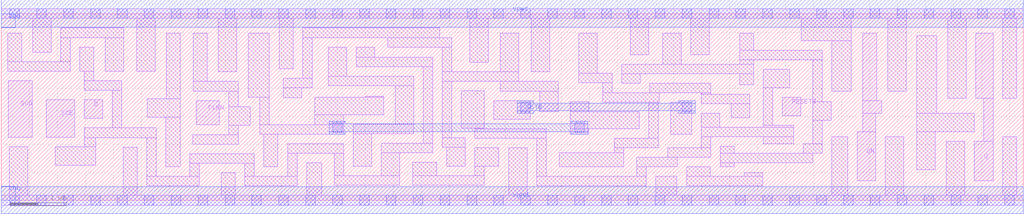
<source format=lef>
# 
# LEF OUT 
# User Name : iptguser 
# Date : Mon Feb  4 15:39:10 2013
# 
VERSION 5.5 ;
NAMESCASESENSITIVE ON ;
BUSBITCHARS "[]" ;
DIVIDERCHAR "/" ;

MACRO scs8hs_tapvgndnovpb_1
  CLASS CORE ;
  SOURCE USER ;
  ORIGIN 0 0 ;
  SIZE 0.48 BY 3.33 ;
  SYMMETRY X Y R90 ;
  SITE unit ;

  PIN vgnd
    DIRECTION INOUT ;
    USE GROUND ;
    PORT
      LAYER met1 ;
        RECT 0 -0.245 0.48 0.245 ;
    END
  END vgnd

  PIN vpwr
    DIRECTION INOUT ;
    USE POWER ;
    PORT
      LAYER met1 ;
        RECT 0 3.085 0.48 3.575 ;
    END
  END vpwr

  PIN vpb
    DIRECTION INOUT ;
    USE POWER ;
    PORT
      LAYER met1 ;
        RECT 0 3.08 0.25 3.33 ;
    END
  END vpb
  OBS
    LAYER li1 ;
      RECT 0 3.245 0.48 3.415 ;
      RECT 0.09 0.085 0.39 1.44 ;
      RECT 0 -0.085 0.48 0.085 ;
    LAYER mcon ;
      RECT 0.155 3.245 0.325 3.415 ;
      RECT 0.155 -0.085 0.325 0.085 ;
  END
END scs8hs_tapvgndnovpb_1

MACRO scs8hs_decaphe_18
  CLASS CORE ;
  SOURCE USER ;
  ORIGIN 0 0 ;
  SIZE 8.64 BY 3.33 ;
  SYMMETRY X Y ;
  SITE unit ;

  PIN vpwr
    DIRECTION INOUT ;
    USE POWER ;
    PORT
      LAYER met1 ;
        RECT 0 3.085 8.64 3.575 ;
    END
  END vpwr

  PIN vgnd
    DIRECTION INOUT ;
    USE GROUND ;
    PORT
      LAYER met1 ;
        RECT 0 -0.245 8.64 0.245 ;
    END
  END vgnd

  PIN vpb
    DIRECTION INOUT ;
    USE POWER ;
    PORT
      LAYER met1 ;
        RECT 0 3.08 0.25 3.33 ;
    END
  END vpb

  PIN vnb
    DIRECTION INOUT ;
    USE GROUND ;
    PORT
      LAYER met1 ;
        RECT 0 0 0.25 0.25 ;
    END
  END vnb
  OBS
    LAYER li1 ;
      RECT 0 3.245 8.64 3.415 ;
      RECT 0.085 1.77 8.555 3.245 ;
      RECT 1.325 1.25 2.015 1.77 ;
      RECT 3.085 1.25 3.775 1.77 ;
      RECT 4.845 1.25 5.535 1.77 ;
      RECT 6.605 1.25 7.295 1.77 ;
      RECT 0.085 1.08 1.155 1.6 ;
      RECT 0.085 0.085 8.555 1.08 ;
      RECT 2.205 1.08 2.895 1.6 ;
      RECT 3.965 1.08 4.655 1.6 ;
      RECT 5.725 1.08 6.415 1.6 ;
      RECT 7.485 1.08 8.555 1.6 ;
      RECT 0 -0.085 8.64 0.085 ;
    LAYER mcon ;
      RECT 6.875 3.245 7.045 3.415 ;
      RECT 6.875 -0.085 7.045 0.085 ;
      RECT 7.355 3.245 7.525 3.415 ;
      RECT 7.355 -0.085 7.525 0.085 ;
      RECT 7.835 3.245 8.005 3.415 ;
      RECT 7.835 -0.085 8.005 0.085 ;
      RECT 8.315 3.245 8.485 3.415 ;
      RECT 8.315 -0.085 8.485 0.085 ;
      RECT 0.155 3.245 0.325 3.415 ;
      RECT 0.155 -0.085 0.325 0.085 ;
      RECT 0.635 3.245 0.805 3.415 ;
      RECT 0.635 -0.085 0.805 0.085 ;
      RECT 1.115 3.245 1.285 3.415 ;
      RECT 1.115 -0.085 1.285 0.085 ;
      RECT 1.595 3.245 1.765 3.415 ;
      RECT 1.595 -0.085 1.765 0.085 ;
      RECT 2.075 3.245 2.245 3.415 ;
      RECT 2.075 -0.085 2.245 0.085 ;
      RECT 2.555 3.245 2.725 3.415 ;
      RECT 2.555 -0.085 2.725 0.085 ;
      RECT 3.035 3.245 3.205 3.415 ;
      RECT 3.035 -0.085 3.205 0.085 ;
      RECT 3.515 3.245 3.685 3.415 ;
      RECT 3.515 -0.085 3.685 0.085 ;
      RECT 3.995 3.245 4.165 3.415 ;
      RECT 3.995 -0.085 4.165 0.085 ;
      RECT 4.475 3.245 4.645 3.415 ;
      RECT 4.475 -0.085 4.645 0.085 ;
      RECT 4.955 3.245 5.125 3.415 ;
      RECT 4.955 -0.085 5.125 0.085 ;
      RECT 5.435 3.245 5.605 3.415 ;
      RECT 5.435 -0.085 5.605 0.085 ;
      RECT 5.915 3.245 6.085 3.415 ;
      RECT 5.915 -0.085 6.085 0.085 ;
      RECT 6.395 3.245 6.565 3.415 ;
      RECT 6.395 -0.085 6.565 0.085 ;
  END
END scs8hs_decaphe_18

MACRO scs8hs_decaphe_2
  CLASS CORE ;
  SOURCE USER ;
  ORIGIN 0 0 ;
  SIZE 0.96 BY 3.33 ;
  SYMMETRY X Y R90 ;
  SITE unit ;

  PIN vpwr
    DIRECTION INOUT ;
    USE POWER ;
    PORT
      LAYER met1 ;
        RECT 0 3.085 0.96 3.575 ;
    END
  END vpwr

  PIN vgnd
    DIRECTION INOUT ;
    USE GROUND ;
    PORT
      LAYER met1 ;
        RECT 0 -0.245 0.96 0.245 ;
    END
  END vgnd

  PIN vpb
    DIRECTION INOUT ;
    USE POWER ;
    PORT
      LAYER met1 ;
        RECT 0 3.08 0.25 3.33 ;
    END
  END vpb

  PIN vnb
    DIRECTION INOUT ;
    USE GROUND ;
    PORT
      LAYER met1 ;
        RECT 0 0 0.25 0.25 ;
    END
  END vnb
  OBS
    LAYER li1 ;
      RECT 0 3.245 0.96 3.415 ;
      RECT 0.085 1.845 0.875 3.245 ;
      RECT 0.085 0.085 0.47 1.675 ;
      RECT 0 -0.085 0.96 0.085 ;
    LAYER mcon ;
      RECT 0.635 -0.085 0.805 0.085 ;
      RECT 0.635 3.245 0.805 3.415 ;
      RECT 0.155 3.245 0.325 3.415 ;
      RECT 0.155 -0.085 0.325 0.085 ;
  END
END scs8hs_decaphe_2

MACRO scs8hs_decaphe_3
  CLASS CORE ;
  SOURCE USER ;
  ORIGIN 0 0 ;
  SIZE 1.44 BY 3.33 ;
  SYMMETRY X Y R90 ;
  SITE unit ;

  PIN vgnd
    DIRECTION INOUT ;
    USE GROUND ;
    PORT
      LAYER met1 ;
        RECT 0 -0.245 1.44 0.245 ;
    END
  END vgnd

  PIN vpwr
    DIRECTION INOUT ;
    USE POWER ;
    PORT
      LAYER met1 ;
        RECT 0 3.085 1.44 3.575 ;
    END
  END vpwr

  PIN vpb
    DIRECTION INOUT ;
    USE POWER ;
    PORT
      LAYER met1 ;
        RECT 0 3.08 0.25 3.33 ;
    END
  END vpb

  PIN vnb
    DIRECTION INOUT ;
    USE GROUND ;
    PORT
      LAYER met1 ;
        RECT 0 0 0.25 0.25 ;
    END
  END vnb
  OBS
    LAYER li1 ;
      RECT 0 3.245 1.44 3.415 ;
      RECT 0.085 1.77 1.355 3.245 ;
      RECT 0.805 1.25 1.355 1.77 ;
      RECT 0.085 1.08 0.635 1.6 ;
      RECT 0.085 0.085 1.355 1.08 ;
      RECT 0 -0.085 1.44 0.085 ;
    LAYER mcon ;
      RECT 0.155 3.245 0.325 3.415 ;
      RECT 0.155 -0.085 0.325 0.085 ;
      RECT 0.635 3.245 0.805 3.415 ;
      RECT 0.635 -0.085 0.805 0.085 ;
      RECT 1.115 3.245 1.285 3.415 ;
      RECT 1.115 -0.085 1.285 0.085 ;
  END
END scs8hs_decaphe_3

MACRO scs8hs_decaphe_4
  CLASS CORE ;
  SOURCE USER ;
  ORIGIN 0 0 ;
  SIZE 1.92 BY 3.33 ;
  SYMMETRY X Y R90 ;
  SITE unit ;

  PIN vgnd
    DIRECTION INOUT ;
    USE GROUND ;
    PORT
      LAYER met1 ;
        RECT 0 -0.245 1.92 0.245 ;
    END
  END vgnd

  PIN vpwr
    DIRECTION INOUT ;
    USE POWER ;
    PORT
      LAYER met1 ;
        RECT 0 3.085 1.92 3.575 ;
    END
  END vpwr

  PIN vpb
    DIRECTION INOUT ;
    USE POWER ;
    PORT
      LAYER met1 ;
        RECT 0 3.08 0.25 3.33 ;
    END
  END vpb

  PIN vnb
    DIRECTION INOUT ;
    USE GROUND ;
    PORT
      LAYER met1 ;
        RECT 0 0 0.25 0.25 ;
    END
  END vnb
  OBS
    LAYER li1 ;
      RECT 0 3.245 1.92 3.415 ;
      RECT 0.085 1.77 1.835 3.245 ;
      RECT 1.06 1.25 1.835 1.77 ;
      RECT 0.085 1.08 0.89 1.6 ;
      RECT 0.085 0.085 1.835 1.08 ;
      RECT 0 -0.085 1.92 0.085 ;
    LAYER mcon ;
      RECT 0.155 3.245 0.325 3.415 ;
      RECT 0.155 -0.085 0.325 0.085 ;
      RECT 0.635 3.245 0.805 3.415 ;
      RECT 0.635 -0.085 0.805 0.085 ;
      RECT 1.115 3.245 1.285 3.415 ;
      RECT 1.115 -0.085 1.285 0.085 ;
      RECT 1.595 3.245 1.765 3.415 ;
      RECT 1.595 -0.085 1.765 0.085 ;
  END
END scs8hs_decaphe_4

MACRO scs8hs_decaphe_6
  CLASS CORE ;
  SOURCE USER ;
  ORIGIN 0 0 ;
  SIZE 2.88 BY 3.33 ;
  SYMMETRY X Y R90 ;
  SITE unit ;

  PIN vgnd
    DIRECTION INOUT ;
    USE GROUND ;
    PORT
      LAYER met1 ;
        RECT 0 -0.245 2.88 0.245 ;
    END
  END vgnd

  PIN vpwr
    DIRECTION INOUT ;
    USE POWER ;
    PORT
      LAYER met1 ;
        RECT 0 3.085 2.88 3.575 ;
    END
  END vpwr

  PIN vpb
    DIRECTION INOUT ;
    USE POWER ;
    PORT
      LAYER met1 ;
        RECT 0 3.08 0.25 3.33 ;
    END
  END vpb

  PIN vnb
    DIRECTION INOUT ;
    USE GROUND ;
    PORT
      LAYER met1 ;
        RECT 0 0 0.25 0.25 ;
    END
  END vnb
  OBS
    LAYER li1 ;
      RECT 0 3.245 2.88 3.415 ;
      RECT 0.12 1.77 2.76 3.245 ;
      RECT 1.365 1.25 2.76 1.77 ;
      RECT 0.12 1.08 1.195 1.6 ;
      RECT 0.12 0.085 2.76 1.08 ;
      RECT 0 -0.085 2.88 0.085 ;
    LAYER mcon ;
      RECT 0.155 3.245 0.325 3.415 ;
      RECT 0.155 -0.085 0.325 0.085 ;
      RECT 0.635 3.245 0.805 3.415 ;
      RECT 0.635 -0.085 0.805 0.085 ;
      RECT 1.115 3.245 1.285 3.415 ;
      RECT 1.595 -0.085 1.765 0.085 ;
      RECT 2.075 3.245 2.245 3.415 ;
      RECT 2.075 -0.085 2.245 0.085 ;
      RECT 2.555 3.245 2.725 3.415 ;
      RECT 2.555 -0.085 2.725 0.085 ;
      RECT 1.115 -0.085 1.285 0.085 ;
      RECT 1.595 3.245 1.765 3.415 ;
  END
END scs8hs_decaphe_6

MACRO scs8hs_decaphe_8
  CLASS CORE ;
  SOURCE USER ;
  ORIGIN 0 0 ;
  SIZE 3.84 BY 3.33 ;
  SYMMETRY X Y R90 ;
  SITE unit ;

  PIN vpwr
    DIRECTION INOUT ;
    USE POWER ;
    PORT
      LAYER met1 ;
        RECT 0 3.085 3.84 3.575 ;
    END
  END vpwr

  PIN vgnd
    DIRECTION INOUT ;
    USE GROUND ;
    PORT
      LAYER met1 ;
        RECT 0 -0.245 3.84 0.245 ;
    END
  END vgnd

  PIN vpb
    DIRECTION INOUT ;
    USE POWER ;
    PORT
      LAYER met1 ;
        RECT 0 3.08 0.25 3.33 ;
    END
  END vpb

  PIN vnb
    DIRECTION INOUT ;
    USE GROUND ;
    PORT
      LAYER met1 ;
        RECT 0 0 0.25 0.25 ;
    END
  END vnb
  OBS
    LAYER li1 ;
      RECT 0.085 1.075 0.95 1.6 ;
      RECT 0.085 1.07 2.71 1.075 ;
      RECT 2 1.075 2.71 1.6 ;
      RECT 0.085 0.085 3.755 1.07 ;
      RECT 0 -0.085 3.84 0.085 ;
      RECT 0 3.245 3.84 3.415 ;
      RECT 0.085 1.77 3.755 3.245 ;
      RECT 1.12 1.25 1.83 1.77 ;
      RECT 2.88 1.25 3.755 1.77 ;
    LAYER mcon ;
      RECT 3.515 -0.085 3.685 0.085 ;
      RECT 2.555 3.245 2.725 3.415 ;
      RECT 3.035 -0.085 3.205 0.085 ;
      RECT 2.555 -0.085 2.725 0.085 ;
      RECT 0.635 -0.085 0.805 0.085 ;
      RECT 0.635 3.245 0.805 3.415 ;
      RECT 1.115 3.245 1.285 3.415 ;
      RECT 1.115 -0.085 1.285 0.085 ;
      RECT 1.595 3.245 1.765 3.415 ;
      RECT 1.595 -0.085 1.765 0.085 ;
      RECT 2.075 3.245 2.245 3.415 ;
      RECT 2.075 -0.085 2.245 0.085 ;
      RECT 3.515 3.245 3.685 3.415 ;
      RECT 3.035 3.245 3.205 3.415 ;
      RECT 0.155 -0.085 0.325 0.085 ;
      RECT 0.155 3.245 0.325 3.415 ;
  END
END scs8hs_decaphe_8

MACRO scs8hs_fill_diode_8
  CLASS CORE ;
  SOURCE USER ;
  ORIGIN 0 0 ;
  SIZE 3.84 BY 3.33 ;
  SYMMETRY X Y ;
  SITE unit ;

  PIN vgnd
    DIRECTION INOUT ;
    USE GROUND ;
    PORT
      LAYER met1 ;
        RECT 0 -0.245 3.84 0.245 ;
    END
  END vgnd

  PIN vpwr
    DIRECTION INOUT ;
    USE POWER ;
    PORT
      LAYER met1 ;
        RECT 0 3.085 3.84 3.575 ;
    END
  END vpwr

  PIN vpb
    DIRECTION INOUT ;
    USE POWER ;
    PORT
      LAYER met1 ;
        RECT 0 3.08 0.25 3.33 ;
    END
  END vpb

  PIN vnb
    DIRECTION INOUT ;
    USE GROUND ;
    PORT
      LAYER met1 ;
        RECT 0 0 0.25 0.25 ;
    END
  END vnb
  OBS
    LAYER li1 ;
      RECT 0 -0.085 3.84 0.085 ;
      RECT 0.135 0.085 3.705 0.58 ;
      RECT 0.135 2.75 3.705 3.245 ;
      RECT 0 3.245 3.84 3.415 ;
    LAYER mcon ;
      RECT 1.595 -0.085 1.765 0.085 ;
      RECT 1.595 3.245 1.765 3.415 ;
      RECT 1.115 -0.085 1.285 0.085 ;
      RECT 3.515 -0.085 3.685 0.085 ;
      RECT 3.515 3.245 3.685 3.415 ;
      RECT 3.035 -0.085 3.205 0.085 ;
      RECT 1.115 3.245 1.285 3.415 ;
      RECT 0.635 -0.085 0.805 0.085 ;
      RECT 3.035 3.245 3.205 3.415 ;
      RECT 0.635 3.245 0.805 3.415 ;
      RECT 0.155 -0.085 0.325 0.085 ;
      RECT 0.155 3.245 0.325 3.415 ;
      RECT 2.555 -0.085 2.725 0.085 ;
      RECT 2.555 3.245 2.725 3.415 ;
      RECT 2.075 -0.085 2.245 0.085 ;
      RECT 2.075 3.245 2.245 3.415 ;
  END
END scs8hs_fill_diode_8

MACRO scs8hs_fill_diode_4
  CLASS CORE ;
  SOURCE USER ;
  ORIGIN 0 0 ;
  SIZE 1.92 BY 3.33 ;
  SYMMETRY X Y ;
  SITE unit ;

  PIN vgnd
    DIRECTION INOUT ;
    USE GROUND ;
    PORT
      LAYER met1 ;
        RECT 0 -0.245 1.92 0.245 ;
    END
  END vgnd

  PIN vpwr
    DIRECTION INOUT ;
    USE POWER ;
    PORT
      LAYER met1 ;
        RECT 0 3.085 1.92 3.575 ;
    END
  END vpwr

  PIN vpb
    DIRECTION INOUT ;
    USE POWER ;
    PORT
      LAYER met1 ;
        RECT 0 3.08 0.25 3.33 ;
    END
  END vpb

  PIN vnb
    DIRECTION INOUT ;
    USE GROUND ;
    PORT
      LAYER met1 ;
        RECT 0 0 0.25 0.25 ;
    END
  END vnb
  OBS
    LAYER li1 ;
      RECT 0 -0.085 1.92 0.085 ;
      RECT 0.135 0.085 1.785 0.58 ;
      RECT 0.135 2.75 1.785 3.245 ;
      RECT 0 3.245 1.92 3.415 ;
    LAYER mcon ;
      RECT 1.595 3.245 1.765 3.415 ;
      RECT 0.635 3.245 0.805 3.415 ;
      RECT 1.115 -0.085 1.285 0.085 ;
      RECT 1.115 3.245 1.285 3.415 ;
      RECT 0.155 -0.085 0.325 0.085 ;
      RECT 0.155 3.245 0.325 3.415 ;
      RECT 0.635 -0.085 0.805 0.085 ;
      RECT 1.595 -0.085 1.765 0.085 ;
  END
END scs8hs_fill_diode_4

MACRO scs8hs_fill_diode_2
  CLASS CORE ;
  SOURCE USER ;
  ORIGIN 0 0 ;
  SIZE 0.96 BY 3.33 ;
  SYMMETRY X Y ;
  SITE unit ;

  PIN vgnd
    DIRECTION INOUT ;
    USE GROUND ;
    PORT
      LAYER met1 ;
        RECT 0 -0.245 0.96 0.245 ;
    END
  END vgnd

  PIN vpwr
    DIRECTION INOUT ;
    USE POWER ;
    PORT
      LAYER met1 ;
        RECT 0 3.085 0.96 3.575 ;
    END
  END vpwr

  PIN vpb
    DIRECTION INOUT ;
    USE POWER ;
    PORT
      LAYER met1 ;
        RECT 0 3.08 0.25 3.33 ;
    END
  END vpb

  PIN vnb
    DIRECTION INOUT ;
    USE GROUND ;
    PORT
      LAYER met1 ;
        RECT 0 0 0.25 0.25 ;
    END
  END vnb
  OBS
    LAYER li1 ;
      RECT 0 -0.085 0.96 0.085 ;
      RECT 0.135 0.085 0.825 0.58 ;
      RECT 0.135 2.75 0.825 3.245 ;
      RECT 0 3.245 0.96 3.415 ;
    LAYER mcon ;
      RECT 0.635 3.245 0.805 3.415 ;
      RECT 0.635 -0.085 0.805 0.085 ;
      RECT 0.155 -0.085 0.325 0.085 ;
      RECT 0.155 3.245 0.325 3.415 ;
  END
END scs8hs_fill_diode_2

MACRO scs8hs_diode_2
  CLASS CORE ANTENNACELL ;
  SOURCE USER ;
  ORIGIN 0 0 ;
  SIZE 0.96 BY 3.33 ;
  SYMMETRY X Y ;
  SITE unit ;

  PIN vgnd
    DIRECTION INOUT ;
    USE GROUND ;
    PORT
      LAYER met1 ;
        RECT 0 -0.245 0.96 0.245 ;
    END
  END vgnd

  PIN vpwr
    DIRECTION INOUT ;
    USE POWER ;
    PORT
      LAYER met1 ;
        RECT 0 3.085 0.96 3.575 ;
    END
  END vpwr

  PIN vpb
    DIRECTION INOUT ;
    USE POWER ;
    PORT
      LAYER met1 ;
        RECT 0 3.08 0.25 3.33 ;
    END
  END vpb

  PIN vnb
    DIRECTION INOUT ;
    USE GROUND ;
    PORT
      LAYER met1 ;
        RECT 0 0 0.25 0.25 ;
    END
  END vnb

  PIN DIODE
    DIRECTION INPUT ;
    PORT
      LAYER li1 ;
        RECT 0.095 0.265 0.865 3.065 ;
    END
    ANTENNADIFFAREA 0.6417 ;
  END DIODE
  OBS
    LAYER li1 ;
      RECT 0 -0.085 0.96 0.085 ;
      RECT 0 3.245 0.96 3.415 ;
    LAYER mcon ;
      RECT 0.635 3.245 0.805 3.415 ;
      RECT 0.635 -0.085 0.805 0.085 ;
      RECT 0.155 -0.085 0.325 0.085 ;
      RECT 0.155 3.245 0.325 3.415 ;
  END
END scs8hs_diode_2

MACRO scs8hs_tapmet1_2
  CLASS CORE ;
  SOURCE USER ;
  ORIGIN 0 0 ;
  SIZE 0.96 BY 3.33 ;
  SYMMETRY X Y ;
  SITE unit ;

  PIN vgnd
    DIRECTION INOUT ;
    USE GROUND ;
    PORT
      LAYER met1 ;
        RECT 0 -0.245 0.96 0.245 ;
    END
  END vgnd

  PIN vpwr
    DIRECTION INOUT ;
    USE POWER ;
    PORT
      LAYER met1 ;
        RECT 0 3.085 0.96 3.575 ;
    END
  END vpwr

  PIN vpb
    DIRECTION INOUT ;
    USE POWER ;
    PORT
      LAYER met1 ;
        RECT 0.56 2.645 0.88 2.905 ;
    END
  END vpb

  PIN vnb
    DIRECTION INOUT ;
    USE GROUND ;
    PORT
      LAYER met1 ;
        RECT 0.08 0.425 0.4 0.685 ;
    END
  END vnb
  OBS
    LAYER li1 ;
      RECT 0.09 0.265 0.87 1.105 ;
      RECT 0 -0.085 0.96 0.085 ;
      RECT 0 3.245 0.96 3.415 ;
      RECT 0.09 2.21 0.87 3.065 ;
    LAYER mcon ;
      RECT 0.635 2.69 0.805 2.86 ;
      RECT 0.635 3.245 0.805 3.415 ;
      RECT 0.635 -0.085 0.805 0.085 ;
      RECT 0.155 0.47 0.325 0.64 ;
      RECT 0.155 -0.085 0.325 0.085 ;
      RECT 0.155 3.245 0.325 3.415 ;
  END
END scs8hs_tapmet1_2

MACRO scs8hs_sedfxbp_2
  CLASS CORE ;
  SOURCE USER ;
  ORIGIN 0 0 ;
  SIZE 17.28 BY 3.33 ;
  SYMMETRY X Y ;
  SITE unit ;

  PIN DE
    DIRECTION INPUT ;
    USE SIGNAL ;
    PORT
      LAYER li1 ;
        RECT 1.565 1.45 1.905 1.78 ;
    END
    ANTENNAGATEAREA 0.318 ;
  END DE

  PIN SCE
    DIRECTION INPUT ;
    USE SIGNAL ;
    PORT
      LAYER li1 ;
        RECT 4.475 1.18 4.915 1.51 ;
    END
    ANTENNAGATEAREA 0.318 ;
  END SCE

  PIN SCD
    DIRECTION INPUT ;
    USE SIGNAL ;
    PORT
      LAYER li1 ;
        RECT 5.125 1.18 5.635 1.51 ;
    END
    ANTENNAGATEAREA 0.159 ;
  END SCD

  PIN CLK
    DIRECTION INPUT ;
    USE CLOCK ;
    PORT
      LAYER li1 ;
        RECT 6.705 1.18 7.045 1.55 ;
    END
    ANTENNAGATEAREA 0.279 ;
  END CLK

  PIN D
    DIRECTION INPUT ;
    USE SIGNAL ;
    PORT
      LAYER li1 ;
        RECT 0.425 0.98 0.835 1.99 ;
    END
    ANTENNAGATEAREA 0.159 ;
  END D

  PIN QN
    DIRECTION OUTPUT ;
    USE SIGNAL ;
    PORT
      LAYER li1 ;
        RECT 16.355 0.35 16.685 0.96 ;
        RECT 16.355 0.96 17.165 1.13 ;
        RECT 16.7 1.13 17.165 1.805 ;
        RECT 16.435 1.805 17.165 1.975 ;
        RECT 16.435 1.975 16.665 3.01 ;
    END
    ANTENNADIFFAREA 0.5432 ;
  END QN

  PIN Q
    DIRECTION OUTPUT ;
    USE SIGNAL ;
    PORT
      LAYER li1 ;
        RECT 15.485 0.35 15.825 2.15 ;
    END
    ANTENNADIFFAREA 0.5432 ;
  END Q

  PIN vgnd
    DIRECTION INOUT ;
    USE GROUND ;
    PORT
      LAYER met1 ;
        RECT 0 -0.245 17.28 0.245 ;
    END
  END vgnd

  PIN vpwr
    DIRECTION INOUT ;
    USE POWER ;
    PORT
      LAYER met1 ;
        RECT 0 3.085 17.28 3.575 ;
    END
  END vpwr

  PIN vpb
    DIRECTION INOUT ;
    USE POWER ;
    PORT
      LAYER met1 ;
        RECT 0 3.08 0.25 3.33 ;
    END
  END vpb

  PIN vnb
    DIRECTION INOUT ;
    USE GROUND ;
    PORT
      LAYER met1 ;
        RECT 0 0 0.25 0.25 ;
    END
  END vnb
  OBS
    LAYER li1 ;
      RECT 7.215 1.01 7.385 1.47 ;
      RECT 6.915 0.35 7.385 1.01 ;
      RECT 4.055 1.68 6.135 1.85 ;
      RECT 5.805 1.85 6.135 2.085 ;
      RECT 5.805 1.43 6.135 1.68 ;
      RECT 4.135 2.245 4.525 2.735 ;
      RECT 4.055 0.605 4.79 1.01 ;
      RECT 4.135 2.055 4.305 2.245 ;
      RECT 4.055 1.85 4.305 2.055 ;
      RECT 4.055 1.01 4.305 1.68 ;
      RECT 4.055 0.365 4.305 0.605 ;
      RECT 0.085 2.29 1.655 2.46 ;
      RECT 1.485 2.46 1.655 2.905 ;
      RECT 1.485 2.905 2.335 3.075 ;
      RECT 2.165 2.46 2.335 2.905 ;
      RECT 2.165 2.29 3.545 2.46 ;
      RECT 3.265 2.46 3.545 2.97 ;
      RECT 3.375 1.345 3.545 2.29 ;
      RECT 3 1.175 3.545 1.345 ;
      RECT 3 0.545 3.33 1.175 ;
      RECT 0.085 2.46 0.525 2.98 ;
      RECT 0.085 0.42 0.58 0.73 ;
      RECT 0.085 0.73 0.255 2.29 ;
      RECT 2.875 1.515 3.205 1.845 ;
      RECT 1.825 2.12 1.995 2.735 ;
      RECT 1.005 1.95 2.635 2.12 ;
      RECT 2.305 1.515 2.635 1.95 ;
      RECT 1.005 1.11 2.01 1.28 ;
      RECT 1.68 0.545 2.01 1.11 ;
      RECT 1.005 1.28 1.335 1.95 ;
      RECT 15.995 1.3 16.51 1.635 ;
      RECT 14.475 2.38 16.185 2.49 ;
      RECT 13.585 2.32 16.185 2.38 ;
      RECT 15.995 1.635 16.185 2.32 ;
      RECT 14.475 2.49 14.835 2.98 ;
      RECT 13.585 2.055 15.235 2.32 ;
      RECT 14.475 1.8 15.235 2.055 ;
      RECT 14.665 1.55 15.235 1.8 ;
      RECT 14.665 1.13 14.835 1.55 ;
      RECT 14.505 0.35 14.835 1.13 ;
      RECT 0 3.245 17.28 3.415 ;
      RECT 16.835 2.145 17.165 3.245 ;
      RECT 15.935 2.66 16.265 3.245 ;
      RECT 10.225 2.73 10.555 3.245 ;
      RECT 11.32 2.73 11.65 3.245 ;
      RECT 15.035 2.66 15.365 3.245 ;
      RECT 6.485 2.65 6.735 3.245 ;
      RECT 7.795 2.65 8.125 3.245 ;
      RECT 13.765 2.65 14.305 3.245 ;
      RECT 1.065 2.63 1.315 3.245 ;
      RECT 2.505 2.63 2.755 3.245 ;
      RECT 5.035 2.595 5.305 3.245 ;
      RECT 12.89 2.52 13.325 2.98 ;
      RECT 13.155 1.885 13.325 2.52 ;
      RECT 13.155 1.715 13.865 1.885 ;
      RECT 13.695 1.63 13.865 1.715 ;
      RECT 13.695 1.3 14.495 1.63 ;
      RECT 13.695 0.94 13.865 1.3 ;
      RECT 12.42 0.77 13.865 0.94 ;
      RECT 12.42 0.35 12.75 0.77 ;
      RECT 8.725 2.14 9.055 2.305 ;
      RECT 8.245 1.82 9.055 2.14 ;
      RECT 8.885 0.425 9.055 1.82 ;
      RECT 7.905 0.255 9.735 0.425 ;
      RECT 7.905 0.425 8.235 1.13 ;
      RECT 9.565 0.425 9.735 0.85 ;
      RECT 9.565 0.85 10.86 1.02 ;
      RECT 9.565 1.02 9.855 1.345 ;
      RECT 10.69 0.425 10.86 0.85 ;
      RECT 10.69 0.255 11.54 0.425 ;
      RECT 11.37 0.425 11.54 0.85 ;
      RECT 11.37 0.85 12.25 1.02 ;
      RECT 12.08 1.02 12.25 1.13 ;
      RECT 12.08 1.13 13.525 1.3 ;
      RECT 12.08 1.3 12.38 1.8 ;
      RECT 13.195 1.3 13.525 1.545 ;
      RECT 9.755 2.39 12.72 2.56 ;
      RECT 9.755 2.36 9.925 2.39 ;
      RECT 12.55 1.8 12.72 2.39 ;
      RECT 9.565 2.03 9.925 2.36 ;
      RECT 12.55 1.47 12.985 1.8 ;
      RECT 10.76 2.05 11.385 2.22 ;
      RECT 11.215 1.52 11.385 2.05 ;
      RECT 11.215 1.36 11.885 1.52 ;
      RECT 10.065 1.19 11.885 1.36 ;
      RECT 10.065 1.36 10.395 1.52 ;
      RECT 11.03 0.595 11.2 1.19 ;
      RECT 9.225 2.53 9.585 2.98 ;
      RECT 9.225 1.86 9.395 2.53 ;
      RECT 9.225 1.69 10.94 1.86 ;
      RECT 10.61 1.53 10.94 1.69 ;
      RECT 9.225 0.595 9.395 1.69 ;
      RECT 4.695 2.31 8.465 2.425 ;
      RECT 5.845 2.425 8.465 2.48 ;
      RECT 7.905 1.65 8.075 2.31 ;
      RECT 8.295 2.48 9.055 2.65 ;
      RECT 7.905 1.48 8.715 1.65 ;
      RECT 8.805 2.65 9.055 2.98 ;
      RECT 8.465 0.595 8.715 1.48 ;
      RECT 4.695 2.255 6.475 2.31 ;
      RECT 5.845 2.48 6.305 2.925 ;
      RECT 6.305 1.26 6.475 2.255 ;
      RECT 5.82 1.09 6.475 1.26 ;
      RECT 5.82 0.605 6.15 1.09 ;
      RECT 3.715 2.905 4.865 3.075 ;
      RECT 4.695 2.425 4.865 2.905 ;
      RECT 3.715 2.29 3.965 2.905 ;
      RECT 3.715 1.005 3.885 2.29 ;
      RECT 3.5 0.545 3.885 1.005 ;
      RECT 0 -0.085 17.28 0.085 ;
      RECT 16.855 0.085 17.115 0.79 ;
      RECT 16.005 0.085 16.175 1.13 ;
      RECT 14.065 0.6 14.335 1.12 ;
      RECT 13.32 0.085 14.335 0.6 ;
      RECT 1.07 0.085 1.4 0.81 ;
      RECT 2.18 0.085 2.51 1.005 ;
      RECT 4.96 0.085 5.29 1.01 ;
      RECT 6.415 0.085 6.745 0.92 ;
      RECT 7.555 0.085 7.725 1.13 ;
      RECT 10.27 0.085 10.52 0.68 ;
      RECT 11.71 0.085 11.96 0.68 ;
      RECT 15.065 0.085 15.315 1.13 ;
      RECT 6.855 1.82 7.655 2.14 ;
      RECT 7.215 1.47 7.655 1.82 ;
    LAYER mcon ;
      RECT 10.715 -0.085 10.885 0.085 ;
      RECT 10.715 3.245 10.885 3.415 ;
      RECT 10.235 -0.085 10.405 0.085 ;
      RECT 10.235 3.245 10.405 3.415 ;
      RECT 9.755 -0.085 9.925 0.085 ;
      RECT 9.755 3.245 9.925 3.415 ;
      RECT 9.275 -0.085 9.445 0.085 ;
      RECT 9.275 3.245 9.445 3.415 ;
      RECT 8.795 -0.085 8.965 0.085 ;
      RECT 8.795 3.245 8.965 3.415 ;
      RECT 8.315 -0.085 8.485 0.085 ;
      RECT 8.315 3.245 8.485 3.415 ;
      RECT 7.835 -0.085 8.005 0.085 ;
      RECT 7.835 3.245 8.005 3.415 ;
      RECT 7.355 -0.085 7.525 0.085 ;
      RECT 7.355 3.245 7.525 3.415 ;
      RECT 6.875 -0.085 7.045 0.085 ;
      RECT 6.875 3.245 7.045 3.415 ;
      RECT 6.395 -0.085 6.565 0.085 ;
      RECT 6.395 3.245 6.565 3.415 ;
      RECT 5.915 -0.085 6.085 0.085 ;
      RECT 5.915 3.245 6.085 3.415 ;
      RECT 5.435 -0.085 5.605 0.085 ;
      RECT 5.435 3.245 5.605 3.415 ;
      RECT 4.955 -0.085 5.125 0.085 ;
      RECT 4.955 3.245 5.125 3.415 ;
      RECT 4.475 -0.085 4.645 0.085 ;
      RECT 4.475 3.245 4.645 3.415 ;
      RECT 3.995 -0.085 4.165 0.085 ;
      RECT 3.995 3.245 4.165 3.415 ;
      RECT 3.515 -0.085 3.685 0.085 ;
      RECT 3.515 3.245 3.685 3.415 ;
      RECT 3.035 -0.085 3.205 0.085 ;
      RECT 3.035 1.58 3.205 1.75 ;
      RECT 3.035 3.245 3.205 3.415 ;
      RECT 2.555 -0.085 2.725 0.085 ;
      RECT 2.555 3.245 2.725 3.415 ;
      RECT 2.075 -0.085 2.245 0.085 ;
      RECT 2.075 3.245 2.245 3.415 ;
      RECT 1.595 -0.085 1.765 0.085 ;
      RECT 1.595 3.245 1.765 3.415 ;
      RECT 1.115 -0.085 1.285 0.085 ;
      RECT 1.115 3.245 1.285 3.415 ;
      RECT 0.635 -0.085 0.805 0.085 ;
      RECT 0.635 3.245 0.805 3.415 ;
      RECT 0.155 -0.085 0.325 0.085 ;
      RECT 0.155 3.245 0.325 3.415 ;
      RECT 16.955 -0.085 17.125 0.085 ;
      RECT 16.955 3.245 17.125 3.415 ;
      RECT 16.475 -0.085 16.645 0.085 ;
      RECT 16.475 3.245 16.645 3.415 ;
      RECT 15.995 -0.085 16.165 0.085 ;
      RECT 15.995 3.245 16.165 3.415 ;
      RECT 15.515 -0.085 15.685 0.085 ;
      RECT 15.515 3.245 15.685 3.415 ;
      RECT 15.035 -0.085 15.205 0.085 ;
      RECT 15.035 1.58 15.205 1.75 ;
      RECT 15.035 3.245 15.205 3.415 ;
      RECT 14.555 -0.085 14.725 0.085 ;
      RECT 14.555 3.245 14.725 3.415 ;
      RECT 14.075 -0.085 14.245 0.085 ;
      RECT 14.075 3.245 14.245 3.415 ;
      RECT 13.595 -0.085 13.765 0.085 ;
      RECT 13.595 3.245 13.765 3.415 ;
      RECT 13.115 -0.085 13.285 0.085 ;
      RECT 13.115 3.245 13.285 3.415 ;
      RECT 12.635 -0.085 12.805 0.085 ;
      RECT 12.635 3.245 12.805 3.415 ;
      RECT 12.155 -0.085 12.325 0.085 ;
      RECT 12.155 3.245 12.325 3.415 ;
      RECT 11.675 -0.085 11.845 0.085 ;
      RECT 11.675 3.245 11.845 3.415 ;
      RECT 11.195 -0.085 11.365 0.085 ;
      RECT 11.195 3.245 11.365 3.415 ;
    LAYER met1 ;
      RECT 2.975 1.735 3.265 1.78 ;
      RECT 2.975 1.595 15.265 1.735 ;
      RECT 14.975 1.735 15.265 1.78 ;
      RECT 2.975 1.55 3.265 1.595 ;
      RECT 14.975 1.55 15.265 1.595 ;
  END
END scs8hs_sedfxbp_2

MACRO scs8hs_sedfxtp_1
  CLASS CORE ;
  SOURCE USER ;
  ORIGIN 0 0 ;
  SIZE 15.36 BY 3.33 ;
  SYMMETRY X Y ;
  SITE unit ;

  PIN D
    DIRECTION INPUT ;
    USE SIGNAL ;
    PORT
      LAYER li1 ;
        RECT 0.425 1.11 0.805 1.78 ;
    END
    ANTENNAGATEAREA 0.159 ;
  END D

  PIN DE
    DIRECTION INPUT ;
    USE SIGNAL ;
    PORT
      LAYER li1 ;
        RECT 1.515 1.32 1.845 1.78 ;
    END
    ANTENNAGATEAREA 0.318 ;
  END DE

  PIN SCE
    DIRECTION INPUT ;
    USE SIGNAL ;
    PORT
      LAYER li1 ;
        RECT 4.4 1.18 4.73 1.51 ;
    END
    ANTENNAGATEAREA 0.318 ;
  END SCE

  PIN SCD
    DIRECTION INPUT ;
    USE SIGNAL ;
    PORT
      LAYER li1 ;
        RECT 4.925 1.18 5.28 1.745 ;
    END
    ANTENNAGATEAREA 0.159 ;
  END SCD

  PIN Q
    DIRECTION OUTPUT ;
    USE SIGNAL ;
    PORT
      LAYER li1 ;
        RECT 14.475 0.35 14.815 2.98 ;
    END
    ANTENNADIFFAREA 0.5189 ;
  END Q

  PIN CLK
    DIRECTION INPUT ;
    USE CLOCK ;
    PORT
      LAYER li1 ;
        RECT 6.33 1.18 6.66 1.55 ;
    END
    ANTENNAGATEAREA 0.279 ;
  END CLK

  PIN vgnd
    DIRECTION INOUT ;
    USE GROUND ;
    PORT
      LAYER met1 ;
        RECT 0 -0.245 15.36 0.245 ;
    END
  END vgnd

  PIN vpwr
    DIRECTION INOUT ;
    USE POWER ;
    PORT
      LAYER met1 ;
        RECT 0 3.085 15.36 3.575 ;
    END
  END vpwr

  PIN vpb
    DIRECTION INOUT ;
    USE POWER ;
    PORT
      LAYER met1 ;
        RECT 0 3.08 0.25 3.33 ;
    END
  END vpb

  PIN vnb
    DIRECTION INOUT ;
    USE GROUND ;
    PORT
      LAYER met1 ;
        RECT 0 0 0.25 0.25 ;
    END
  END vnb
  OBS
    LAYER mcon ;
      RECT 8.795 3.245 8.965 3.415 ;
      RECT 8.315 3.245 8.485 3.415 ;
      RECT 7.835 3.245 8.005 3.415 ;
      RECT 7.355 3.245 7.525 3.415 ;
      RECT 6.875 3.245 7.045 3.415 ;
      RECT 6.395 3.245 6.565 3.415 ;
      RECT 5.915 3.245 6.085 3.415 ;
      RECT 5.435 3.245 5.605 3.415 ;
      RECT 4.955 3.245 5.125 3.415 ;
      RECT 4.475 3.245 4.645 3.415 ;
      RECT 3.995 3.245 4.165 3.415 ;
      RECT 3.515 3.245 3.685 3.415 ;
      RECT 3.035 3.245 3.205 3.415 ;
      RECT 2.555 3.245 2.725 3.415 ;
      RECT 2.075 3.245 2.245 3.415 ;
      RECT 1.595 3.245 1.765 3.415 ;
      RECT 1.115 3.245 1.285 3.415 ;
      RECT 0.635 3.245 0.805 3.415 ;
      RECT 0.155 3.245 0.325 3.415 ;
      RECT 14.075 1.58 14.245 1.75 ;
      RECT 2.555 1.58 2.725 1.75 ;
      RECT 15.035 -0.085 15.205 0.085 ;
      RECT 14.555 -0.085 14.725 0.085 ;
      RECT 14.075 -0.085 14.245 0.085 ;
      RECT 13.595 -0.085 13.765 0.085 ;
      RECT 13.115 -0.085 13.285 0.085 ;
      RECT 12.635 -0.085 12.805 0.085 ;
      RECT 12.155 -0.085 12.325 0.085 ;
      RECT 11.675 -0.085 11.845 0.085 ;
      RECT 11.195 -0.085 11.365 0.085 ;
      RECT 10.715 -0.085 10.885 0.085 ;
      RECT 10.235 -0.085 10.405 0.085 ;
      RECT 9.755 -0.085 9.925 0.085 ;
      RECT 9.275 -0.085 9.445 0.085 ;
      RECT 8.795 -0.085 8.965 0.085 ;
      RECT 8.315 -0.085 8.485 0.085 ;
      RECT 7.835 -0.085 8.005 0.085 ;
      RECT 7.355 -0.085 7.525 0.085 ;
      RECT 6.875 -0.085 7.045 0.085 ;
      RECT 6.395 -0.085 6.565 0.085 ;
      RECT 5.915 -0.085 6.085 0.085 ;
      RECT 5.435 -0.085 5.605 0.085 ;
      RECT 4.955 -0.085 5.125 0.085 ;
      RECT 4.475 -0.085 4.645 0.085 ;
      RECT 3.995 -0.085 4.165 0.085 ;
      RECT 3.515 -0.085 3.685 0.085 ;
      RECT 3.035 -0.085 3.205 0.085 ;
      RECT 2.555 -0.085 2.725 0.085 ;
      RECT 2.075 -0.085 2.245 0.085 ;
      RECT 1.595 -0.085 1.765 0.085 ;
      RECT 1.115 -0.085 1.285 0.085 ;
      RECT 0.635 -0.085 0.805 0.085 ;
      RECT 0.155 -0.085 0.325 0.085 ;
      RECT 15.035 3.245 15.205 3.415 ;
      RECT 14.555 3.245 14.725 3.415 ;
      RECT 14.075 3.245 14.245 3.415 ;
      RECT 13.595 3.245 13.765 3.415 ;
      RECT 13.115 3.245 13.285 3.415 ;
      RECT 12.635 3.245 12.805 3.415 ;
      RECT 12.155 3.245 12.325 3.415 ;
      RECT 11.675 3.245 11.845 3.415 ;
      RECT 11.195 3.245 11.365 3.415 ;
      RECT 10.715 3.245 10.885 3.415 ;
      RECT 10.235 3.245 10.405 3.415 ;
      RECT 9.755 3.245 9.925 3.415 ;
      RECT 9.275 3.245 9.445 3.415 ;
    LAYER met1 ;
      RECT 2.495 1.735 2.785 1.78 ;
      RECT 2.495 1.595 14.305 1.735 ;
      RECT 14.015 1.735 14.305 1.78 ;
      RECT 2.495 1.55 2.785 1.595 ;
      RECT 14.015 1.55 14.305 1.595 ;
    LAYER li1 ;
      RECT 8.985 2.56 9.315 2.98 ;
      RECT 8.835 2.39 9.315 2.56 ;
      RECT 8.835 1.79 9.005 2.39 ;
      RECT 8.745 1.62 10.465 1.79 ;
      RECT 10.135 1.79 10.465 1.795 ;
      RECT 10.135 1.535 10.465 1.62 ;
      RECT 8.745 0.595 8.915 1.62 ;
      RECT 1.705 2.12 1.875 2.735 ;
      RECT 0.975 1.95 2.385 2.12 ;
      RECT 2.055 1.52 2.385 1.95 ;
      RECT 0.975 0.995 1.81 1.15 ;
      RECT 0.975 0.98 1.89 0.995 ;
      RECT 1.64 0.535 1.89 0.98 ;
      RECT 0.975 1.15 1.305 1.95 ;
      RECT 9.485 2.39 12.2 2.56 ;
      RECT 9.485 2.22 9.655 2.39 ;
      RECT 12.03 1.735 12.2 2.39 ;
      RECT 9.175 1.96 9.655 2.22 ;
      RECT 12.03 1.45 12.465 1.735 ;
      RECT 3.905 1.915 5.82 2.085 ;
      RECT 5.49 1.415 5.82 1.915 ;
      RECT 3.905 0.605 4.575 1.01 ;
      RECT 4.015 2.255 4.37 2.735 ;
      RECT 4.015 2.085 4.185 2.255 ;
      RECT 3.905 1.01 4.185 1.915 ;
      RECT 3.905 0.255 4.185 0.605 ;
      RECT 12.37 1.94 12.805 2.98 ;
      RECT 12.635 1.905 12.805 1.94 ;
      RECT 12.635 1.735 13.785 1.905 ;
      RECT 13.615 1.38 13.785 1.735 ;
      RECT 13.175 0.94 13.345 1.735 ;
      RECT 13.615 1.05 13.945 1.38 ;
      RECT 11.9 0.77 13.345 0.94 ;
      RECT 11.9 0.35 12.23 0.77 ;
      RECT 6.61 1.83 7.39 2.16 ;
      RECT 6.61 1.76 7 1.83 ;
      RECT 6.83 1.01 7 1.76 ;
      RECT 6.45 0.84 7 1.01 ;
      RECT 6.45 0.35 6.78 0.84 ;
      RECT 2.555 1.505 3.055 1.835 ;
      RECT 10.385 1.97 10.805 2.22 ;
      RECT 10.635 1.525 10.805 1.97 ;
      RECT 10.635 1.365 11.385 1.525 ;
      RECT 9.565 1.195 11.385 1.365 ;
      RECT 9.565 1.365 9.895 1.45 ;
      RECT 9.565 1.19 9.895 1.195 ;
      RECT 10.51 0.595 10.68 1.195 ;
      RECT 0.085 2.29 1.535 2.46 ;
      RECT 1.365 2.46 1.535 2.905 ;
      RECT 1.365 2.905 2.215 3.075 ;
      RECT 2.045 2.46 2.215 2.905 ;
      RECT 2.045 2.29 3.395 2.46 ;
      RECT 3.145 2.46 3.395 2.975 ;
      RECT 3.225 1.335 3.395 2.29 ;
      RECT 2.89 1.165 3.395 1.335 ;
      RECT 2.89 0.535 3.22 1.165 ;
      RECT 0.085 2.46 0.435 2.98 ;
      RECT 0.085 0.48 0.59 0.81 ;
      RECT 0.085 0.81 0.255 2.29 ;
      RECT 4.54 2.33 8.18 2.425 ;
      RECT 5.64 2.425 8.18 2.5 ;
      RECT 7.62 1.65 7.79 2.33 ;
      RECT 8.01 2.5 8.18 2.73 ;
      RECT 7.62 1.48 8.235 1.65 ;
      RECT 8.01 2.73 8.815 2.98 ;
      RECT 7.985 0.595 8.235 1.48 ;
      RECT 4.54 2.255 6.16 2.33 ;
      RECT 5.64 2.5 5.99 2.935 ;
      RECT 5.99 1.245 6.16 2.255 ;
      RECT 5.465 1.075 6.16 1.245 ;
      RECT 5.465 0.605 5.795 1.075 ;
      RECT 3.565 2.905 4.71 3.075 ;
      RECT 4.54 2.425 4.71 2.905 ;
      RECT 3.565 2.295 3.845 2.905 ;
      RECT 3.565 0.995 3.735 2.295 ;
      RECT 3.39 0.535 3.735 0.995 ;
      RECT 8.405 2.16 8.665 2.335 ;
      RECT 7.96 1.99 8.665 2.16 ;
      RECT 7.96 1.82 8.575 1.99 ;
      RECT 8.405 0.425 8.575 1.82 ;
      RECT 7.515 0.255 9.255 0.425 ;
      RECT 7.515 0.425 7.765 1.13 ;
      RECT 9.085 0.425 9.255 0.85 ;
      RECT 9.085 0.85 10.34 1.02 ;
      RECT 9.085 1.02 9.34 1.345 ;
      RECT 10.17 0.425 10.34 0.85 ;
      RECT 10.17 0.255 11.02 0.425 ;
      RECT 10.85 0.425 11.02 0.855 ;
      RECT 10.85 0.855 11.73 1.025 ;
      RECT 11.56 1.025 11.73 1.11 ;
      RECT 11.56 1.11 13.005 1.28 ;
      RECT 11.56 1.28 11.86 1.8 ;
      RECT 12.675 1.28 13.005 1.555 ;
      RECT 13.955 2.38 14.285 2.98 ;
      RECT 13.065 2.075 14.285 2.38 ;
      RECT 14.045 1.55 14.285 2.075 ;
      RECT 14.115 0.81 14.285 1.55 ;
      RECT 13.925 0.35 14.285 0.81 ;
      RECT 0 -0.085 15.36 0.085 ;
      RECT 14.995 0.085 15.245 1.13 ;
      RECT 1.08 0.085 1.41 0.81 ;
      RECT 2.07 0.085 2.4 0.995 ;
      RECT 4.755 0.085 5.005 1.01 ;
      RECT 6.02 0.085 6.28 0.905 ;
      RECT 7.005 0.085 7.335 0.67 ;
      RECT 9.75 0.085 10 0.68 ;
      RECT 11.19 0.085 11.44 0.685 ;
      RECT 12.8 0.085 13.755 0.6 ;
      RECT 0 3.245 15.36 3.415 ;
      RECT 15.005 1.82 15.255 3.245 ;
      RECT 9.865 2.73 10.195 3.245 ;
      RECT 10.905 2.73 11.235 3.245 ;
      RECT 6.16 2.67 6.49 3.245 ;
      RECT 7.51 2.67 7.84 3.245 ;
      RECT 13.33 2.65 13.785 3.245 ;
      RECT 0.945 2.63 1.195 3.245 ;
      RECT 2.385 2.63 2.635 3.245 ;
      RECT 4.88 2.595 5.13 3.245 ;
  END
END scs8hs_sedfxtp_1

MACRO scs8hs_sedfxtp_2
  CLASS CORE ;
  SOURCE USER ;
  ORIGIN 0 0 ;
  SIZE 16.32 BY 3.33 ;
  SYMMETRY X Y ;
  SITE unit ;

  PIN Q
    DIRECTION OUTPUT ;
    USE SIGNAL ;
    PORT
      LAYER li1 ;
        RECT 15.46 1.55 16.195 2.15 ;
        RECT 15.46 2.15 15.705 2.98 ;
        RECT 15.46 1.13 15.705 1.55 ;
        RECT 15.375 0.35 15.705 1.13 ;
    END
    ANTENNADIFFAREA 0.56 ;
  END Q

  PIN SCD
    DIRECTION INPUT ;
    USE SIGNAL ;
    PORT
      LAYER li1 ;
        RECT 4.955 1.18 5.41 1.745 ;
    END
    ANTENNAGATEAREA 0.159 ;
  END SCD

  PIN DE
    DIRECTION INPUT ;
    USE SIGNAL ;
    PORT
      LAYER li1 ;
        RECT 1.515 1.32 1.845 1.78 ;
    END
    ANTENNAGATEAREA 0.318 ;
  END DE

  PIN D
    DIRECTION INPUT ;
    USE SIGNAL ;
    PORT
      LAYER li1 ;
        RECT 0.425 0.98 0.805 1.99 ;
    END
    ANTENNAGATEAREA 0.159 ;
  END D

  PIN CLK
    DIRECTION INPUT ;
    USE CLOCK ;
    PORT
      LAYER li1 ;
        RECT 6.395 1.18 6.725 1.55 ;
    END
    ANTENNAGATEAREA 0.279 ;
  END CLK

  PIN SCE
    DIRECTION INPUT ;
    USE SIGNAL ;
    PORT
      LAYER li1 ;
        RECT 4.465 1.18 4.785 1.51 ;
    END
    ANTENNAGATEAREA 0.318 ;
  END SCE

  PIN vgnd
    DIRECTION INOUT ;
    USE GROUND ;
    PORT
      LAYER met1 ;
        RECT 0 -0.245 16.32 0.245 ;
    END
  END vgnd

  PIN vpwr
    DIRECTION INOUT ;
    USE POWER ;
    PORT
      LAYER met1 ;
        RECT 0 3.085 16.32 3.575 ;
    END
  END vpwr

  PIN vpb
    DIRECTION INOUT ;
    USE POWER ;
    PORT
      LAYER met1 ;
        RECT 0 3.08 0.25 3.33 ;
    END
  END vpb

  PIN vnb
    DIRECTION INOUT ;
    USE GROUND ;
    PORT
      LAYER met1 ;
        RECT 0 0 0.25 0.25 ;
    END
  END vnb
  OBS
    LAYER mcon ;
      RECT 8.315 -0.085 8.485 0.085 ;
      RECT 8.315 3.245 8.485 3.415 ;
      RECT 7.835 -0.085 8.005 0.085 ;
      RECT 7.835 3.245 8.005 3.415 ;
      RECT 7.355 -0.085 7.525 0.085 ;
      RECT 7.355 3.245 7.525 3.415 ;
      RECT 6.875 -0.085 7.045 0.085 ;
      RECT 6.875 3.245 7.045 3.415 ;
      RECT 6.395 -0.085 6.565 0.085 ;
      RECT 6.395 3.245 6.565 3.415 ;
      RECT 5.915 -0.085 6.085 0.085 ;
      RECT 5.915 3.245 6.085 3.415 ;
      RECT 5.435 -0.085 5.605 0.085 ;
      RECT 5.435 3.245 5.605 3.415 ;
      RECT 4.955 -0.085 5.125 0.085 ;
      RECT 4.955 3.245 5.125 3.415 ;
      RECT 4.475 -0.085 4.645 0.085 ;
      RECT 4.475 3.245 4.645 3.415 ;
      RECT 3.995 -0.085 4.165 0.085 ;
      RECT 3.995 3.245 4.165 3.415 ;
      RECT 3.515 -0.085 3.685 0.085 ;
      RECT 3.515 3.245 3.685 3.415 ;
      RECT 3.035 -0.085 3.205 0.085 ;
      RECT 3.035 3.245 3.205 3.415 ;
      RECT 2.555 -0.085 2.725 0.085 ;
      RECT 2.555 1.58 2.725 1.75 ;
      RECT 2.555 3.245 2.725 3.415 ;
      RECT 2.075 -0.085 2.245 0.085 ;
      RECT 2.075 3.245 2.245 3.415 ;
      RECT 1.595 -0.085 1.765 0.085 ;
      RECT 1.595 3.245 1.765 3.415 ;
      RECT 1.115 -0.085 1.285 0.085 ;
      RECT 1.115 3.245 1.285 3.415 ;
      RECT 0.635 -0.085 0.805 0.085 ;
      RECT 0.635 3.245 0.805 3.415 ;
      RECT 0.155 -0.085 0.325 0.085 ;
      RECT 0.155 3.245 0.325 3.415 ;
      RECT 15.995 -0.085 16.165 0.085 ;
      RECT 15.995 3.245 16.165 3.415 ;
      RECT 15.515 -0.085 15.685 0.085 ;
      RECT 15.515 3.245 15.685 3.415 ;
      RECT 15.035 -0.085 15.205 0.085 ;
      RECT 15.035 1.58 15.205 1.75 ;
      RECT 15.035 3.245 15.205 3.415 ;
      RECT 14.555 -0.085 14.725 0.085 ;
      RECT 14.555 3.245 14.725 3.415 ;
      RECT 14.075 -0.085 14.245 0.085 ;
      RECT 14.075 3.245 14.245 3.415 ;
      RECT 13.595 -0.085 13.765 0.085 ;
      RECT 13.595 3.245 13.765 3.415 ;
      RECT 13.115 -0.085 13.285 0.085 ;
      RECT 13.115 3.245 13.285 3.415 ;
      RECT 12.635 -0.085 12.805 0.085 ;
      RECT 12.635 3.245 12.805 3.415 ;
      RECT 12.155 -0.085 12.325 0.085 ;
      RECT 12.155 3.245 12.325 3.415 ;
      RECT 11.675 -0.085 11.845 0.085 ;
      RECT 11.675 3.245 11.845 3.415 ;
      RECT 11.195 -0.085 11.365 0.085 ;
      RECT 11.195 3.245 11.365 3.415 ;
      RECT 10.715 -0.085 10.885 0.085 ;
      RECT 10.715 3.245 10.885 3.415 ;
      RECT 10.235 -0.085 10.405 0.085 ;
      RECT 10.235 3.245 10.405 3.415 ;
      RECT 9.755 -0.085 9.925 0.085 ;
      RECT 9.755 3.245 9.925 3.415 ;
      RECT 9.275 -0.085 9.445 0.085 ;
      RECT 9.275 3.245 9.445 3.415 ;
      RECT 8.795 -0.085 8.965 0.085 ;
      RECT 8.795 3.245 8.965 3.415 ;
    LAYER met1 ;
      RECT 2.495 1.735 2.785 1.78 ;
      RECT 2.495 1.595 15.265 1.735 ;
      RECT 14.975 1.735 15.265 1.78 ;
      RECT 2.495 1.55 2.785 1.595 ;
      RECT 14.975 1.55 15.265 1.595 ;
    LAYER li1 ;
      RECT 1.81 2.12 1.98 2.735 ;
      RECT 0.975 1.95 2.385 2.12 ;
      RECT 2.055 1.52 2.385 1.95 ;
      RECT 0.975 0.98 1.865 1.15 ;
      RECT 1.615 0.545 1.865 0.98 ;
      RECT 0.975 1.15 1.305 1.95 ;
      RECT 0 3.245 16.32 3.415 ;
      RECT 15.875 2.32 16.205 3.245 ;
      RECT 10.215 2.73 10.545 3.245 ;
      RECT 11.31 2.73 11.65 3.245 ;
      RECT 6.36 2.71 6.695 3.245 ;
      RECT 7.755 2.71 8.085 3.245 ;
      RECT 13.69 2.65 14.23 3.245 ;
      RECT 1.05 2.63 1.3 3.245 ;
      RECT 2.49 2.63 2.74 3.245 ;
      RECT 5.01 2.595 5.26 3.245 ;
      RECT 14.96 1.95 15.29 3.245 ;
      RECT 14.4 2.47 14.75 2.98 ;
      RECT 13.51 2.3 14.75 2.47 ;
      RECT 13.51 2.095 13.84 2.3 ;
      RECT 14.58 1.78 14.75 2.3 ;
      RECT 14.58 1.55 15.235 1.78 ;
      RECT 14.58 1.29 14.75 1.55 ;
      RECT 14.315 1.12 14.75 1.29 ;
      RECT 14.315 0.35 14.645 1.12 ;
      RECT 12.9 1.925 13.25 2.98 ;
      RECT 13.08 1.755 14.41 1.925 ;
      RECT 14.08 1.925 14.41 2.13 ;
      RECT 14.08 1.46 14.41 1.755 ;
      RECT 13.62 1.02 13.79 1.755 ;
      RECT 12.39 0.85 13.79 1.02 ;
      RECT 12.39 0.35 12.72 0.85 ;
      RECT 0 -0.085 16.32 0.085 ;
      RECT 15.875 0.085 16.205 1.13 ;
      RECT 1.055 0.085 1.385 0.81 ;
      RECT 2.045 0.085 2.375 1.005 ;
      RECT 4.885 0.085 5.215 1.01 ;
      RECT 6.235 0.085 6.495 0.68 ;
      RECT 7.235 0.085 7.485 1.13 ;
      RECT 10.1 0.085 10.365 0.68 ;
      RECT 11.635 0.085 11.885 0.68 ;
      RECT 13.21 0.085 14.145 0.68 ;
      RECT 14.875 0.085 15.205 0.95 ;
      RECT 8.645 2.2 9.005 2.35 ;
      RECT 8.205 2.02 9.005 2.2 ;
      RECT 8.205 1.82 8.815 2.02 ;
      RECT 8.645 0.425 8.815 1.82 ;
      RECT 7.665 0.255 9.495 0.425 ;
      RECT 7.665 0.425 7.995 1.13 ;
      RECT 9.325 0.425 9.495 0.85 ;
      RECT 9.325 0.85 10.705 1.02 ;
      RECT 9.325 1.02 9.655 1.345 ;
      RECT 10.535 0.425 10.705 0.85 ;
      RECT 10.535 0.255 11.465 0.425 ;
      RECT 11.295 0.425 11.465 0.85 ;
      RECT 11.295 0.85 12.21 1.02 ;
      RECT 12.04 1.02 12.21 1.19 ;
      RECT 12.04 1.19 13.45 1.36 ;
      RECT 12.04 1.36 12.37 1.8 ;
      RECT 13.12 1.36 13.45 1.585 ;
      RECT 9.715 2.39 12.73 2.56 ;
      RECT 9.715 2.35 9.885 2.39 ;
      RECT 12.56 1.755 12.73 2.39 ;
      RECT 9.525 2.02 9.885 2.35 ;
      RECT 12.56 1.53 12.91 1.755 ;
      RECT 10.75 2.05 11.125 2.22 ;
      RECT 10.955 1.52 11.125 2.05 ;
      RECT 10.955 1.36 11.8 1.52 ;
      RECT 9.915 1.19 11.8 1.36 ;
      RECT 9.915 1.36 10.245 1.49 ;
      RECT 10.875 0.595 11.125 1.19 ;
      RECT 9.185 2.52 9.545 2.98 ;
      RECT 9.185 1.83 9.355 2.52 ;
      RECT 8.985 1.66 10.785 1.83 ;
      RECT 10.455 1.53 10.785 1.66 ;
      RECT 8.985 0.595 9.155 1.66 ;
      RECT 4.67 2.37 8.425 2.425 ;
      RECT 5.8 2.425 8.425 2.52 ;
      RECT 7.865 1.65 8.035 2.37 ;
      RECT 5.8 2.52 9.015 2.54 ;
      RECT 7.865 1.48 8.475 1.65 ;
      RECT 8.255 2.54 9.015 2.69 ;
      RECT 8.225 0.595 8.475 1.48 ;
      RECT 8.765 2.69 9.015 2.98 ;
      RECT 4.67 2.255 6.225 2.37 ;
      RECT 6.055 1.065 6.225 2.255 ;
      RECT 5.8 2.54 6.13 2.935 ;
      RECT 5.675 0.895 6.225 1.065 ;
      RECT 5.675 0.605 6.005 0.895 ;
      RECT 3.67 2.905 4.84 3.075 ;
      RECT 4.67 2.425 4.84 2.905 ;
      RECT 3.67 2.295 3.95 2.905 ;
      RECT 3.67 1.005 3.84 2.295 ;
      RECT 3.51 0.545 3.84 1.005 ;
      RECT 6.895 1.53 7.615 2.2 ;
      RECT 6.895 1.01 7.065 1.53 ;
      RECT 6.675 0.35 7.065 1.01 ;
      RECT 4.01 1.915 5.885 2.085 ;
      RECT 5.62 1.415 5.885 1.915 ;
      RECT 4.125 2.255 4.5 2.735 ;
      RECT 4.01 0.605 4.715 1.01 ;
      RECT 4.125 2.085 4.295 2.255 ;
      RECT 4.01 1.01 4.295 1.915 ;
      RECT 4.01 0.255 4.295 0.605 ;
      RECT 0.085 2.29 1.64 2.46 ;
      RECT 1.47 2.46 1.64 2.905 ;
      RECT 1.47 2.905 2.32 3.075 ;
      RECT 2.15 2.46 2.32 2.905 ;
      RECT 2.15 2.29 3.5 2.46 ;
      RECT 3.25 2.46 3.5 2.975 ;
      RECT 3.33 1.345 3.5 2.29 ;
      RECT 3.17 1.175 3.5 1.345 ;
      RECT 3.17 1.005 3.34 1.175 ;
      RECT 2.865 0.675 3.34 1.005 ;
      RECT 0.085 2.46 0.51 2.98 ;
      RECT 0.085 0.35 0.565 0.81 ;
      RECT 0.085 0.81 0.255 2.29 ;
      RECT 2.555 1.515 3.07 1.845 ;
  END
END scs8hs_sedfxtp_2

MACRO scs8hs_sedfxtp_4
  CLASS CORE ;
  SOURCE USER ;
  ORIGIN 0 0 ;
  SIZE 16.8 BY 3.33 ;
  SYMMETRY X Y ;
  SITE unit ;

  PIN Q
    DIRECTION OUTPUT ;
    USE SIGNAL ;
    PORT
      LAYER li1 ;
        RECT 15.075 1.09 16.675 1.34 ;
        RECT 15.165 1.34 16.675 1.82 ;
        RECT 15.995 0.575 16.2 1.09 ;
        RECT 15.075 0.56 15.325 1.09 ;
        RECT 15.065 1.82 16.675 2.15 ;
        RECT 15.065 2.15 15.285 2.98 ;
        RECT 15.97 2.15 16.185 2.98 ;
    END
    ANTENNADIFFAREA 1.0975 ;
  END Q

  PIN SCD
    DIRECTION INPUT ;
    USE SIGNAL ;
    PORT
      LAYER li1 ;
        RECT 4.955 1.18 5.37 1.745 ;
    END
    ANTENNAGATEAREA 0.159 ;
  END SCD

  PIN DE
    DIRECTION INPUT ;
    USE SIGNAL ;
    PORT
      LAYER li1 ;
        RECT 1.535 1.32 1.865 1.78 ;
    END
    ANTENNAGATEAREA 0.318 ;
  END DE

  PIN D
    DIRECTION INPUT ;
    USE SIGNAL ;
    PORT
      LAYER li1 ;
        RECT 0.425 0.98 0.825 1.99 ;
    END
    ANTENNAGATEAREA 0.159 ;
  END D

  PIN CLK
    DIRECTION INPUT ;
    USE CLOCK ;
    PORT
      LAYER li1 ;
        RECT 6.455 1.18 7.075 1.55 ;
    END
    ANTENNAGATEAREA 0.279 ;
  END CLK

  PIN SCE
    DIRECTION INPUT ;
    USE SIGNAL ;
    PORT
      LAYER li1 ;
        RECT 4.445 1.18 4.785 1.51 ;
    END
    ANTENNAGATEAREA 0.318 ;
  END SCE

  PIN vgnd
    DIRECTION INOUT ;
    USE GROUND ;
    PORT
      LAYER met1 ;
        RECT 0 -0.245 16.8 0.245 ;
    END
  END vgnd

  PIN vpwr
    DIRECTION INOUT ;
    USE POWER ;
    PORT
      LAYER met1 ;
        RECT 0 3.085 16.8 3.575 ;
    END
  END vpwr

  PIN vpb
    DIRECTION INOUT ;
    USE POWER ;
    PORT
      LAYER met1 ;
        RECT 0 3.08 0.25 3.33 ;
    END
  END vpb

  PIN vnb
    DIRECTION INOUT ;
    USE GROUND ;
    PORT
      LAYER met1 ;
        RECT 0 0 0.25 0.25 ;
    END
  END vnb
  OBS
    LAYER mcon ;
      RECT 9.275 -0.085 9.445 0.085 ;
      RECT 9.275 3.245 9.445 3.415 ;
      RECT 8.795 -0.085 8.965 0.085 ;
      RECT 8.795 3.245 8.965 3.415 ;
      RECT 8.315 -0.085 8.485 0.085 ;
      RECT 8.315 3.245 8.485 3.415 ;
      RECT 7.835 -0.085 8.005 0.085 ;
      RECT 7.835 3.245 8.005 3.415 ;
      RECT 7.355 -0.085 7.525 0.085 ;
      RECT 7.355 3.245 7.525 3.415 ;
      RECT 6.875 -0.085 7.045 0.085 ;
      RECT 6.875 3.245 7.045 3.415 ;
      RECT 6.395 -0.085 6.565 0.085 ;
      RECT 6.395 3.245 6.565 3.415 ;
      RECT 5.915 -0.085 6.085 0.085 ;
      RECT 5.915 3.245 6.085 3.415 ;
      RECT 5.435 -0.085 5.605 0.085 ;
      RECT 5.435 3.245 5.605 3.415 ;
      RECT 4.955 -0.085 5.125 0.085 ;
      RECT 4.955 3.245 5.125 3.415 ;
      RECT 4.475 -0.085 4.645 0.085 ;
      RECT 4.475 3.245 4.645 3.415 ;
      RECT 3.995 -0.085 4.165 0.085 ;
      RECT 3.995 3.245 4.165 3.415 ;
      RECT 3.515 -0.085 3.685 0.085 ;
      RECT 3.515 3.245 3.685 3.415 ;
      RECT 3.035 -0.085 3.205 0.085 ;
      RECT 3.035 3.245 3.205 3.415 ;
      RECT 2.555 -0.085 2.725 0.085 ;
      RECT 2.555 1.58 2.725 1.75 ;
      RECT 2.555 3.245 2.725 3.415 ;
      RECT 2.075 -0.085 2.245 0.085 ;
      RECT 2.075 3.245 2.245 3.415 ;
      RECT 1.595 -0.085 1.765 0.085 ;
      RECT 1.595 3.245 1.765 3.415 ;
      RECT 1.115 -0.085 1.285 0.085 ;
      RECT 1.115 3.245 1.285 3.415 ;
      RECT 0.635 -0.085 0.805 0.085 ;
      RECT 0.635 3.245 0.805 3.415 ;
      RECT 0.155 -0.085 0.325 0.085 ;
      RECT 0.155 3.245 0.325 3.415 ;
      RECT 16.475 -0.085 16.645 0.085 ;
      RECT 16.475 3.245 16.645 3.415 ;
      RECT 15.995 -0.085 16.165 0.085 ;
      RECT 15.995 3.245 16.165 3.415 ;
      RECT 15.515 -0.085 15.685 0.085 ;
      RECT 15.515 3.245 15.685 3.415 ;
      RECT 15.035 -0.085 15.205 0.085 ;
      RECT 15.035 3.245 15.205 3.415 ;
      RECT 14.555 -0.085 14.725 0.085 ;
      RECT 14.555 1.58 14.725 1.75 ;
      RECT 14.555 3.245 14.725 3.415 ;
      RECT 14.075 -0.085 14.245 0.085 ;
      RECT 14.075 3.245 14.245 3.415 ;
      RECT 13.595 -0.085 13.765 0.085 ;
      RECT 13.595 3.245 13.765 3.415 ;
      RECT 13.115 -0.085 13.285 0.085 ;
      RECT 13.115 3.245 13.285 3.415 ;
      RECT 12.635 -0.085 12.805 0.085 ;
      RECT 12.635 3.245 12.805 3.415 ;
      RECT 12.155 -0.085 12.325 0.085 ;
      RECT 12.155 3.245 12.325 3.415 ;
      RECT 11.675 -0.085 11.845 0.085 ;
      RECT 11.675 3.245 11.845 3.415 ;
      RECT 11.195 -0.085 11.365 0.085 ;
      RECT 11.195 3.245 11.365 3.415 ;
      RECT 10.715 -0.085 10.885 0.085 ;
      RECT 10.715 3.245 10.885 3.415 ;
      RECT 10.235 -0.085 10.405 0.085 ;
      RECT 10.235 3.245 10.405 3.415 ;
      RECT 9.755 -0.085 9.925 0.085 ;
      RECT 9.755 3.245 9.925 3.415 ;
    LAYER met1 ;
      RECT 2.495 1.735 2.785 1.78 ;
      RECT 2.495 1.595 14.785 1.735 ;
      RECT 14.495 1.735 14.785 1.78 ;
      RECT 2.495 1.55 2.785 1.595 ;
      RECT 14.495 1.55 14.785 1.595 ;
    LAYER li1 ;
      RECT 3.995 1.915 5.86 2.085 ;
      RECT 5.58 1.415 5.86 1.915 ;
      RECT 4.105 2.255 4.46 2.735 ;
      RECT 3.995 0.605 4.585 1.01 ;
      RECT 4.105 2.085 4.275 2.255 ;
      RECT 3.995 1.01 4.275 1.915 ;
      RECT 3.995 0.255 4.275 0.605 ;
      RECT 0.085 2.29 1.625 2.46 ;
      RECT 1.455 2.46 1.625 2.905 ;
      RECT 1.455 2.905 2.305 3.075 ;
      RECT 2.135 2.46 2.305 2.905 ;
      RECT 2.135 2.29 3.485 2.46 ;
      RECT 3.235 2.46 3.485 2.975 ;
      RECT 3.315 1.345 3.485 2.29 ;
      RECT 2.85 1.175 3.485 1.345 ;
      RECT 2.85 0.545 3.18 1.175 ;
      RECT 0.085 2.46 0.495 2.98 ;
      RECT 0.085 0.34 0.55 0.81 ;
      RECT 0.085 0.81 0.255 2.29 ;
      RECT 2.535 1.52 3.055 1.85 ;
      RECT 1.795 2.12 1.965 2.735 ;
      RECT 0.995 1.95 2.365 2.12 ;
      RECT 2.115 1.52 2.365 1.95 ;
      RECT 0.995 0.98 1.85 1.15 ;
      RECT 1.6 0.545 1.85 0.98 ;
      RECT 0.995 1.15 1.325 1.95 ;
      RECT 0 3.245 16.8 3.415 ;
      RECT 16.365 2.32 16.695 3.245 ;
      RECT 9.96 2.73 10.29 3.245 ;
      RECT 10.995 2.73 11.325 3.245 ;
      RECT 6.26 2.675 6.59 3.245 ;
      RECT 7.61 2.675 7.94 3.245 ;
      RECT 13.335 2.65 13.875 3.245 ;
      RECT 1.035 2.63 1.285 3.245 ;
      RECT 2.475 2.63 2.725 3.245 ;
      RECT 4.97 2.595 5.22 3.245 ;
      RECT 14.565 1.95 14.895 3.245 ;
      RECT 15.465 2.32 15.795 3.245 ;
      RECT 0 -0.085 16.8 0.085 ;
      RECT 16.37 0.085 16.7 0.92 ;
      RECT 7.095 0.085 7.425 0.67 ;
      RECT 9.84 0.085 10.09 0.69 ;
      RECT 11.28 0.085 11.53 0.69 ;
      RECT 12.855 0.085 13.835 0.68 ;
      RECT 14.565 0.085 14.895 1.34 ;
      RECT 15.495 0.085 15.825 0.92 ;
      RECT 4.765 0.085 5.095 1.01 ;
      RECT 6.11 0.085 6.36 0.905 ;
      RECT 2.03 0.085 2.36 1.005 ;
      RECT 1.04 0.085 1.37 0.81 ;
      RECT 14.045 2.35 14.395 2.98 ;
      RECT 13.155 2.18 14.395 2.35 ;
      RECT 13.155 2.095 13.485 2.18 ;
      RECT 14.225 1.78 14.395 2.18 ;
      RECT 14.225 1.55 14.755 1.78 ;
      RECT 14.225 0.81 14.395 1.55 ;
      RECT 14.005 0.35 14.395 0.81 ;
      RECT 12.465 1.925 12.895 2.98 ;
      RECT 12.725 1.755 14.055 1.925 ;
      RECT 13.725 1.925 14.055 1.99 ;
      RECT 13.265 1.02 14.055 1.755 ;
      RECT 12.035 0.99 14.055 1.02 ;
      RECT 13.725 0.98 14.055 0.99 ;
      RECT 12.035 0.85 13.435 0.99 ;
      RECT 12.035 0.35 12.365 0.85 ;
      RECT 8.495 2.165 8.83 2.335 ;
      RECT 8.06 1.995 8.83 2.165 ;
      RECT 8.06 1.82 8.665 1.995 ;
      RECT 8.495 0.425 8.665 1.82 ;
      RECT 7.605 0.255 9.505 0.425 ;
      RECT 7.605 0.425 7.855 1.13 ;
      RECT 9.175 0.425 9.505 0.86 ;
      RECT 9.175 0.86 10.43 1.03 ;
      RECT 9.175 1.03 9.505 1.255 ;
      RECT 10.26 0.425 10.43 0.86 ;
      RECT 10.26 0.255 11.11 0.425 ;
      RECT 10.94 0.425 11.11 0.86 ;
      RECT 10.94 0.86 11.855 1.03 ;
      RECT 11.685 1.03 11.855 1.19 ;
      RECT 11.685 1.19 13.095 1.36 ;
      RECT 11.685 1.36 11.955 1.8 ;
      RECT 12.765 1.36 13.095 1.585 ;
      RECT 9.53 2.39 12.295 2.56 ;
      RECT 9.53 2.33 9.7 2.39 ;
      RECT 12.125 1.755 12.295 2.39 ;
      RECT 9.34 2 9.7 2.33 ;
      RECT 12.125 1.53 12.555 1.755 ;
      RECT 10.475 1.97 10.925 2.22 ;
      RECT 10.755 1.53 10.925 1.97 ;
      RECT 10.755 1.37 11.475 1.53 ;
      RECT 9.715 1.2 11.475 1.37 ;
      RECT 9.715 1.37 10.045 1.405 ;
      RECT 10.6 0.595 10.77 1.2 ;
      RECT 9 2.52 9.36 2.98 ;
      RECT 9 1.8 9.17 2.52 ;
      RECT 8.835 1.63 10.585 1.8 ;
      RECT 10.255 1.54 10.585 1.63 ;
      RECT 8.835 0.595 9.005 1.63 ;
      RECT 4.63 2.335 8.325 2.425 ;
      RECT 5.73 2.425 8.325 2.505 ;
      RECT 7.72 1.65 7.89 2.335 ;
      RECT 8.155 2.505 8.83 2.98 ;
      RECT 7.72 1.48 8.325 1.65 ;
      RECT 8.075 0.595 8.325 1.48 ;
      RECT 4.63 2.255 6.2 2.335 ;
      RECT 5.73 2.505 6.06 2.935 ;
      RECT 6.03 1.245 6.2 2.255 ;
      RECT 5.555 1.075 6.2 1.245 ;
      RECT 5.555 0.605 5.885 1.075 ;
      RECT 3.655 2.905 4.8 3.075 ;
      RECT 4.63 2.425 4.8 2.905 ;
      RECT 3.655 2.295 3.935 2.905 ;
      RECT 3.655 1.005 3.825 2.295 ;
      RECT 3.35 0.675 3.825 1.005 ;
      RECT 6.71 1.785 7.49 2.165 ;
      RECT 7.245 1.01 7.415 1.785 ;
      RECT 6.54 0.84 7.415 1.01 ;
      RECT 6.54 0.35 6.87 0.84 ;
  END
END scs8hs_sedfxtp_4

MACRO scs8hs_tap_1
  CLASS CORE ;
  SOURCE USER ;
  ORIGIN 0 0 ;
  SIZE 0.48 BY 3.33 ;
  SYMMETRY X Y ;
  SITE unit ;

  PIN vpb
    DIRECTION INOUT ;
    USE POWER ;
    PORT
      LAYER li1 ;
        RECT 0.09 1.89 0.39 3.065 ;
    END
  END vpb

  PIN vnb
    DIRECTION INOUT ;
    USE GROUND ;
    PORT
      LAYER li1 ;
        RECT 0.09 0.265 0.39 1.44 ;
    END
  END vnb

  PIN vgnd
    DIRECTION INOUT ;
    USE GROUND ;
    PORT
      LAYER met1 ;
        RECT 0 -0.245 0.48 0.245 ;
    END
  END vgnd

  PIN vpwr
    DIRECTION INOUT ;
    USE POWER ;
    PORT
      LAYER met1 ;
        RECT 0 3.085 0.48 3.575 ;
    END
  END vpwr
  OBS
    LAYER li1 ;
      RECT 0 -0.085 0.48 0.085 ;
      RECT 0 3.245 0.48 3.415 ;
    LAYER mcon ;
      RECT 0.155 -0.085 0.325 0.085 ;
      RECT 0.155 3.245 0.325 3.415 ;
  END
END scs8hs_tap_1

MACRO scs8hs_tap_2
  CLASS CORE ;
  SOURCE USER ;
  ORIGIN 0 0 ;
  SIZE 0.96 BY 3.33 ;
  SYMMETRY X Y ;
  SITE unit ;

  PIN vpb
    DIRECTION INOUT ;
    USE POWER ;
    PORT
      LAYER li1 ;
        RECT 0.09 1.89 0.87 3.065 ;
    END
  END vpb

  PIN vnb
    DIRECTION INOUT ;
    USE GROUND ;
    PORT
      LAYER li1 ;
        RECT 0.09 0.265 0.87 1.44 ;
    END
  END vnb

  PIN vgnd
    DIRECTION INOUT ;
    USE GROUND ;
    PORT
      LAYER met1 ;
        RECT 0 -0.245 0.96 0.245 ;
    END
  END vgnd

  PIN vpwr
    DIRECTION INOUT ;
    USE POWER ;
    PORT
      LAYER met1 ;
        RECT 0 3.085 0.96 3.575 ;
    END
  END vpwr
  OBS
    LAYER li1 ;
      RECT 0 -0.085 0.96 0.085 ;
      RECT 0 3.245 0.96 3.415 ;
    LAYER mcon ;
      RECT 0.635 3.245 0.805 3.415 ;
      RECT 0.635 -0.085 0.805 0.085 ;
      RECT 0.155 -0.085 0.325 0.085 ;
      RECT 0.155 3.245 0.325 3.415 ;
  END
END scs8hs_tap_2

MACRO scs8hs_tapvgnd2_1
  CLASS CORE ;
  SOURCE USER ;
  ORIGIN 0 0 ;
  SIZE 0.48 BY 3.33 ;
  SYMMETRY X Y ;
  SITE unit ;

  PIN vgnd
    DIRECTION INOUT ;
    USE GROUND ;
    PORT
      LAYER met1 ;
        RECT 0 -0.245 0.48 0.245 ;
    END
  END vgnd

  PIN vpwr
    DIRECTION INOUT ;
    USE POWER ;
    PORT
      LAYER met1 ;
        RECT 0 3.085 0.48 3.575 ;
    END
  END vpwr

  PIN vpb
    DIRECTION INOUT ;
    USE POWER ;
    PORT
      LAYER met1 ;
        RECT 0.08 2.275 0.4 2.535 ;
    END
    PORT
      LAYER met1 ;
        RECT 0 3.08 0.25 3.33 ;
    END
  END vpb
  OBS
    LAYER li1 ;
      RECT 0 3.245 0.48 3.415 ;
      RECT 0.09 0.085 0.39 1.44 ;
      RECT 0 -0.085 0.48 0.085 ;
      RECT 0.09 1.89 0.39 3.065 ;
    LAYER mcon ;
      RECT 0.155 2.32 0.325 2.49 ;
      RECT 0.155 3.245 0.325 3.415 ;
      RECT 0.155 -0.085 0.325 0.085 ;
  END
END scs8hs_tapvgnd2_1

MACRO scs8hs_tapvgnd_1
  CLASS CORE ;
  SOURCE USER ;
  ORIGIN 0 0 ;
  SIZE 0.48 BY 3.33 ;
  SYMMETRY X Y ;
  SITE unit ;

  PIN vgnd
    DIRECTION INOUT ;
    USE GROUND ;
    PORT
      LAYER met1 ;
        RECT 0 -0.245 0.48 0.245 ;
    END
  END vgnd

  PIN vpwr
    DIRECTION INOUT ;
    USE POWER ;
    PORT
      LAYER met1 ;
        RECT 0 3.085 0.48 3.575 ;
    END
  END vpwr

  PIN vpb
    DIRECTION INOUT ;
    USE POWER ;
    PORT
      LAYER met1 ;
        RECT 0.08 2.645 0.4 2.905 ;
    END
    PORT
      LAYER met1 ;
        RECT 0 3.08 0.25 3.33 ;
    END
  END vpb
  OBS
    LAYER li1 ;
      RECT 0 3.245 0.48 3.415 ;
      RECT 0.09 0.085 0.39 1.44 ;
      RECT 0 -0.085 0.48 0.085 ;
      RECT 0.09 1.89 0.39 3.065 ;
    LAYER mcon ;
      RECT 0.155 2.69 0.325 2.86 ;
      RECT 0.155 3.245 0.325 3.415 ;
      RECT 0.155 -0.085 0.325 0.085 ;
  END
END scs8hs_tapvgnd_1

MACRO scs8hs_tapvpwrvgnd_1
  CLASS CORE ;
  SOURCE USER ;
  ORIGIN 0 0 ;
  SIZE 0.48 BY 3.33 ;
  SYMMETRY X Y ;
  SITE unit ;

  PIN vgnd
    DIRECTION INOUT ;
    USE GROUND ;
    PORT
      LAYER met1 ;
        RECT 0 -0.245 0.48 0.245 ;
    END
  END vgnd

  PIN vpwr
    DIRECTION INOUT ;
    USE POWER ;
    PORT
      LAYER met1 ;
        RECT 0 3.085 0.48 3.575 ;
    END
  END vpwr
  OBS
    LAYER li1 ;
      RECT 0 3.245 0.48 3.415 ;
      RECT 0.09 2.205 0.39 3.245 ;
      RECT 0.09 0.085 0.39 1.105 ;
      RECT 0 -0.085 0.48 0.085 ;
    LAYER mcon ;
      RECT 0.155 -0.085 0.325 0.085 ;
      RECT 0.155 3.245 0.325 3.415 ;
  END
END scs8hs_tapvpwrvgnd_1

MACRO scs8hs_xnor2_1
  CLASS CORE ;
  SOURCE USER ;
  ORIGIN 0 0 ;
  SIZE 3.36 BY 3.33 ;
  SYMMETRY X Y ;
  SITE unit ;

  PIN B
    DIRECTION INPUT ;
    USE SIGNAL ;
    PORT
      LAYER li1 ;
        RECT 0.945 1.435 1.345 1.78 ;
        RECT 1.175 1.78 1.345 1.95 ;
        RECT 1.175 1.95 2.185 2.12 ;
        RECT 2.015 1.68 2.185 1.95 ;
        RECT 2.015 1.35 2.465 1.68 ;
    END
    ANTENNAGATEAREA 0.501 ;
  END B

  PIN Y
    DIRECTION OUTPUT ;
    USE SIGNAL ;
    PORT
      LAYER li1 ;
        RECT 2.045 2.29 2.685 2.98 ;
        RECT 2.355 2.02 2.685 2.29 ;
        RECT 2.355 1.85 3.275 2.02 ;
        RECT 3.105 1.13 3.275 1.85 ;
        RECT 2.975 0.35 3.275 1.13 ;
    END
    ANTENNADIFFAREA 0.6998 ;
  END Y

  PIN A
    DIRECTION INPUT ;
    USE SIGNAL ;
    PORT
      LAYER li1 ;
        RECT 1.515 1.35 1.845 1.78 ;
    END
    ANTENNAGATEAREA 0.501 ;
  END A

  PIN vgnd
    DIRECTION INOUT ;
    USE GROUND ;
    PORT
      LAYER met1 ;
        RECT 0 -0.245 3.36 0.245 ;
    END
  END vgnd

  PIN vpwr
    DIRECTION INOUT ;
    USE POWER ;
    PORT
      LAYER met1 ;
        RECT 0 3.085 3.36 3.575 ;
    END
  END vpwr

  PIN vpb
    DIRECTION INOUT ;
    USE POWER ;
    PORT
      LAYER met1 ;
        RECT 0 3.08 0.25 3.33 ;
    END
  END vpb

  PIN vnb
    DIRECTION INOUT ;
    USE GROUND ;
    PORT
      LAYER met1 ;
        RECT 0 0 0.25 0.25 ;
    END
  END vnb
  OBS
    LAYER li1 ;
      RECT 0 3.245 3.36 3.415 ;
      RECT 2.855 2.19 3.185 3.245 ;
      RECT 0.175 2.29 0.505 3.245 ;
      RECT 0.175 1.905 0.425 2.29 ;
      RECT 1.415 2.29 1.745 3.245 ;
      RECT 0 -0.085 3.36 0.085 ;
      RECT 0.105 0.085 0.435 1.255 ;
      RECT 1.935 0.085 2.265 0.5 ;
      RECT 0.605 1.085 2.805 1.18 ;
      RECT 2.635 1.18 2.805 1.3 ;
      RECT 0.895 1.01 2.805 1.085 ;
      RECT 2.635 1.3 2.935 1.63 ;
      RECT 0.605 1.255 0.775 1.95 ;
      RECT 0.675 2.12 1.005 2.785 ;
      RECT 0.605 1.95 1.005 2.12 ;
      RECT 0.605 1.18 1.225 1.255 ;
      RECT 0.895 0.575 1.225 1.01 ;
      RECT 1.435 0.67 2.77 0.84 ;
      RECT 1.435 0.51 1.765 0.67 ;
      RECT 2.44 0.51 2.77 0.67 ;
    LAYER mcon ;
      RECT 3.035 -0.085 3.205 0.085 ;
      RECT 3.035 3.245 3.205 3.415 ;
      RECT 2.555 -0.085 2.725 0.085 ;
      RECT 2.555 3.245 2.725 3.415 ;
      RECT 2.075 -0.085 2.245 0.085 ;
      RECT 2.075 3.245 2.245 3.415 ;
      RECT 1.595 -0.085 1.765 0.085 ;
      RECT 1.595 3.245 1.765 3.415 ;
      RECT 1.115 -0.085 1.285 0.085 ;
      RECT 1.115 3.245 1.285 3.415 ;
      RECT 0.635 -0.085 0.805 0.085 ;
      RECT 0.635 3.245 0.805 3.415 ;
      RECT 0.155 -0.085 0.325 0.085 ;
      RECT 0.155 3.245 0.325 3.415 ;
  END
END scs8hs_xnor2_1

MACRO scs8hs_xnor2_2
  CLASS CORE ;
  SOURCE USER ;
  ORIGIN 0 0 ;
  SIZE 5.28 BY 3.33 ;
  SYMMETRY X Y ;
  SITE unit ;

  PIN A
    DIRECTION INPUT ;
    USE SIGNAL ;
    PORT
      LAYER li1 ;
        RECT 4.445 1.35 4.855 1.68 ;
        RECT 4.445 1.68 4.675 1.72 ;
        RECT 3.025 1.72 4.675 1.89 ;
        RECT 3.025 1.55 3.355 1.72 ;
        RECT 3.005 1.18 3.355 1.55 ;
    END
    ANTENNAGATEAREA 0.819 LAYER met1 ;
    ANTENNAPARTIALMETALSIDEAREA 2.107 LAYER met1 ;
  END A

  PIN B
    DIRECTION INPUT ;
    USE SIGNAL ;
    PORT
      LAYER li1 ;
        RECT 3.925 1.18 4.255 1.55 ;
        RECT 3.925 1.01 5.195 1.18 ;
        RECT 5.025 1.18 5.195 2.06 ;
        RECT 2.605 2.06 5.195 2.23 ;
        RECT 2.605 1.89 2.775 2.06 ;
        RECT 1.345 1.72 2.775 1.89 ;
        RECT 1.345 1.35 1.675 1.72 ;
    END
    ANTENNAGATEAREA 0.819 ;
  END B

  PIN Y
    DIRECTION OUTPUT ;
    USE SIGNAL ;
    PORT
      LAYER li1 ;
        RECT 0.085 2.4 4.135 2.49 ;
        RECT 2.045 2.49 4.135 2.57 ;
        RECT 0.085 2.32 2.435 2.4 ;
        RECT 2.045 2.06 2.435 2.32 ;
        RECT 2.045 2.57 2.435 2.98 ;
        RECT 3.805 2.57 4.135 2.735 ;
        RECT 0.085 1.01 0.255 2.32 ;
        RECT 0.085 0.84 0.835 1.01 ;
        RECT 0.665 0.425 0.835 0.84 ;
        RECT 0.665 0.255 2.575 0.425 ;
        RECT 2.19 0.425 2.575 0.5 ;
    END
    ANTENNADIFFAREA 1.0728 ;
  END Y

  PIN vgnd
    DIRECTION INOUT ;
    USE GROUND ;
    PORT
      LAYER met1 ;
        RECT 0 -0.245 5.28 0.245 ;
    END
  END vgnd

  PIN vpwr
    DIRECTION INOUT ;
    USE POWER ;
    PORT
      LAYER met1 ;
        RECT 0 3.085 5.28 3.575 ;
    END
  END vpwr

  PIN vpb
    DIRECTION INOUT ;
    USE POWER ;
    PORT
      LAYER met1 ;
        RECT 0 3.08 0.25 3.33 ;
    END
  END vpb

  PIN vnb
    DIRECTION INOUT ;
    USE GROUND ;
    PORT
      LAYER met1 ;
        RECT 0 0 0.25 0.25 ;
    END
  END vnb
  OBS
    LAYER met1 ;
      RECT 0.575 1.365 0.865 1.41 ;
      RECT 0.575 1.225 3.265 1.365 ;
      RECT 2.975 1.365 3.265 1.41 ;
      RECT 0.575 1.18 0.865 1.225 ;
      RECT 2.975 1.18 3.265 1.225 ;
    LAYER li1 ;
      RECT 0 -0.085 5.28 0.085 ;
      RECT 3.265 0.085 3.6 0.5 ;
      RECT 4.31 0.085 4.655 0.5 ;
      RECT 0.115 0.085 0.495 0.67 ;
      RECT 0 3.245 5.28 3.415 ;
      RECT 4.805 2.4 5.135 3.245 ;
      RECT 0.115 2.66 0.445 3.245 ;
      RECT 1.23 2.66 1.875 3.245 ;
      RECT 2.64 2.74 2.97 3.245 ;
      RECT 3.26 2.905 4.635 3.075 ;
      RECT 4.305 2.4 4.635 2.905 ;
      RECT 3.26 2.74 3.6 2.905 ;
      RECT 2.755 0.84 3.085 1.01 ;
      RECT 1.68 0.67 5.165 0.84 ;
      RECT 3.78 0.49 4.11 0.67 ;
      RECT 4.835 0.49 5.165 0.67 ;
      RECT 2.755 0.35 3.085 0.67 ;
      RECT 1.68 0.595 2.01 0.67 ;
      RECT 1.005 1.01 2.585 1.18 ;
      RECT 1.915 1.18 2.585 1.55 ;
      RECT 1.005 0.635 1.45 1.01 ;
      RECT 0.65 1.82 1.175 2.15 ;
      RECT 1.005 1.18 1.175 1.82 ;
      RECT 0.425 1.18 0.835 1.55 ;
    LAYER mcon ;
      RECT 3.035 1.21 3.205 1.38 ;
      RECT 0.635 1.21 0.805 1.38 ;
      RECT 4.955 -0.085 5.125 0.085 ;
      RECT 4.475 -0.085 4.645 0.085 ;
      RECT 3.995 -0.085 4.165 0.085 ;
      RECT 3.515 -0.085 3.685 0.085 ;
      RECT 3.035 -0.085 3.205 0.085 ;
      RECT 2.555 -0.085 2.725 0.085 ;
      RECT 2.075 -0.085 2.245 0.085 ;
      RECT 1.595 -0.085 1.765 0.085 ;
      RECT 1.115 -0.085 1.285 0.085 ;
      RECT 0.635 -0.085 0.805 0.085 ;
      RECT 0.155 -0.085 0.325 0.085 ;
      RECT 4.955 3.245 5.125 3.415 ;
      RECT 4.475 3.245 4.645 3.415 ;
      RECT 3.995 3.245 4.165 3.415 ;
      RECT 3.515 3.245 3.685 3.415 ;
      RECT 3.035 3.245 3.205 3.415 ;
      RECT 2.555 3.245 2.725 3.415 ;
      RECT 2.075 3.245 2.245 3.415 ;
      RECT 1.595 3.245 1.765 3.415 ;
      RECT 1.115 3.245 1.285 3.415 ;
      RECT 0.635 3.245 0.805 3.415 ;
      RECT 0.155 3.245 0.325 3.415 ;
  END
END scs8hs_xnor2_2

MACRO scs8hs_xnor2_4
  CLASS CORE ;
  SOURCE USER ;
  ORIGIN 0 0 ;
  SIZE 9.12 BY 3.33 ;
  SYMMETRY X Y ;
  SITE unit ;

  PIN A
    DIRECTION INPUT ;
    USE SIGNAL ;
    PORT
      LAYER li1 ;
        RECT 4.445 1.35 5.835 1.775 ;
    END
    ANTENNAGATEAREA 1.56 LAYER met1 ;
    ANTENNAPARTIALMETALSIDEAREA 2.779 LAYER met1 ;
  END A

  PIN B
    DIRECTION INPUT ;
    USE SIGNAL ;
    PORT
      LAYER li1 ;
        RECT 6.365 1.35 8.155 1.765 ;
        RECT 6.365 1.765 6.535 1.945 ;
        RECT 1.985 1.945 6.535 2.115 ;
        RECT 1.985 1.68 2.155 1.945 ;
        RECT 1.485 1.35 2.155 1.68 ;
    END
    ANTENNAGATEAREA 1.56 ;
  END B

  PIN Y
    DIRECTION OUTPUT ;
    USE SIGNAL ;
    PORT
      LAYER li1 ;
        RECT 7.325 1.935 8.555 2.105 ;
        RECT 7.325 2.105 7.655 2.285 ;
        RECT 8.225 2.105 8.555 2.735 ;
        RECT 8.325 1.18 8.495 1.935 ;
        RECT 2.545 2.285 7.655 2.455 ;
        RECT 3.035 1.01 8.495 1.18 ;
        RECT 7.325 2.455 7.655 2.735 ;
        RECT 3.035 0.595 3.365 1.01 ;
        RECT 4.06 0.595 4.39 1.01 ;
    END
    ANTENNADIFFAREA 1.4742 ;
  END Y

  PIN vgnd
    DIRECTION INOUT ;
    USE GROUND ;
    PORT
      LAYER met1 ;
        RECT 0 -0.245 9.12 0.245 ;
    END
  END vgnd

  PIN vpwr
    DIRECTION INOUT ;
    USE POWER ;
    PORT
      LAYER met1 ;
        RECT 0 3.085 9.12 3.575 ;
    END
  END vpwr

  PIN vpb
    DIRECTION INOUT ;
    USE POWER ;
    PORT
      LAYER met1 ;
        RECT 0 3.08 0.25 3.33 ;
    END
  END vpb

  PIN vnb
    DIRECTION INOUT ;
    USE GROUND ;
    PORT
      LAYER met1 ;
        RECT 0 0 0.25 0.25 ;
    END
  END vnb
  OBS
    LAYER met1 ;
      RECT 1.055 1.735 1.345 1.78 ;
      RECT 1.055 1.595 4.705 1.735 ;
      RECT 4.415 1.735 4.705 1.78 ;
      RECT 1.055 1.55 1.345 1.595 ;
      RECT 4.415 1.55 4.705 1.595 ;
    LAYER li1 ;
      RECT 0.115 0.98 1.375 1.15 ;
      RECT 1.045 0.6 1.375 0.98 ;
      RECT 0.115 0.35 0.365 0.98 ;
      RECT 1.045 0.35 2.305 0.6 ;
      RECT 1.085 1.65 1.315 1.78 ;
      RECT 0.545 1.32 1.315 1.65 ;
      RECT 2.395 1.35 4.085 1.68 ;
      RECT 2.395 1.18 2.565 1.35 ;
      RECT 1.545 1.01 2.565 1.18 ;
      RECT 1.545 0.77 1.875 1.01 ;
      RECT 8.675 0.84 9.005 1.13 ;
      RECT 4.56 0.67 9.005 0.84 ;
      RECT 4.56 0.425 4.89 0.67 ;
      RECT 5.58 0.35 5.91 0.67 ;
      RECT 6.6 0.35 6.93 0.67 ;
      RECT 7.655 0.35 7.985 0.67 ;
      RECT 8.675 0.35 9.005 0.67 ;
      RECT 2.535 0.255 4.89 0.425 ;
      RECT 2.535 0.425 2.865 0.84 ;
      RECT 3.535 0.425 3.865 0.84 ;
      RECT 3.58 2.795 4.59 2.955 ;
      RECT 1.465 2.625 4.59 2.795 ;
      RECT 1.465 2.12 1.795 2.625 ;
      RECT 0.565 1.95 1.795 2.12 ;
      RECT 0.565 2.12 0.895 2.7 ;
      RECT 0.565 1.82 0.895 1.95 ;
      RECT 6.875 2.905 9.005 3.075 ;
      RECT 8.755 1.935 9.005 2.905 ;
      RECT 4.81 2.625 7.125 2.795 ;
      RECT 6.875 2.795 7.125 2.905 ;
      RECT 4.81 2.795 5.06 2.98 ;
      RECT 5.805 2.795 6.135 2.98 ;
      RECT 7.855 2.275 8.025 2.905 ;
      RECT 0 3.245 9.12 3.415 ;
      RECT 1.095 2.29 1.265 3.245 ;
      RECT 0.115 1.82 0.365 3.245 ;
      RECT 2 2.965 2.34 3.245 ;
      RECT 6.34 2.965 6.67 3.245 ;
      RECT 3.08 2.965 3.41 3.245 ;
      RECT 5.265 2.965 5.6 3.245 ;
      RECT 0 -0.085 9.12 0.085 ;
      RECT 5.07 0.085 5.4 0.5 ;
      RECT 6.09 0.085 6.42 0.5 ;
      RECT 7.11 0.085 7.475 0.5 ;
      RECT 8.165 0.085 8.495 0.5 ;
      RECT 0.545 0.085 0.875 0.81 ;
    LAYER mcon ;
      RECT 5.915 -0.085 6.085 0.085 ;
      RECT 5.435 -0.085 5.605 0.085 ;
      RECT 4.955 -0.085 5.125 0.085 ;
      RECT 4.475 -0.085 4.645 0.085 ;
      RECT 3.995 -0.085 4.165 0.085 ;
      RECT 3.515 -0.085 3.685 0.085 ;
      RECT 3.035 -0.085 3.205 0.085 ;
      RECT 2.555 -0.085 2.725 0.085 ;
      RECT 2.075 -0.085 2.245 0.085 ;
      RECT 1.595 -0.085 1.765 0.085 ;
      RECT 1.115 -0.085 1.285 0.085 ;
      RECT 0.635 -0.085 0.805 0.085 ;
      RECT 0.155 -0.085 0.325 0.085 ;
      RECT 1.115 1.58 1.285 1.75 ;
      RECT 4.475 1.58 4.645 1.75 ;
      RECT 8.795 3.245 8.965 3.415 ;
      RECT 8.315 3.245 8.485 3.415 ;
      RECT 7.835 3.245 8.005 3.415 ;
      RECT 7.355 3.245 7.525 3.415 ;
      RECT 6.875 3.245 7.045 3.415 ;
      RECT 6.395 3.245 6.565 3.415 ;
      RECT 5.915 3.245 6.085 3.415 ;
      RECT 5.435 3.245 5.605 3.415 ;
      RECT 4.955 3.245 5.125 3.415 ;
      RECT 4.475 3.245 4.645 3.415 ;
      RECT 3.995 3.245 4.165 3.415 ;
      RECT 3.515 3.245 3.685 3.415 ;
      RECT 3.035 3.245 3.205 3.415 ;
      RECT 2.555 3.245 2.725 3.415 ;
      RECT 2.075 3.245 2.245 3.415 ;
      RECT 1.595 3.245 1.765 3.415 ;
      RECT 1.115 3.245 1.285 3.415 ;
      RECT 0.635 3.245 0.805 3.415 ;
      RECT 0.155 3.245 0.325 3.415 ;
      RECT 8.795 -0.085 8.965 0.085 ;
      RECT 8.315 -0.085 8.485 0.085 ;
      RECT 7.835 -0.085 8.005 0.085 ;
      RECT 7.355 -0.085 7.525 0.085 ;
      RECT 6.875 -0.085 7.045 0.085 ;
      RECT 6.395 -0.085 6.565 0.085 ;
  END
END scs8hs_xnor2_4

MACRO scs8hs_xnor3_1
  CLASS CORE ;
  SOURCE USER ;
  ORIGIN 0 0 ;
  SIZE 8.16 BY 3.33 ;
  SYMMETRY X Y ;
  SITE unit ;

  PIN A
    DIRECTION INPUT ;
    USE SIGNAL ;
    PORT
      LAYER li1 ;
        RECT 6.845 1.425 7.205 1.78 ;
    END
    ANTENNAGATEAREA 0.246 ;
  END A

  PIN C
    DIRECTION INPUT ;
    USE SIGNAL ;
    PORT
      LAYER li1 ;
        RECT 0.995 1.35 1.325 1.78 ;
    END
    ANTENNAGATEAREA 0.381 ;
  END C

  PIN B
    DIRECTION INPUT ;
    USE SIGNAL ;
    PORT
      LAYER li1 ;
        RECT 3.705 1.35 4.375 1.78 ;
    END
    ANTENNAGATEAREA 0.693 ;
  END B

  PIN X
    DIRECTION OUTPUT ;
    USE SIGNAL ;
    PORT
      LAYER li1 ;
        RECT 0.085 0.44 0.445 1.17 ;
        RECT 0.085 1.17 0.255 1.84 ;
        RECT 0.085 1.84 0.355 2.98 ;
    END
    ANTENNADIFFAREA 0.5301 ;
  END X

  PIN vgnd
    DIRECTION INOUT ;
    USE GROUND ;
    PORT
      LAYER met1 ;
        RECT 0 -0.245 8.16 0.245 ;
    END
  END vgnd

  PIN vpwr
    DIRECTION INOUT ;
    USE POWER ;
    PORT
      LAYER met1 ;
        RECT 0 3.085 8.16 3.575 ;
    END
  END vpwr

  PIN vpb
    DIRECTION INOUT ;
    USE POWER ;
    PORT
      LAYER met1 ;
        RECT 0 3.08 0.25 3.33 ;
    END
  END vpb

  PIN vnb
    DIRECTION INOUT ;
    USE GROUND ;
    PORT
      LAYER met1 ;
        RECT 0 0 0.25 0.25 ;
    END
  END vnb
  OBS
    LAYER met1 ;
      RECT 2.015 1.365 2.305 1.41 ;
      RECT 2.015 1.225 5.665 1.365 ;
      RECT 5.375 1.365 5.665 1.41 ;
      RECT 2.015 1.18 2.305 1.225 ;
      RECT 5.375 1.18 5.665 1.225 ;
      RECT 5.855 1.365 6.145 1.41 ;
      RECT 5.855 1.225 8.065 1.365 ;
      RECT 7.775 1.365 8.065 1.41 ;
      RECT 5.855 1.18 6.145 1.225 ;
      RECT 7.775 1.18 8.065 1.225 ;
    LAYER li1 ;
      RECT 3.92 1.95 4.715 2.2 ;
      RECT 4.545 1.685 4.715 1.95 ;
      RECT 4.545 1.355 5.045 1.685 ;
      RECT 4.545 1.18 4.715 1.355 ;
      RECT 3.905 1.01 4.715 1.18 ;
      RECT 1.315 1.95 1.665 2.5 ;
      RECT 1.495 1.75 1.665 1.95 ;
      RECT 1.495 1.58 2.845 1.75 ;
      RECT 2.515 1.75 2.845 1.81 ;
      RECT 2.515 1.48 2.845 1.58 ;
      RECT 1.495 1.17 1.665 1.58 ;
      RECT 1.135 1 1.665 1.17 ;
      RECT 2.85 2.03 3.185 2.2 ;
      RECT 3.015 1.31 3.185 2.03 ;
      RECT 1.835 1.14 3.185 1.31 ;
      RECT 1.835 1.31 2.275 1.41 ;
      RECT 1.835 0.595 2.165 1.14 ;
      RECT 0.975 2.905 2.655 3.075 ;
      RECT 2.325 2.71 2.655 2.905 ;
      RECT 0.975 2.12 1.145 2.905 ;
      RECT 0.615 1.95 1.145 2.12 ;
      RECT 0.615 0.66 1.665 0.83 ;
      RECT 1.495 0.425 1.665 0.66 ;
      RECT 1.495 0.255 2.665 0.425 ;
      RECT 2.335 0.425 2.665 0.97 ;
      RECT 0.615 1.67 0.785 1.95 ;
      RECT 0.425 1.34 0.785 1.67 ;
      RECT 0.615 0.83 0.785 1.34 ;
      RECT 6.08 1.935 6.25 2.395 ;
      RECT 5.435 1.765 6.25 1.935 ;
      RECT 5.435 1.41 5.605 1.765 ;
      RECT 5.315 1.185 5.605 1.41 ;
      RECT 5.02 1.18 5.605 1.185 ;
      RECT 5.02 1.015 5.485 1.18 ;
      RECT 5.55 2.565 6.59 2.735 ;
      RECT 5.55 2.105 5.88 2.565 ;
      RECT 6.42 1.595 6.59 2.565 ;
      RECT 5.775 1.425 6.59 1.595 ;
      RECT 5.775 0.935 6.085 1.425 ;
      RECT 7.79 2.19 8.075 2.93 ;
      RECT 7.835 1.255 8.075 2.19 ;
      RECT 7.795 0.585 8.075 1.255 ;
      RECT 4.49 2.905 7.09 3.075 ;
      RECT 6.76 2.12 7.09 2.905 ;
      RECT 6.76 1.95 7.62 2.12 ;
      RECT 7.415 1.755 7.62 1.95 ;
      RECT 7.415 1.425 7.665 1.755 ;
      RECT 7.415 1.255 7.62 1.425 ;
      RECT 6.705 1.085 7.62 1.255 ;
      RECT 6.705 0.425 7.035 1.085 ;
      RECT 4.465 0.255 7.035 0.425 ;
      RECT 4.49 2.71 4.82 2.905 ;
      RECT 4.465 0.425 4.84 0.5 ;
      RECT 1.875 2.37 5.265 2.54 ;
      RECT 5.015 2.54 5.265 2.575 ;
      RECT 5.015 1.855 5.265 2.37 ;
      RECT 2.835 0.765 5.18 0.84 ;
      RECT 2.835 0.67 6.535 0.765 ;
      RECT 6.255 0.765 6.535 1.21 ;
      RECT 5.01 0.595 6.535 0.67 ;
      RECT 1.875 2.54 2.125 2.735 ;
      RECT 1.875 1.95 2.125 2.37 ;
      RECT 3.355 0.97 3.525 2.37 ;
      RECT 2.835 0.84 3.525 0.97 ;
      RECT 2.835 0.35 3.165 0.67 ;
      RECT 0.625 0.085 0.955 0.49 ;
      RECT 0 -0.085 8.16 0.085 ;
      RECT 3.395 0.085 3.725 0.5 ;
      RECT 7.205 0.085 7.615 0.915 ;
      RECT 0 3.245 8.16 3.415 ;
      RECT 3.395 2.71 3.725 3.245 ;
      RECT 0.555 2.29 0.805 3.245 ;
      RECT 7.26 2.29 7.59 3.245 ;
    LAYER mcon ;
      RECT 6.875 3.245 7.045 3.415 ;
      RECT 6.395 3.245 6.565 3.415 ;
      RECT 5.915 3.245 6.085 3.415 ;
      RECT 5.435 3.245 5.605 3.415 ;
      RECT 4.955 3.245 5.125 3.415 ;
      RECT 4.475 3.245 4.645 3.415 ;
      RECT 3.995 3.245 4.165 3.415 ;
      RECT 3.515 3.245 3.685 3.415 ;
      RECT 3.035 3.245 3.205 3.415 ;
      RECT 2.555 3.245 2.725 3.415 ;
      RECT 2.075 3.245 2.245 3.415 ;
      RECT 1.595 3.245 1.765 3.415 ;
      RECT 1.115 3.245 1.285 3.415 ;
      RECT 0.635 3.245 0.805 3.415 ;
      RECT 0.155 3.245 0.325 3.415 ;
      RECT 5.435 1.21 5.605 1.38 ;
      RECT 5.915 1.21 6.085 1.38 ;
      RECT 2.075 1.21 2.245 1.38 ;
      RECT 7.835 1.21 8.005 1.38 ;
      RECT 7.835 -0.085 8.005 0.085 ;
      RECT 7.355 -0.085 7.525 0.085 ;
      RECT 6.875 -0.085 7.045 0.085 ;
      RECT 6.395 -0.085 6.565 0.085 ;
      RECT 5.915 -0.085 6.085 0.085 ;
      RECT 5.435 -0.085 5.605 0.085 ;
      RECT 4.955 -0.085 5.125 0.085 ;
      RECT 4.475 -0.085 4.645 0.085 ;
      RECT 3.995 -0.085 4.165 0.085 ;
      RECT 3.515 -0.085 3.685 0.085 ;
      RECT 3.035 -0.085 3.205 0.085 ;
      RECT 2.555 -0.085 2.725 0.085 ;
      RECT 2.075 -0.085 2.245 0.085 ;
      RECT 1.595 -0.085 1.765 0.085 ;
      RECT 1.115 -0.085 1.285 0.085 ;
      RECT 0.635 -0.085 0.805 0.085 ;
      RECT 0.155 -0.085 0.325 0.085 ;
      RECT 7.835 3.245 8.005 3.415 ;
      RECT 7.355 3.245 7.525 3.415 ;
  END
END scs8hs_xnor3_1

MACRO scs8hs_xnor3_2
  CLASS CORE ;
  SOURCE USER ;
  ORIGIN 0 0 ;
  SIZE 8.64 BY 3.33 ;
  SYMMETRY X Y ;
  SITE unit ;

  PIN A
    DIRECTION INPUT ;
    USE SIGNAL ;
    PORT
      LAYER li1 ;
        RECT 0.955 1.375 1.315 1.78 ;
    END
    ANTENNAGATEAREA 0.246 ;
  END A

  PIN C
    DIRECTION INPUT ;
    USE SIGNAL ;
    PORT
      LAYER li1 ;
        RECT 6.845 1.35 7.175 1.78 ;
    END
    ANTENNAGATEAREA 0.381 ;
  END C

  PIN B
    DIRECTION INPUT ;
    USE SIGNAL ;
    PORT
      LAYER li1 ;
        RECT 3.735 1.35 4.405 1.78 ;
    END
    ANTENNAGATEAREA 0.693 ;
  END B

  PIN X
    DIRECTION OUTPUT ;
    USE SIGNAL ;
    PORT
      LAYER li1 ;
        RECT 7.765 0.44 8.095 1.17 ;
        RECT 7.925 1.17 8.095 1.84 ;
        RECT 7.75 1.84 8.095 2.98 ;
    END
    ANTENNADIFFAREA 0.5432 ;
  END X

  PIN vgnd
    DIRECTION INOUT ;
    USE GROUND ;
    PORT
      LAYER met1 ;
        RECT 0 -0.245 8.64 0.245 ;
    END
  END vgnd

  PIN vpwr
    DIRECTION INOUT ;
    USE POWER ;
    PORT
      LAYER met1 ;
        RECT 0 3.085 8.64 3.575 ;
    END
  END vpwr

  PIN vpb
    DIRECTION INOUT ;
    USE POWER ;
    PORT
      LAYER met1 ;
        RECT 0 3.08 0.25 3.33 ;
    END
  END vpb

  PIN vnb
    DIRECTION INOUT ;
    USE GROUND ;
    PORT
      LAYER met1 ;
        RECT 0 0 0.25 0.25 ;
    END
  END vnb
  OBS
    LAYER met1 ;
      RECT 2.495 1.365 2.785 1.41 ;
      RECT 2.495 1.225 5.185 1.365 ;
      RECT 4.895 1.365 5.185 1.41 ;
      RECT 2.495 1.18 2.785 1.225 ;
      RECT 4.895 1.18 5.185 1.225 ;
      RECT 0.095 1.365 0.385 1.41 ;
      RECT 0.095 1.225 1.825 1.365 ;
      RECT 1.535 1.365 1.825 1.41 ;
      RECT 0.095 1.18 0.385 1.225 ;
      RECT 1.535 1.18 1.825 1.225 ;
    LAYER li1 ;
      RECT 6.07 2.565 6.32 2.735 ;
      RECT 4.585 2.54 6.32 2.565 ;
      RECT 2.835 2.395 6.32 2.54 ;
      RECT 2.835 2.37 4.755 2.395 ;
      RECT 6.07 1.975 6.32 2.395 ;
      RECT 4.585 0.965 4.755 2.37 ;
      RECT 4.585 0.785 5.16 0.965 ;
      RECT 2.555 0.765 5.16 0.785 ;
      RECT 1.625 0.615 5.16 0.765 ;
      RECT 4.83 0.35 5.16 0.615 ;
      RECT 2.835 2.54 3.065 2.62 ;
      RECT 2.835 1.875 3.145 2.37 ;
      RECT 1.625 0.765 1.955 0.995 ;
      RECT 1.625 0.595 2.725 0.615 ;
      RECT 3.395 1.95 4.255 2.2 ;
      RECT 3.395 0.955 4.09 1.125 ;
      RECT 3.395 1.705 3.565 1.95 ;
      RECT 3.155 1.375 3.565 1.705 ;
      RECT 3.395 1.125 3.565 1.375 ;
      RECT 6.505 1.95 6.87 2.5 ;
      RECT 6.505 1.805 6.675 1.95 ;
      RECT 5.325 1.475 6.675 1.805 ;
      RECT 6.39 1.17 6.675 1.475 ;
      RECT 6.39 1 6.72 1.17 ;
      RECT 4.925 1.975 5.335 2.225 ;
      RECT 4.925 1.305 5.155 1.975 ;
      RECT 4.925 1.135 6.16 1.305 ;
      RECT 5.83 0.595 6.16 1.135 ;
      RECT 1.885 1.72 2.105 2.395 ;
      RECT 1.885 1.55 2.755 1.72 ;
      RECT 2.555 1.285 2.755 1.55 ;
      RECT 2.555 0.955 2.985 1.285 ;
      RECT 7.41 1.34 7.755 1.67 ;
      RECT 5.535 2.905 7.21 3.075 ;
      RECT 7.04 2.12 7.21 2.905 ;
      RECT 7.04 1.95 7.58 2.12 ;
      RECT 7.41 1.67 7.58 1.95 ;
      RECT 7.41 1.18 7.58 1.34 ;
      RECT 6.89 1.01 7.58 1.18 ;
      RECT 6.89 0.83 7.06 1.01 ;
      RECT 6.33 0.66 7.06 0.83 ;
      RECT 5.535 2.735 5.865 2.905 ;
      RECT 6.33 0.425 6.5 0.66 ;
      RECT 5.33 0.255 6.5 0.425 ;
      RECT 5.33 0.425 5.66 0.965 ;
      RECT 1.545 2.565 2.605 2.735 ;
      RECT 2.275 1.89 2.605 2.565 ;
      RECT 1.545 1.38 1.715 2.565 ;
      RECT 1.545 1.165 2.385 1.38 ;
      RECT 2.135 0.935 2.385 1.165 ;
      RECT 0.085 2.29 0.445 2.885 ;
      RECT 0.085 1.065 0.325 2.29 ;
      RECT 0.085 0.385 0.405 1.065 ;
      RECT 1.095 2.905 3.675 3.075 ;
      RECT 3.345 2.71 3.675 2.905 ;
      RECT 1.095 2.12 1.375 2.905 ;
      RECT 0.495 1.95 1.375 2.12 ;
      RECT 0.575 1.035 1.345 1.205 ;
      RECT 1.095 0.425 1.345 1.035 ;
      RECT 1.095 0.255 3.53 0.425 ;
      RECT 3.2 0.425 3.53 0.445 ;
      RECT 0.495 1.235 0.745 1.95 ;
      RECT 0.575 1.205 0.745 1.235 ;
      RECT 0 -0.085 8.64 0.085 ;
      RECT 8.275 0.085 8.525 1.25 ;
      RECT 7.23 0.49 7.585 0.84 ;
      RECT 6.9 0.085 7.585 0.49 ;
      RECT 0.585 0.085 0.915 0.865 ;
      RECT 4.27 0.085 4.6 0.445 ;
      RECT 0 3.245 8.64 3.415 ;
      RECT 8.28 1.82 8.53 3.245 ;
      RECT 4.455 2.735 4.785 3.245 ;
      RECT 0.645 2.305 0.925 3.245 ;
      RECT 7.38 2.29 7.55 3.245 ;
    LAYER mcon ;
      RECT 8.315 3.245 8.485 3.415 ;
      RECT 7.835 3.245 8.005 3.415 ;
      RECT 7.355 3.245 7.525 3.415 ;
      RECT 6.875 3.245 7.045 3.415 ;
      RECT 6.395 3.245 6.565 3.415 ;
      RECT 5.915 3.245 6.085 3.415 ;
      RECT 5.435 3.245 5.605 3.415 ;
      RECT 4.955 3.245 5.125 3.415 ;
      RECT 4.475 3.245 4.645 3.415 ;
      RECT 3.995 3.245 4.165 3.415 ;
      RECT 3.515 3.245 3.685 3.415 ;
      RECT 3.035 3.245 3.205 3.415 ;
      RECT 2.555 3.245 2.725 3.415 ;
      RECT 2.075 3.245 2.245 3.415 ;
      RECT 1.595 3.245 1.765 3.415 ;
      RECT 1.115 3.245 1.285 3.415 ;
      RECT 0.635 3.245 0.805 3.415 ;
      RECT 0.155 3.245 0.325 3.415 ;
      RECT 2.555 1.21 2.725 1.38 ;
      RECT 1.595 1.21 1.765 1.38 ;
      RECT 4.955 1.21 5.125 1.38 ;
      RECT 0.155 1.21 0.325 1.38 ;
      RECT 8.315 -0.085 8.485 0.085 ;
      RECT 7.835 -0.085 8.005 0.085 ;
      RECT 7.355 -0.085 7.525 0.085 ;
      RECT 6.875 -0.085 7.045 0.085 ;
      RECT 6.395 -0.085 6.565 0.085 ;
      RECT 5.915 -0.085 6.085 0.085 ;
      RECT 5.435 -0.085 5.605 0.085 ;
      RECT 4.955 -0.085 5.125 0.085 ;
      RECT 4.475 -0.085 4.645 0.085 ;
      RECT 3.995 -0.085 4.165 0.085 ;
      RECT 3.515 -0.085 3.685 0.085 ;
      RECT 3.035 -0.085 3.205 0.085 ;
      RECT 2.555 -0.085 2.725 0.085 ;
      RECT 2.075 -0.085 2.245 0.085 ;
      RECT 1.595 -0.085 1.765 0.085 ;
      RECT 1.115 -0.085 1.285 0.085 ;
      RECT 0.635 -0.085 0.805 0.085 ;
      RECT 0.155 -0.085 0.325 0.085 ;
  END
END scs8hs_xnor3_2

MACRO scs8hs_xnor3_4
  CLASS CORE ;
  SOURCE USER ;
  ORIGIN 0 0 ;
  SIZE 10.08 BY 3.33 ;
  SYMMETRY X Y ;
  SITE unit ;

  PIN A
    DIRECTION INPUT ;
    USE SIGNAL ;
    PORT
      LAYER li1 ;
        RECT 0.915 1.375 1.315 1.78 ;
    END
    ANTENNAGATEAREA 0.246 ;
  END A

  PIN C
    DIRECTION INPUT ;
    USE SIGNAL ;
    PORT
      LAYER li1 ;
        RECT 6.78 1.35 7.11 1.78 ;
    END
    ANTENNAGATEAREA 0.381 ;
  END C

  PIN B
    DIRECTION INPUT ;
    USE SIGNAL ;
    PORT
      LAYER li1 ;
        RECT 3.94 1.35 4.27 1.78 ;
    END
    ANTENNAGATEAREA 0.693 ;
  END B

  PIN X
    DIRECTION OUTPUT ;
    USE SIGNAL ;
    PORT
      LAYER li1 ;
        RECT 9.205 0.44 9.535 1.42 ;
        RECT 8.47 1.42 9.535 1.625 ;
        RECT 9.18 1.625 9.535 2.98 ;
        RECT 8.47 1.625 8.64 1.84 ;
        RECT 8.47 1.17 8.675 1.42 ;
        RECT 8.28 1.84 8.64 2.98 ;
        RECT 8.345 0.47 8.675 1.17 ;
    END
    ANTENNADIFFAREA 1.0864 ;
  END X

  PIN vgnd
    DIRECTION INOUT ;
    USE GROUND ;
    PORT
      LAYER met1 ;
        RECT 0 -0.245 10.08 0.245 ;
    END
  END vgnd

  PIN vpwr
    DIRECTION INOUT ;
    USE POWER ;
    PORT
      LAYER met1 ;
        RECT 0 3.085 10.08 3.575 ;
    END
  END vpwr

  PIN vpb
    DIRECTION INOUT ;
    USE POWER ;
    PORT
      LAYER met1 ;
        RECT 0 3.08 0.25 3.33 ;
    END
  END vpb

  PIN vnb
    DIRECTION INOUT ;
    USE GROUND ;
    PORT
      LAYER met1 ;
        RECT 0 0 0.25 0.25 ;
    END
  END vnb
  OBS
    LAYER mcon ;
      RECT 2.075 3.245 2.245 3.415 ;
      RECT 1.595 -0.085 1.765 0.085 ;
      RECT 1.595 1.95 1.765 2.12 ;
      RECT 1.595 3.245 1.765 3.415 ;
      RECT 1.115 -0.085 1.285 0.085 ;
      RECT 1.115 3.245 1.285 3.415 ;
      RECT 0.635 -0.085 0.805 0.085 ;
      RECT 0.635 3.245 0.805 3.415 ;
      RECT 0.155 -0.085 0.325 0.085 ;
      RECT 0.155 1.95 0.325 2.12 ;
      RECT 0.155 3.245 0.325 3.415 ;
      RECT 9.755 -0.085 9.925 0.085 ;
      RECT 9.755 3.245 9.925 3.415 ;
      RECT 9.275 -0.085 9.445 0.085 ;
      RECT 9.275 3.245 9.445 3.415 ;
      RECT 8.795 -0.085 8.965 0.085 ;
      RECT 8.795 3.245 8.965 3.415 ;
      RECT 8.315 -0.085 8.485 0.085 ;
      RECT 8.315 3.245 8.485 3.415 ;
      RECT 7.835 -0.085 8.005 0.085 ;
      RECT 7.835 3.245 8.005 3.415 ;
      RECT 7.355 -0.085 7.525 0.085 ;
      RECT 7.355 3.245 7.525 3.415 ;
      RECT 6.875 -0.085 7.045 0.085 ;
      RECT 6.875 3.245 7.045 3.415 ;
      RECT 6.395 -0.085 6.565 0.085 ;
      RECT 6.395 3.245 6.565 3.415 ;
      RECT 5.915 -0.085 6.085 0.085 ;
      RECT 5.915 3.245 6.085 3.415 ;
      RECT 5.435 -0.085 5.605 0.085 ;
      RECT 5.435 3.245 5.605 3.415 ;
      RECT 4.955 -0.085 5.125 0.085 ;
      RECT 4.955 1.95 5.125 2.12 ;
      RECT 4.955 3.245 5.125 3.415 ;
      RECT 4.475 -0.085 4.645 0.085 ;
      RECT 4.475 3.245 4.645 3.415 ;
      RECT 3.995 -0.085 4.165 0.085 ;
      RECT 3.995 3.245 4.165 3.415 ;
      RECT 3.515 -0.085 3.685 0.085 ;
      RECT 3.515 3.245 3.685 3.415 ;
      RECT 3.035 -0.085 3.205 0.085 ;
      RECT 3.035 3.245 3.205 3.415 ;
      RECT 2.555 -0.085 2.725 0.085 ;
      RECT 2.555 3.245 2.725 3.415 ;
      RECT 2.075 -0.085 2.245 0.085 ;
      RECT 2.075 1.95 2.245 2.12 ;
    LAYER met1 ;
      RECT 2.015 2.105 2.305 2.15 ;
      RECT 2.015 1.965 5.185 2.105 ;
      RECT 4.895 2.105 5.185 2.15 ;
      RECT 2.015 1.92 2.305 1.965 ;
      RECT 4.895 1.92 5.185 1.965 ;
      RECT 0.095 2.105 0.385 2.15 ;
      RECT 0.095 1.965 1.825 2.105 ;
      RECT 1.535 2.105 1.825 2.15 ;
      RECT 0.095 1.92 0.385 1.965 ;
      RECT 1.535 1.92 1.825 1.965 ;
    LAYER li1 ;
      RECT 6.02 2.56 6.27 2.735 ;
      RECT 4.44 2.54 6.27 2.56 ;
      RECT 2.895 2.39 6.27 2.54 ;
      RECT 2.895 2.37 4.61 2.39 ;
      RECT 6.02 1.97 6.27 2.39 ;
      RECT 4.44 1.03 4.61 2.37 ;
      RECT 4.44 0.785 5.16 1.03 ;
      RECT 2.555 0.765 5.16 0.785 ;
      RECT 1.625 0.615 5.16 0.765 ;
      RECT 4.83 0.35 5.16 0.615 ;
      RECT 2.895 2.54 3.145 2.545 ;
      RECT 2.895 1.875 3.145 2.37 ;
      RECT 1.625 0.765 1.955 0.995 ;
      RECT 1.625 0.595 2.725 0.615 ;
      RECT 7.32 1.34 8.3 1.67 ;
      RECT 5.485 2.905 7.315 3.075 ;
      RECT 7.13 2.12 7.315 2.905 ;
      RECT 7.13 1.95 7.49 2.12 ;
      RECT 7.32 1.67 7.49 1.95 ;
      RECT 7.32 1.18 7.49 1.34 ;
      RECT 6.89 1.01 7.49 1.18 ;
      RECT 6.89 0.83 7.06 1.01 ;
      RECT 6.33 0.66 7.06 0.83 ;
      RECT 5.485 2.73 5.815 2.905 ;
      RECT 6.33 0.425 6.5 0.66 ;
      RECT 5.33 0.255 6.5 0.425 ;
      RECT 5.33 0.425 5.66 1.01 ;
      RECT 0 3.245 10.08 3.415 ;
      RECT 9.71 1.82 9.96 3.245 ;
      RECT 4.39 2.73 4.72 3.245 ;
      RECT 0.565 2.29 0.895 3.245 ;
      RECT 7.485 2.29 8.11 3.245 ;
      RECT 7.685 1.84 8.11 2.29 ;
      RECT 8.81 1.82 8.98 3.245 ;
      RECT 0 -0.085 10.08 0.085 ;
      RECT 9.715 0.085 9.965 1.25 ;
      RECT 7.915 0.84 8.165 1.17 ;
      RECT 7.23 0.49 8.165 0.84 ;
      RECT 6.9 0.085 8.165 0.49 ;
      RECT 0.665 0.085 0.995 0.865 ;
      RECT 4.27 0.085 4.6 0.445 ;
      RECT 8.855 0.085 9.025 1.25 ;
      RECT 4.78 1.95 5.28 2.22 ;
      RECT 4.78 1.38 4.95 1.95 ;
      RECT 4.78 1.21 6.16 1.38 ;
      RECT 5.405 1.18 6.16 1.21 ;
      RECT 5.83 0.595 6.16 1.18 ;
      RECT 3.6 1.95 4.27 2.2 ;
      RECT 3.6 0.955 4.09 1.125 ;
      RECT 3.6 1.705 3.77 1.95 ;
      RECT 2.995 1.375 3.77 1.705 ;
      RECT 3.6 1.125 3.77 1.375 ;
      RECT 1.065 2.905 3.68 3.075 ;
      RECT 3.35 2.71 3.68 2.905 ;
      RECT 1.065 2.12 1.395 2.905 ;
      RECT 0.535 1.95 1.395 2.12 ;
      RECT 0.455 1.035 1.425 1.205 ;
      RECT 1.175 0.425 1.425 1.035 ;
      RECT 1.175 0.255 3.53 0.425 ;
      RECT 3.2 0.425 3.53 0.445 ;
      RECT 0.535 1.465 0.705 1.95 ;
      RECT 0.455 1.205 0.705 1.465 ;
      RECT 1.935 2.12 2.135 2.155 ;
      RECT 1.935 1.675 2.245 2.12 ;
      RECT 1.935 1.505 2.755 1.675 ;
      RECT 2.555 1.205 2.755 1.505 ;
      RECT 2.555 0.955 3.02 1.205 ;
      RECT 1.565 2.565 2.725 2.735 ;
      RECT 2.305 2.29 2.725 2.565 ;
      RECT 1.565 1.375 1.765 2.565 ;
      RECT 1.595 1.335 1.765 1.375 ;
      RECT 1.595 1.165 2.385 1.335 ;
      RECT 2.135 0.935 2.385 1.165 ;
      RECT 6.44 1.99 6.96 2.5 ;
      RECT 6.44 1.72 6.61 1.99 ;
      RECT 5.12 1.55 6.61 1.72 ;
      RECT 5.12 1.72 5.45 1.78 ;
      RECT 6.39 1.17 6.61 1.55 ;
      RECT 6.39 1 6.72 1.17 ;
      RECT 0.085 1.845 0.365 2.885 ;
      RECT 0.085 0.865 0.285 1.845 ;
      RECT 0.085 0.365 0.495 0.865 ;
  END
END scs8hs_xnor3_4

MACRO scs8hs_xor2_1
  CLASS CORE ;
  SOURCE USER ;
  ORIGIN 0 0 ;
  SIZE 3.84 BY 3.33 ;
  SYMMETRY X Y ;
  SITE unit ;

  PIN X
    DIRECTION OUTPUT ;
    USE SIGNAL ;
    PORT
      LAYER li1 ;
        RECT 2.525 0.415 2.97 0.98 ;
        RECT 2.525 0.98 3.755 1.15 ;
        RECT 3.585 1.15 3.755 1.82 ;
        RECT 3.365 1.82 3.755 2.98 ;
    END
    ANTENNADIFFAREA 0.6972 ;
  END X

  PIN B
    DIRECTION INPUT ;
    USE SIGNAL ;
    PORT
      LAYER li1 ;
        RECT 1.285 1.365 2.845 1.695 ;
        RECT 2.515 1.695 2.845 1.78 ;
        RECT 2.515 1.35 2.845 1.365 ;
    END
    ANTENNAGATEAREA 0.512 ;
  END B

  PIN A
    DIRECTION INPUT ;
    USE SIGNAL ;
    PORT
      LAYER li1 ;
        RECT 0.105 1.18 0.775 1.615 ;
    END
    ANTENNAGATEAREA 0.512 ;
  END A

  PIN vgnd
    DIRECTION INOUT ;
    USE GROUND ;
    PORT
      LAYER met1 ;
        RECT 0 -0.245 3.84 0.245 ;
    END
  END vgnd

  PIN vpwr
    DIRECTION INOUT ;
    USE POWER ;
    PORT
      LAYER met1 ;
        RECT 0 3.085 3.84 3.575 ;
    END
  END vpwr

  PIN vpb
    DIRECTION INOUT ;
    USE POWER ;
    PORT
      LAYER met1 ;
        RECT 0 3.08 0.25 3.33 ;
    END
  END vpb

  PIN vnb
    DIRECTION INOUT ;
    USE GROUND ;
    PORT
      LAYER met1 ;
        RECT 0 0 0.25 0.25 ;
    END
  END vnb
  OBS
    LAYER li1 ;
      RECT 1.755 2.46 2.085 2.98 ;
      RECT 1.755 2.29 3.195 2.46 ;
      RECT 2.865 2.46 3.195 2.98 ;
      RECT 3.025 1.32 3.415 1.65 ;
      RECT 0.945 1.95 3.195 2.12 ;
      RECT 3.025 1.65 3.195 1.95 ;
      RECT 0.945 1.04 1.115 1.95 ;
      RECT 0.945 2.12 1.525 2.98 ;
      RECT 0.945 0.71 1.64 1.04 ;
      RECT 0 3.245 3.84 3.415 ;
      RECT 2.255 2.65 2.695 3.245 ;
      RECT 0.325 1.94 0.655 3.245 ;
      RECT 0 -0.085 3.84 0.085 ;
      RECT 0.175 0.085 0.775 0.99 ;
      RECT 1.82 0.085 2.15 1.195 ;
      RECT 3.21 0.085 3.54 0.745 ;
    LAYER mcon ;
      RECT 3.515 3.245 3.685 3.415 ;
      RECT 3.035 3.245 3.205 3.415 ;
      RECT 2.555 3.245 2.725 3.415 ;
      RECT 2.075 3.245 2.245 3.415 ;
      RECT 1.595 3.245 1.765 3.415 ;
      RECT 1.115 3.245 1.285 3.415 ;
      RECT 0.635 3.245 0.805 3.415 ;
      RECT 0.155 3.245 0.325 3.415 ;
      RECT 3.515 -0.085 3.685 0.085 ;
      RECT 3.035 -0.085 3.205 0.085 ;
      RECT 2.555 -0.085 2.725 0.085 ;
      RECT 2.075 -0.085 2.245 0.085 ;
      RECT 1.595 -0.085 1.765 0.085 ;
      RECT 1.115 -0.085 1.285 0.085 ;
      RECT 0.635 -0.085 0.805 0.085 ;
      RECT 0.155 -0.085 0.325 0.085 ;
  END
END scs8hs_xor2_1

MACRO scs8hs_xor2_2
  CLASS CORE ;
  SOURCE USER ;
  ORIGIN 0 0 ;
  SIZE 4.8 BY 3.33 ;
  SYMMETRY X Y ;
  SITE unit ;

  PIN X
    DIRECTION OUTPUT ;
    USE SIGNAL ;
    PORT
      LAYER li1 ;
        RECT 4.355 0.35 4.685 0.67 ;
        RECT 3.33 0.67 4.685 0.84 ;
        RECT 4.355 0.84 4.685 1.85 ;
        RECT 3.33 0.595 3.66 0.67 ;
        RECT 3.025 1.85 4.685 2.02 ;
        RECT 3.025 2.02 3.195 2.735 ;
    END
    ANTENNADIFFAREA 0.7541 ;
  END X

  PIN B
    DIRECTION INPUT ;
    USE SIGNAL ;
    PORT
      LAYER li1 ;
        RECT 3.485 1.18 4.145 1.55 ;
        RECT 1.155 1.01 4.145 1.18 ;
        RECT 1.155 1.18 1.485 1.45 ;
    END
    ANTENNAGATEAREA 0.804 ;
  END B

  PIN A
    DIRECTION INPUT ;
    USE SIGNAL ;
    PORT
      LAYER li1 ;
        RECT 0.585 1.62 2.515 1.79 ;
        RECT 0.585 1.165 0.915 1.62 ;
        RECT 1.845 1.35 2.515 1.62 ;
    END
    ANTENNAGATEAREA 0.804 ;
  END A

  PIN vgnd
    DIRECTION INOUT ;
    USE GROUND ;
    PORT
      LAYER met1 ;
        RECT 0 -0.245 4.8 0.245 ;
    END
  END vgnd

  PIN vpwr
    DIRECTION INOUT ;
    USE POWER ;
    PORT
      LAYER met1 ;
        RECT 0 3.085 4.8 3.575 ;
    END
  END vpwr

  PIN vpb
    DIRECTION INOUT ;
    USE POWER ;
    PORT
      LAYER met1 ;
        RECT 0 3.08 0.25 3.33 ;
    END
  END vpb

  PIN vnb
    DIRECTION INOUT ;
    USE GROUND ;
    PORT
      LAYER met1 ;
        RECT 0 0 0.25 0.25 ;
    END
  END vnb
  OBS
    LAYER li1 ;
      RECT 2.99 0.255 4.175 0.425 ;
      RECT 3.84 0.425 4.175 0.5 ;
      RECT 1.97 0.67 3.16 0.84 ;
      RECT 2.99 0.425 3.16 0.67 ;
      RECT 1.97 0.35 2.3 0.67 ;
      RECT 2.495 2.905 3.675 3.075 ;
      RECT 3.395 2.36 3.675 2.905 ;
      RECT 3.395 2.19 4.685 2.36 ;
      RECT 4.345 2.36 4.685 2.98 ;
      RECT 1.545 2.47 1.795 2.98 ;
      RECT 1.545 2.3 2.825 2.47 ;
      RECT 2.495 2.47 2.825 2.905 ;
      RECT 2.685 1.35 3.125 1.68 ;
      RECT 0.245 1.96 2.855 2.13 ;
      RECT 2.685 1.68 2.855 1.96 ;
      RECT 0.245 0.84 0.415 1.96 ;
      RECT 1.065 2.13 1.315 2.98 ;
      RECT 0.245 0.67 1.22 0.84 ;
      RECT 0.89 0.35 1.22 0.67 ;
      RECT 0 3.245 4.8 3.415 ;
      RECT 3.845 2.53 4.175 3.245 ;
      RECT 1.995 2.64 2.325 3.245 ;
      RECT 0.115 2.3 0.445 3.245 ;
      RECT 0 -0.085 4.8 0.085 ;
      RECT 0.115 0.085 0.71 0.5 ;
      RECT 1.39 0.085 1.72 0.84 ;
      RECT 2.48 0.085 2.82 0.5 ;
    LAYER mcon ;
      RECT 4.475 3.245 4.645 3.415 ;
      RECT 3.995 3.245 4.165 3.415 ;
      RECT 3.515 3.245 3.685 3.415 ;
      RECT 3.035 3.245 3.205 3.415 ;
      RECT 2.555 3.245 2.725 3.415 ;
      RECT 2.075 3.245 2.245 3.415 ;
      RECT 1.595 3.245 1.765 3.415 ;
      RECT 1.115 3.245 1.285 3.415 ;
      RECT 0.635 3.245 0.805 3.415 ;
      RECT 0.155 3.245 0.325 3.415 ;
      RECT 4.475 -0.085 4.645 0.085 ;
      RECT 3.995 -0.085 4.165 0.085 ;
      RECT 3.515 -0.085 3.685 0.085 ;
      RECT 3.035 -0.085 3.205 0.085 ;
      RECT 2.555 -0.085 2.725 0.085 ;
      RECT 2.075 -0.085 2.245 0.085 ;
      RECT 1.595 -0.085 1.765 0.085 ;
      RECT 1.115 -0.085 1.285 0.085 ;
      RECT 0.635 -0.085 0.805 0.085 ;
      RECT 0.155 -0.085 0.325 0.085 ;
  END
END scs8hs_xor2_2

MACRO scs8hs_xor2_4
  CLASS CORE ;
  SOURCE USER ;
  ORIGIN 0 0 ;
  SIZE 8.64 BY 3.33 ;
  SYMMETRY X Y ;
  SITE unit ;

  PIN X
    DIRECTION OUTPUT ;
    USE SIGNAL ;
    PORT
      LAYER li1 ;
        RECT 2.985 2.285 6.315 2.455 ;
        RECT 2.985 2.455 3.315 2.735 ;
        RECT 3.885 2.455 4.215 2.735 ;
        RECT 2.985 2.19 3.315 2.285 ;
        RECT 6.145 2.12 6.315 2.285 ;
        RECT 6.145 1.95 8.505 2.12 ;
        RECT 8.335 1.18 8.505 1.95 ;
        RECT 4.105 1.01 8.505 1.18 ;
        RECT 4.105 0.85 4.275 1.01 ;
        RECT 6.835 0.595 7.165 1.01 ;
        RECT 7.845 0.595 8.015 1.01 ;
        RECT 3.21 0.68 4.275 0.85 ;
        RECT 3.21 0.47 3.54 0.68 ;
    END
    ANTENNADIFFAREA 1.5045 ;
  END X

  PIN B
    DIRECTION INPUT ;
    USE SIGNAL ;
    PORT
      LAYER li1 ;
        RECT 5.805 1.55 8.165 1.78 ;
        RECT 5.805 1.78 5.975 1.945 ;
        RECT 5.885 1.35 8.165 1.55 ;
        RECT 2.03 1.945 5.975 2.02 ;
        RECT 3.485 2.02 5.975 2.115 ;
        RECT 2.03 1.85 3.655 1.945 ;
        RECT 2.03 1.47 2.36 1.85 ;
    END
    ANTENNAGATEAREA 1.638 ;
  END B

  PIN A
    DIRECTION INPUT ;
    USE SIGNAL ;
    PORT
      LAYER li1 ;
        RECT 3.965 1.52 5.635 1.775 ;
        RECT 3.765 1.35 5.635 1.52 ;
        RECT 3.765 1.19 3.935 1.35 ;
        RECT 2.87 1.02 3.935 1.19 ;
        RECT 2.87 0.77 3.04 1.02 ;
        RECT 1.275 0.75 3.04 0.77 ;
        RECT 0.515 0.6 3.04 0.75 ;
        RECT 0.515 0.75 0.685 1.42 ;
        RECT 0.515 0.58 1.445 0.6 ;
        RECT 0.44 1.42 1.11 1.75 ;
    END
    ANTENNAGATEAREA 1.638 ;
  END A

  PIN vgnd
    DIRECTION INOUT ;
    USE GROUND ;
    PORT
      LAYER met1 ;
        RECT 0 -0.245 8.64 0.245 ;
    END
  END vgnd

  PIN vpwr
    DIRECTION INOUT ;
    USE POWER ;
    PORT
      LAYER met1 ;
        RECT 0 3.085 8.64 3.575 ;
    END
  END vpwr

  PIN vpb
    DIRECTION INOUT ;
    USE POWER ;
    PORT
      LAYER met1 ;
        RECT 0 3.08 0.25 3.33 ;
    END
  END vpb

  PIN vnb
    DIRECTION INOUT ;
    USE GROUND ;
    PORT
      LAYER met1 ;
        RECT 0 0 0.25 0.25 ;
    END
  END vnb
  OBS
    LAYER li1 ;
      RECT 6.405 0.255 8.525 0.425 ;
      RECT 8.195 0.425 8.525 0.84 ;
      RECT 4.445 0.67 6.655 0.84 ;
      RECT 6.405 0.425 6.655 0.67 ;
      RECT 4.445 0.35 4.695 0.67 ;
      RECT 5.385 0.35 5.715 0.67 ;
      RECT 7.335 0.425 7.665 0.84 ;
      RECT 1.11 2.905 2.34 3.075 ;
      RECT 2.01 2.19 2.34 2.905 ;
      RECT 1.11 2.09 1.36 2.905 ;
      RECT 0.16 1.92 1.36 2.09 ;
      RECT 0.16 2.09 0.49 2.98 ;
      RECT 4.415 2.625 6.655 2.795 ;
      RECT 6.485 2.795 6.655 2.98 ;
      RECT 6.485 2.46 6.655 2.625 ;
      RECT 6.485 2.29 8.535 2.46 ;
      RECT 7.305 2.46 7.635 2.98 ;
      RECT 8.205 2.46 8.535 2.98 ;
      RECT 2.535 2.19 2.785 2.905 ;
      RECT 3.515 2.625 3.685 2.905 ;
      RECT 2.535 2.905 4.665 3.075 ;
      RECT 4.415 2.795 4.665 2.905 ;
      RECT 5.375 2.795 5.705 2.98 ;
      RECT 2.53 1.36 3.595 1.68 ;
      RECT 0.855 1.19 1.105 1.25 ;
      RECT 1.56 1.19 1.81 2.735 ;
      RECT 0.855 0.92 1.105 0.94 ;
      RECT 2.53 1.19 2.7 1.36 ;
      RECT 0.855 0.94 2.7 1.19 ;
      RECT 0 3.245 8.64 3.415 ;
      RECT 5.89 2.965 6.22 3.245 ;
      RECT 6.855 2.63 7.105 3.245 ;
      RECT 7.835 2.63 8.005 3.245 ;
      RECT 0.69 2.26 0.94 3.245 ;
      RECT 4.855 2.965 5.185 3.245 ;
      RECT 0 -0.085 8.64 0.085 ;
      RECT 3.72 0.085 4.135 0.51 ;
      RECT 4.875 0.085 5.205 0.5 ;
      RECT 5.895 0.085 6.225 0.5 ;
      RECT 0.095 0.085 0.345 1.25 ;
      RECT 1.285 0.085 1.615 0.41 ;
      RECT 2.415 0.085 2.745 0.43 ;
    LAYER mcon ;
      RECT 4.955 -0.085 5.125 0.085 ;
      RECT 4.475 -0.085 4.645 0.085 ;
      RECT 3.995 -0.085 4.165 0.085 ;
      RECT 3.515 -0.085 3.685 0.085 ;
      RECT 3.035 -0.085 3.205 0.085 ;
      RECT 2.555 -0.085 2.725 0.085 ;
      RECT 2.075 -0.085 2.245 0.085 ;
      RECT 1.595 -0.085 1.765 0.085 ;
      RECT 1.115 -0.085 1.285 0.085 ;
      RECT 0.635 -0.085 0.805 0.085 ;
      RECT 0.155 -0.085 0.325 0.085 ;
      RECT 8.315 3.245 8.485 3.415 ;
      RECT 7.835 3.245 8.005 3.415 ;
      RECT 7.355 3.245 7.525 3.415 ;
      RECT 6.875 3.245 7.045 3.415 ;
      RECT 6.395 3.245 6.565 3.415 ;
      RECT 5.915 3.245 6.085 3.415 ;
      RECT 5.435 3.245 5.605 3.415 ;
      RECT 4.955 3.245 5.125 3.415 ;
      RECT 4.475 3.245 4.645 3.415 ;
      RECT 3.995 3.245 4.165 3.415 ;
      RECT 3.515 3.245 3.685 3.415 ;
      RECT 3.035 3.245 3.205 3.415 ;
      RECT 2.555 3.245 2.725 3.415 ;
      RECT 2.075 3.245 2.245 3.415 ;
      RECT 1.595 3.245 1.765 3.415 ;
      RECT 1.115 3.245 1.285 3.415 ;
      RECT 0.635 3.245 0.805 3.415 ;
      RECT 0.155 3.245 0.325 3.415 ;
      RECT 8.315 -0.085 8.485 0.085 ;
      RECT 7.835 -0.085 8.005 0.085 ;
      RECT 7.355 -0.085 7.525 0.085 ;
      RECT 6.875 -0.085 7.045 0.085 ;
      RECT 6.395 -0.085 6.565 0.085 ;
      RECT 5.915 -0.085 6.085 0.085 ;
      RECT 5.435 -0.085 5.605 0.085 ;
  END
END scs8hs_xor2_4

MACRO scs8hs_xor3_1
  CLASS CORE ;
  SOURCE USER ;
  ORIGIN 0 0 ;
  SIZE 9.12 BY 3.33 ;
  SYMMETRY X Y ;
  SITE unit ;

  PIN X
    DIRECTION OUTPUT ;
    USE SIGNAL ;
    PORT
      LAYER li1 ;
        RECT 8.755 0.4 9.005 2.98 ;
    END
    ANTENNADIFFAREA 0.5413 ;
  END X

  PIN A
    DIRECTION INPUT ;
    USE SIGNAL ;
    PORT
      LAYER li1 ;
        RECT 0.96 1.18 1.285 1.75 ;
    END
    ANTENNAGATEAREA 0.246 ;
  END A

  PIN C
    DIRECTION INPUT ;
    USE SIGNAL ;
    PORT
      LAYER li1 ;
        RECT 6.875 1.18 7.205 1.685 ;
    END
    ANTENNAGATEAREA 0.381 ;
  END C

  PIN B
    DIRECTION INPUT ;
    USE SIGNAL ;
    PORT
      LAYER li1 ;
        RECT 4.92 1.35 5.25 1.78 ;
    END
    ANTENNAGATEAREA 0.693 ;
  END B

  PIN vgnd
    DIRECTION INOUT ;
    USE GROUND ;
    PORT
      LAYER met1 ;
        RECT 0 -0.245 9.12 0.245 ;
    END
  END vgnd

  PIN vpwr
    DIRECTION INOUT ;
    USE POWER ;
    PORT
      LAYER met1 ;
        RECT 0 3.085 9.12 3.575 ;
    END
  END vpwr

  PIN vpb
    DIRECTION INOUT ;
    USE POWER ;
    PORT
      LAYER met1 ;
        RECT 0 3.08 0.25 3.33 ;
    END
  END vpb

  PIN vnb
    DIRECTION INOUT ;
    USE GROUND ;
    PORT
      LAYER met1 ;
        RECT 0 0 0.25 0.25 ;
    END
  END vnb
  OBS
    LAYER met1 ;
      RECT 2.975 1.735 3.265 1.78 ;
      RECT 2.975 1.595 5.665 1.735 ;
      RECT 5.375 1.735 5.665 1.78 ;
      RECT 2.975 1.55 3.265 1.595 ;
      RECT 5.375 1.55 5.665 1.595 ;
      RECT 6.335 1.735 6.625 1.78 ;
      RECT 6.335 1.595 8.545 1.735 ;
      RECT 8.255 1.735 8.545 1.78 ;
      RECT 6.335 1.55 6.625 1.595 ;
      RECT 8.255 1.55 8.545 1.595 ;
    LAYER li1 ;
      RECT 6.025 2.905 7.605 3.075 ;
      RECT 7.435 2.525 7.605 2.905 ;
      RECT 7.435 2.195 7.985 2.525 ;
      RECT 7.815 0.86 7.985 2.195 ;
      RECT 7.815 0.4 8.065 0.86 ;
      RECT 6.025 1.82 6.195 2.905 ;
      RECT 5.805 1.53 6.195 1.82 ;
      RECT 3.725 1.435 4.055 1.735 ;
      RECT 3.725 0.765 3.895 1.435 ;
      RECT 3.725 0.595 4.805 0.765 ;
      RECT 4.58 0.765 4.805 1.13 ;
      RECT 4.58 1.13 4.75 2.98 ;
      RECT 5.775 0.255 7.645 0.425 ;
      RECT 7.475 0.425 7.645 1.855 ;
      RECT 6.875 1.855 7.645 2.025 ;
      RECT 6.875 2.025 7.205 2.735 ;
      RECT 3.385 0.255 5.145 0.425 ;
      RECT 4.975 0.425 5.145 0.85 ;
      RECT 4.975 0.85 6.025 1.02 ;
      RECT 5.775 0.425 6.025 0.85 ;
      RECT 1.93 2.565 3.555 2.735 ;
      RECT 1.93 1.94 2.26 2.565 ;
      RECT 3.385 0.425 3.555 2.565 ;
      RECT 6.365 1.55 6.705 2.735 ;
      RECT 6.535 0.935 6.705 1.55 ;
      RECT 2.965 1.875 3.215 2.395 ;
      RECT 3.02 0.46 3.215 1.875 ;
      RECT 2.135 0.29 3.215 0.46 ;
      RECT 2.135 0.46 2.385 1.09 ;
      RECT 8.255 1.35 8.585 1.78 ;
      RECT 6.195 0.595 7.305 0.765 ;
      RECT 6.885 0.765 7.305 0.925 ;
      RECT 5.405 1.99 5.855 2.84 ;
      RECT 5.405 1.95 5.625 1.99 ;
      RECT 5.42 1.36 5.625 1.95 ;
      RECT 5.42 1.19 6.365 1.36 ;
      RECT 6.195 0.765 6.365 1.19 ;
      RECT 1.37 2.905 3.895 3.075 ;
      RECT 3.725 2.755 3.895 2.905 ;
      RECT 1.37 2.09 1.7 2.905 ;
      RECT 3.725 1.905 4.395 2.755 ;
      RECT 0.425 1.94 1.7 2.09 ;
      RECT 4.225 1.265 4.395 1.905 ;
      RECT 0.425 1.92 1.625 1.94 ;
      RECT 4.065 0.935 4.395 1.265 ;
      RECT 1.455 1 1.625 1.92 ;
      RECT 0.425 1.47 0.75 1.92 ;
      RECT 0.085 0.66 1.965 0.83 ;
      RECT 1.795 0.83 1.965 1.26 ;
      RECT 1.795 1.26 2.76 1.43 ;
      RECT 2.43 1.43 2.76 2.395 ;
      RECT 2.59 1.09 2.76 1.26 ;
      RECT 2.59 0.63 2.85 1.09 ;
      RECT 0.085 2.26 0.6 2.98 ;
      RECT 0.085 1.3 0.255 2.26 ;
      RECT 0.085 0.83 0.445 1.3 ;
      RECT 0.085 0.65 0.445 0.66 ;
      RECT 0 3.245 9.12 3.415 ;
      RECT 0.77 2.26 1.1 3.245 ;
      RECT 4.95 1.95 5.2 3.245 ;
      RECT 8.225 1.95 8.555 3.245 ;
      RECT 0 -0.085 9.12 0.085 ;
      RECT 0.625 0.085 1.195 0.49 ;
      RECT 5.315 0.085 5.565 0.68 ;
      RECT 8.245 0.085 8.575 1.18 ;
    LAYER mcon ;
      RECT 2.555 3.245 2.725 3.415 ;
      RECT 2.075 3.245 2.245 3.415 ;
      RECT 1.595 3.245 1.765 3.415 ;
      RECT 1.115 3.245 1.285 3.415 ;
      RECT 0.635 3.245 0.805 3.415 ;
      RECT 0.155 3.245 0.325 3.415 ;
      RECT 8.795 -0.085 8.965 0.085 ;
      RECT 8.315 -0.085 8.485 0.085 ;
      RECT 7.835 -0.085 8.005 0.085 ;
      RECT 7.355 -0.085 7.525 0.085 ;
      RECT 6.875 -0.085 7.045 0.085 ;
      RECT 6.395 -0.085 6.565 0.085 ;
      RECT 5.915 -0.085 6.085 0.085 ;
      RECT 5.435 -0.085 5.605 0.085 ;
      RECT 4.955 -0.085 5.125 0.085 ;
      RECT 4.475 -0.085 4.645 0.085 ;
      RECT 3.995 -0.085 4.165 0.085 ;
      RECT 3.515 -0.085 3.685 0.085 ;
      RECT 3.035 -0.085 3.205 0.085 ;
      RECT 2.555 -0.085 2.725 0.085 ;
      RECT 2.075 -0.085 2.245 0.085 ;
      RECT 1.595 -0.085 1.765 0.085 ;
      RECT 1.115 -0.085 1.285 0.085 ;
      RECT 0.635 -0.085 0.805 0.085 ;
      RECT 0.155 -0.085 0.325 0.085 ;
      RECT 6.395 1.58 6.565 1.75 ;
      RECT 5.435 1.58 5.605 1.75 ;
      RECT 3.035 1.58 3.205 1.75 ;
      RECT 8.315 1.58 8.485 1.75 ;
      RECT 8.795 3.245 8.965 3.415 ;
      RECT 8.315 3.245 8.485 3.415 ;
      RECT 7.835 3.245 8.005 3.415 ;
      RECT 7.355 3.245 7.525 3.415 ;
      RECT 6.875 3.245 7.045 3.415 ;
      RECT 6.395 3.245 6.565 3.415 ;
      RECT 5.915 3.245 6.085 3.415 ;
      RECT 5.435 3.245 5.605 3.415 ;
      RECT 4.955 3.245 5.125 3.415 ;
      RECT 4.475 3.245 4.645 3.415 ;
      RECT 3.995 3.245 4.165 3.415 ;
      RECT 3.515 3.245 3.685 3.415 ;
      RECT 3.035 3.245 3.205 3.415 ;
  END
END scs8hs_xor3_1

MACRO scs8hs_xor3_2
  CLASS CORE ;
  SOURCE USER ;
  ORIGIN 0 0 ;
  SIZE 9.6 BY 3.33 ;
  SYMMETRY X Y ;
  SITE unit ;

  PIN X
    DIRECTION OUTPUT ;
    USE SIGNAL ;
    PORT
      LAYER li1 ;
        RECT 8.705 0.37 9.035 2.98 ;
    END
    ANTENNADIFFAREA 0.5432 ;
  END X

  PIN A
    DIRECTION INPUT ;
    USE SIGNAL ;
    PORT
      LAYER li1 ;
        RECT 0.955 1.18 1.285 1.75 ;
    END
    ANTENNAGATEAREA 0.246 ;
  END A

  PIN C
    DIRECTION INPUT ;
    USE SIGNAL ;
    PORT
      LAYER li1 ;
        RECT 6.875 1.18 7.125 1.685 ;
    END
    ANTENNAGATEAREA 0.381 ;
  END C

  PIN B
    DIRECTION INPUT ;
    USE SIGNAL ;
    PORT
      LAYER li1 ;
        RECT 4.92 1.18 5.25 1.55 ;
    END
    ANTENNAGATEAREA 0.693 ;
  END B

  PIN vgnd
    DIRECTION INOUT ;
    USE GROUND ;
    PORT
      LAYER met1 ;
        RECT 0 -0.245 9.6 0.245 ;
    END
  END vgnd

  PIN vpwr
    DIRECTION INOUT ;
    USE POWER ;
    PORT
      LAYER met1 ;
        RECT 0 3.085 9.6 3.575 ;
    END
  END vpwr

  PIN vpb
    DIRECTION INOUT ;
    USE POWER ;
    PORT
      LAYER met1 ;
        RECT 0 3.08 0.25 3.33 ;
    END
  END vpb

  PIN vnb
    DIRECTION INOUT ;
    USE GROUND ;
    PORT
      LAYER met1 ;
        RECT 0 0 0.25 0.25 ;
    END
  END vnb
  OBS
    LAYER met1 ;
      RECT 6.335 2.105 6.625 2.15 ;
      RECT 6.335 1.965 8.545 2.105 ;
      RECT 8.255 2.105 8.545 2.15 ;
      RECT 6.335 1.92 6.625 1.965 ;
      RECT 8.255 1.92 8.545 1.965 ;
      RECT 2.975 2.105 3.265 2.15 ;
      RECT 2.975 1.965 5.665 2.105 ;
      RECT 5.375 2.105 5.665 2.15 ;
      RECT 2.975 1.92 3.265 1.965 ;
      RECT 5.375 1.92 5.665 1.965 ;
    LAYER li1 ;
      RECT 8.315 1.65 8.525 2.15 ;
      RECT 8.195 1.32 8.525 1.65 ;
      RECT 3.725 1.435 4.055 1.735 ;
      RECT 3.725 0.765 3.895 1.435 ;
      RECT 3.725 0.595 4.805 0.765 ;
      RECT 4.58 0.765 4.805 1.01 ;
      RECT 4.58 1.01 4.75 2.98 ;
      RECT 6.01 2.905 7.45 3.075 ;
      RECT 7.28 2.5 7.45 2.905 ;
      RECT 7.28 2.195 7.805 2.5 ;
      RECT 7.635 1.605 7.805 2.195 ;
      RECT 7.635 1.435 8.025 1.605 ;
      RECT 7.775 0.37 8.025 1.435 ;
      RECT 6.01 1.685 6.18 2.905 ;
      RECT 5.85 1.355 6.18 1.685 ;
      RECT 5.775 0.255 7.605 0.425 ;
      RECT 7.435 0.425 7.605 1.095 ;
      RECT 7.295 1.095 7.605 1.265 ;
      RECT 7.295 1.265 7.465 1.855 ;
      RECT 6.785 1.855 7.465 2.025 ;
      RECT 6.785 2.025 7.05 2.69 ;
      RECT 3.385 0.255 5.145 0.425 ;
      RECT 4.975 0.425 5.145 0.675 ;
      RECT 4.975 0.675 6.025 0.845 ;
      RECT 5.775 0.425 6.025 0.675 ;
      RECT 1.85 2.565 3.555 2.735 ;
      RECT 1.85 2.075 2.18 2.565 ;
      RECT 3.385 0.425 3.555 2.565 ;
      RECT 6.35 1.525 6.6 2.7 ;
      RECT 6.35 1.355 6.705 1.525 ;
      RECT 6.535 0.935 6.705 1.355 ;
      RECT 2.885 1.875 3.215 2.395 ;
      RECT 3.045 0.595 3.215 1.875 ;
      RECT 2.135 0.425 3.215 0.595 ;
      RECT 2.135 0.595 2.305 1.225 ;
      RECT 6.195 0.595 7.265 0.765 ;
      RECT 6.885 0.765 7.265 0.925 ;
      RECT 5.405 1.92 5.84 2.98 ;
      RECT 5.51 1.185 5.68 1.92 ;
      RECT 5.51 1.015 6.365 1.185 ;
      RECT 6.195 0.765 6.365 1.015 ;
      RECT 0.085 0.66 1.965 0.83 ;
      RECT 1.795 0.83 1.965 1.395 ;
      RECT 1.795 1.395 2.68 1.565 ;
      RECT 2.35 1.565 2.68 2.395 ;
      RECT 2.51 1.225 2.68 1.395 ;
      RECT 2.51 0.765 2.875 1.225 ;
      RECT 0.085 2.26 0.595 2.955 ;
      RECT 0.085 1.275 0.255 2.26 ;
      RECT 0.085 0.83 0.445 1.275 ;
      RECT 0.085 0.65 0.445 0.66 ;
      RECT 1.31 2.905 3.895 3.075 ;
      RECT 3.725 2.755 3.895 2.905 ;
      RECT 1.31 2.09 1.64 2.905 ;
      RECT 3.725 1.905 4.395 2.755 ;
      RECT 0.425 2.075 1.64 2.09 ;
      RECT 4.225 1.265 4.395 1.905 ;
      RECT 0.425 1.92 1.625 2.075 ;
      RECT 4.065 0.935 4.395 1.265 ;
      RECT 1.455 1 1.625 1.92 ;
      RECT 0.425 1.445 0.745 1.92 ;
      RECT 0 3.245 9.6 3.415 ;
      RECT 9.235 1.82 9.485 3.245 ;
      RECT 7.975 2.32 8.53 3.245 ;
      RECT 0.765 2.26 1.095 3.245 ;
      RECT 4.95 1.82 5.2 3.245 ;
      RECT 7.975 1.82 8.145 2.32 ;
      RECT 0 -0.085 9.6 0.085 ;
      RECT 9.215 0.085 9.465 1.15 ;
      RECT 0.625 0.085 1.195 0.49 ;
      RECT 5.315 0.085 5.565 0.505 ;
      RECT 8.205 0.085 8.535 1.15 ;
    LAYER mcon ;
      RECT 3.515 3.245 3.685 3.415 ;
      RECT 3.035 3.245 3.205 3.415 ;
      RECT 2.555 3.245 2.725 3.415 ;
      RECT 2.075 3.245 2.245 3.415 ;
      RECT 1.595 3.245 1.765 3.415 ;
      RECT 1.115 3.245 1.285 3.415 ;
      RECT 0.635 3.245 0.805 3.415 ;
      RECT 0.155 3.245 0.325 3.415 ;
      RECT 9.275 -0.085 9.445 0.085 ;
      RECT 8.795 -0.085 8.965 0.085 ;
      RECT 8.315 -0.085 8.485 0.085 ;
      RECT 7.835 -0.085 8.005 0.085 ;
      RECT 7.355 -0.085 7.525 0.085 ;
      RECT 6.875 -0.085 7.045 0.085 ;
      RECT 6.395 -0.085 6.565 0.085 ;
      RECT 5.915 -0.085 6.085 0.085 ;
      RECT 5.435 -0.085 5.605 0.085 ;
      RECT 4.955 -0.085 5.125 0.085 ;
      RECT 4.475 -0.085 4.645 0.085 ;
      RECT 3.995 -0.085 4.165 0.085 ;
      RECT 3.515 -0.085 3.685 0.085 ;
      RECT 3.035 -0.085 3.205 0.085 ;
      RECT 2.555 -0.085 2.725 0.085 ;
      RECT 2.075 -0.085 2.245 0.085 ;
      RECT 1.595 -0.085 1.765 0.085 ;
      RECT 1.115 -0.085 1.285 0.085 ;
      RECT 0.635 -0.085 0.805 0.085 ;
      RECT 0.155 -0.085 0.325 0.085 ;
      RECT 6.395 1.95 6.565 2.12 ;
      RECT 5.435 1.95 5.605 2.12 ;
      RECT 8.315 1.95 8.485 2.12 ;
      RECT 3.035 1.95 3.205 2.12 ;
      RECT 9.275 3.245 9.445 3.415 ;
      RECT 8.795 3.245 8.965 3.415 ;
      RECT 8.315 3.245 8.485 3.415 ;
      RECT 7.835 3.245 8.005 3.415 ;
      RECT 7.355 3.245 7.525 3.415 ;
      RECT 6.875 3.245 7.045 3.415 ;
      RECT 6.395 3.245 6.565 3.415 ;
      RECT 5.915 3.245 6.085 3.415 ;
      RECT 5.435 3.245 5.605 3.415 ;
      RECT 4.955 3.245 5.125 3.415 ;
      RECT 4.475 3.245 4.645 3.415 ;
      RECT 3.995 3.245 4.165 3.415 ;
  END
END scs8hs_xor3_2

MACRO scs8hs_xor3_4
  CLASS CORE ;
  SOURCE USER ;
  ORIGIN 0 0 ;
  SIZE 10.56 BY 3.33 ;
  SYMMETRY X Y ;
  SITE unit ;

  PIN A
    DIRECTION INPUT ;
    USE SIGNAL ;
    PORT
      LAYER li1 ;
        RECT 0.91 1.18 1.285 1.67 ;
    END
    ANTENNAGATEAREA 0.246 ;
  END A

  PIN C
    DIRECTION INPUT ;
    USE SIGNAL ;
    PORT
      LAYER li1 ;
        RECT 6.81 1.45 7.07 1.78 ;
    END
    ANTENNAGATEAREA 0.381 ;
  END C

  PIN B
    DIRECTION INPUT ;
    USE SIGNAL ;
    PORT
      LAYER li1 ;
        RECT 4.91 1.18 5.24 1.55 ;
    END
    ANTENNAGATEAREA 0.693 ;
  END B

  PIN X
    DIRECTION OUTPUT ;
    USE SIGNAL ;
    PORT
      LAYER li1 ;
        RECT 9.665 1.55 9.995 2.98 ;
        RECT 9.665 1.47 9.94 1.55 ;
        RECT 8.955 1.3 9.94 1.47 ;
        RECT 8.955 1.47 9.125 1.82 ;
        RECT 8.955 1.085 9.16 1.3 ;
        RECT 9.69 0.35 9.94 1.3 ;
        RECT 8.685 1.82 9.125 2.98 ;
        RECT 8.83 0.35 9.16 1.085 ;
    END
    ANTENNADIFFAREA 1.0864 ;
  END X

  PIN vgnd
    DIRECTION INOUT ;
    USE GROUND ;
    PORT
      LAYER met1 ;
        RECT 0 -0.245 10.56 0.245 ;
    END
  END vgnd

  PIN vpwr
    DIRECTION INOUT ;
    USE POWER ;
    PORT
      LAYER met1 ;
        RECT 0 3.085 10.56 3.575 ;
    END
  END vpwr

  PIN vpb
    DIRECTION INOUT ;
    USE POWER ;
    PORT
      LAYER met1 ;
        RECT 0 3.08 0.25 3.33 ;
    END
  END vpb

  PIN vnb
    DIRECTION INOUT ;
    USE GROUND ;
    PORT
      LAYER met1 ;
        RECT 0 0 0.25 0.25 ;
    END
  END vnb
  OBS
    LAYER met1 ;
      RECT 6.335 2.105 6.625 2.15 ;
      RECT 6.335 1.965 8.545 2.105 ;
      RECT 8.255 2.105 8.545 2.15 ;
      RECT 6.335 1.92 6.625 1.965 ;
      RECT 8.255 1.92 8.545 1.965 ;
      RECT 2.495 2.105 2.785 2.15 ;
      RECT 2.495 1.965 5.665 2.105 ;
      RECT 5.375 2.105 5.665 2.15 ;
      RECT 2.495 1.92 2.785 1.965 ;
      RECT 5.375 1.92 5.665 1.965 ;
    LAYER li1 ;
      RECT 0 -0.085 10.56 0.085 ;
      RECT 10.12 0.085 10.45 1.13 ;
      RECT 0.625 0.085 1.035 0.41 ;
      RECT 5.25 0.085 5.5 0.61 ;
      RECT 8.33 0.085 8.66 1.085 ;
      RECT 9.34 0.085 9.51 1.13 ;
      RECT 0 3.245 10.56 3.415 ;
      RECT 10.195 1.82 10.445 3.245 ;
      RECT 7.945 2.33 8.5 3.245 ;
      RECT 0.565 2.18 0.895 3.245 ;
      RECT 4.905 1.82 5.235 3.245 ;
      RECT 7.945 1.82 8.115 2.33 ;
      RECT 9.295 1.82 9.465 3.245 ;
      RECT 7.92 1.255 8.785 1.585 ;
      RECT 8.285 1.585 8.515 2.15 ;
      RECT 5.965 2.905 7.5 3.075 ;
      RECT 7.33 2.71 7.5 2.905 ;
      RECT 7.33 2.29 7.75 2.71 ;
      RECT 7.58 0.745 7.75 2.29 ;
      RECT 7.58 0.415 8.15 0.745 ;
      RECT 5.965 1.75 6.135 2.905 ;
      RECT 5.775 1.46 6.135 1.75 ;
      RECT 5.71 0.255 7.41 0.425 ;
      RECT 7.24 0.425 7.41 1.95 ;
      RECT 6.835 1.95 7.41 2.12 ;
      RECT 6.835 2.12 7.085 2.735 ;
      RECT 3.315 0.255 5.08 0.425 ;
      RECT 4.91 0.425 5.08 0.78 ;
      RECT 4.91 0.78 5.96 0.95 ;
      RECT 5.71 0.425 5.96 0.78 ;
      RECT 1.6 2.565 3.485 2.735 ;
      RECT 1.6 2.18 1.93 2.565 ;
      RECT 3.315 0.425 3.485 2.565 ;
      RECT 6.13 0.595 7.07 0.765 ;
      RECT 6.82 0.765 7.07 1.275 ;
      RECT 5.405 1.92 5.795 2.8 ;
      RECT 5.435 1.29 5.605 1.92 ;
      RECT 5.435 1.12 6.3 1.29 ;
      RECT 6.13 0.765 6.3 1.12 ;
      RECT 6.305 1.92 6.64 2.735 ;
      RECT 6.47 0.935 6.64 1.92 ;
      RECT 3.655 1.435 3.985 1.735 ;
      RECT 3.655 0.765 3.825 1.435 ;
      RECT 3.655 0.595 4.74 0.765 ;
      RECT 4.535 0.765 4.74 1.13 ;
      RECT 4.535 1.13 4.705 2.98 ;
      RECT 1.065 2.905 3.825 3.075 ;
      RECT 3.655 2.755 3.825 2.905 ;
      RECT 1.065 2.01 1.395 2.905 ;
      RECT 3.655 1.905 4.325 2.755 ;
      RECT 0.425 1.84 1.625 2.01 ;
      RECT 4.155 1.265 4.325 1.905 ;
      RECT 1.455 0.92 1.625 1.84 ;
      RECT 3.995 0.935 4.325 1.265 ;
      RECT 0.425 1.47 0.7 1.84 ;
      RECT 2.555 1.875 3.145 2.395 ;
      RECT 2.975 0.62 3.145 1.875 ;
      RECT 2.135 0.45 3.145 0.62 ;
      RECT 2.135 0.62 2.385 1.25 ;
      RECT 0.085 0.58 1.965 0.75 ;
      RECT 1.795 0.75 1.965 1.42 ;
      RECT 1.795 1.42 2.805 1.59 ;
      RECT 2.135 1.59 2.385 2.395 ;
      RECT 2.555 0.79 2.805 1.42 ;
      RECT 0.085 2.18 0.365 2.98 ;
      RECT 0.085 1.25 0.255 2.18 ;
      RECT 0.085 0.75 0.445 1.25 ;
      RECT 0.085 0.57 0.445 0.58 ;
    LAYER mcon ;
      RECT 0.155 3.245 0.325 3.415 ;
      RECT 10.235 -0.085 10.405 0.085 ;
      RECT 10.235 3.245 10.405 3.415 ;
      RECT 9.755 -0.085 9.925 0.085 ;
      RECT 9.755 3.245 9.925 3.415 ;
      RECT 9.275 -0.085 9.445 0.085 ;
      RECT 9.275 3.245 9.445 3.415 ;
      RECT 8.795 -0.085 8.965 0.085 ;
      RECT 8.795 3.245 8.965 3.415 ;
      RECT 8.315 -0.085 8.485 0.085 ;
      RECT 8.315 1.95 8.485 2.12 ;
      RECT 8.315 3.245 8.485 3.415 ;
      RECT 7.835 -0.085 8.005 0.085 ;
      RECT 7.835 3.245 8.005 3.415 ;
      RECT 7.355 -0.085 7.525 0.085 ;
      RECT 7.355 3.245 7.525 3.415 ;
      RECT 6.875 -0.085 7.045 0.085 ;
      RECT 6.875 3.245 7.045 3.415 ;
      RECT 6.395 -0.085 6.565 0.085 ;
      RECT 6.395 1.95 6.565 2.12 ;
      RECT 6.395 3.245 6.565 3.415 ;
      RECT 5.915 -0.085 6.085 0.085 ;
      RECT 5.915 3.245 6.085 3.415 ;
      RECT 5.435 -0.085 5.605 0.085 ;
      RECT 5.435 1.95 5.605 2.12 ;
      RECT 5.435 3.245 5.605 3.415 ;
      RECT 4.955 -0.085 5.125 0.085 ;
      RECT 4.955 3.245 5.125 3.415 ;
      RECT 4.475 -0.085 4.645 0.085 ;
      RECT 4.475 3.245 4.645 3.415 ;
      RECT 3.995 -0.085 4.165 0.085 ;
      RECT 3.995 3.245 4.165 3.415 ;
      RECT 3.515 -0.085 3.685 0.085 ;
      RECT 3.515 3.245 3.685 3.415 ;
      RECT 3.035 -0.085 3.205 0.085 ;
      RECT 3.035 3.245 3.205 3.415 ;
      RECT 2.555 -0.085 2.725 0.085 ;
      RECT 2.555 1.95 2.725 2.12 ;
      RECT 2.555 3.245 2.725 3.415 ;
      RECT 2.075 -0.085 2.245 0.085 ;
      RECT 2.075 3.245 2.245 3.415 ;
      RECT 1.595 -0.085 1.765 0.085 ;
      RECT 1.595 3.245 1.765 3.415 ;
      RECT 1.115 -0.085 1.285 0.085 ;
      RECT 1.115 3.245 1.285 3.415 ;
      RECT 0.635 -0.085 0.805 0.085 ;
      RECT 0.635 3.245 0.805 3.415 ;
      RECT 0.155 -0.085 0.325 0.085 ;
  END
END scs8hs_xor3_4

MACRO scs8hs_or4bb_1
  CLASS CORE ;
  SOURCE USER ;
  ORIGIN 0 0 ;
  SIZE 4.8 BY 3.33 ;
  SYMMETRY X Y ;
  SITE unit ;

  PIN X
    DIRECTION OUTPUT ;
    USE SIGNAL ;
    PORT
      LAYER li1 ;
        RECT 4.345 0.35 4.715 1.13 ;
        RECT 4.545 1.13 4.715 1.82 ;
        RECT 4.24 1.82 4.715 2.98 ;
    END
    ANTENNADIFFAREA 0.5413 ;
  END X

  PIN A
    DIRECTION INPUT ;
    USE SIGNAL ;
    PORT
      LAYER li1 ;
        RECT 3.485 1.35 3.835 1.78 ;
    END
    ANTENNAGATEAREA 0.233 ;
  END A

  PIN B
    DIRECTION INPUT ;
    USE SIGNAL ;
    PORT
      LAYER li1 ;
        RECT 2.965 1.35 3.295 2.89 ;
    END
    ANTENNAGATEAREA 0.233 ;
  END B

  PIN CN
    DIRECTION INPUT ;
    USE SIGNAL ;
    PORT
      LAYER li1 ;
        RECT 0.125 1.3 0.455 1.78 ;
    END
    ANTENNAGATEAREA 0.208 ;
  END CN

  PIN DN
    DIRECTION INPUT ;
    USE SIGNAL ;
    PORT
      LAYER li1 ;
        RECT 0.965 1.05 1.315 1.72 ;
    END
    ANTENNAGATEAREA 0.208 ;
  END DN

  PIN vgnd
    DIRECTION INOUT ;
    USE GROUND ;
    PORT
      LAYER met1 ;
        RECT 0 -0.245 4.8 0.245 ;
    END
  END vgnd

  PIN vpwr
    DIRECTION INOUT ;
    USE POWER ;
    PORT
      LAYER met1 ;
        RECT 0 3.085 4.8 3.575 ;
    END
  END vpwr

  PIN vpb
    DIRECTION INOUT ;
    USE POWER ;
    PORT
      LAYER met1 ;
        RECT 0 3.08 0.25 3.33 ;
    END
  END vpb

  PIN vnb
    DIRECTION INOUT ;
    USE GROUND ;
    PORT
      LAYER met1 ;
        RECT 0 0 0.25 0.25 ;
    END
  END vnb
  OBS
    LAYER li1 ;
      RECT 0 3.245 4.8 3.415 ;
      RECT 3.74 1.95 4.07 3.245 ;
      RECT 0.615 2.65 0.945 3.245 ;
      RECT 0.115 2.31 1.285 2.48 ;
      RECT 1.115 2.48 1.285 2.905 ;
      RECT 1.115 2.905 2.755 3.075 ;
      RECT 2.425 1.19 2.755 2.905 ;
      RECT 0.115 2.48 0.445 2.98 ;
      RECT 0.115 2.1 0.795 2.31 ;
      RECT 0.625 1.13 0.795 2.1 ;
      RECT 0.14 0.96 0.795 1.13 ;
      RECT 0.14 0.35 0.47 0.96 ;
      RECT 4.005 1.3 4.375 1.63 ;
      RECT 2.075 1.01 4.175 1.02 ;
      RECT 3.31 1.02 4.175 1.18 ;
      RECT 2.075 0.85 3.64 1.01 ;
      RECT 4.005 1.18 4.175 1.3 ;
      RECT 3.31 0.35 3.64 0.85 ;
      RECT 1.845 1.87 2.245 2.735 ;
      RECT 2.075 1.02 2.245 1.87 ;
      RECT 2.245 0.35 2.575 0.85 ;
      RECT 1.15 1.89 1.655 2.14 ;
      RECT 1.485 1.7 1.655 1.89 ;
      RECT 1.485 1.03 1.905 1.7 ;
      RECT 1.485 0.88 1.655 1.03 ;
      RECT 1.14 0.35 1.655 0.88 ;
      RECT 0 -0.085 4.8 0.085 ;
      RECT 0.64 0.085 0.97 0.79 ;
      RECT 1.825 0.085 2.075 0.68 ;
      RECT 2.745 0.085 3.14 0.68 ;
      RECT 3.81 0.085 4.14 0.84 ;
    LAYER mcon ;
      RECT 4.475 -0.085 4.645 0.085 ;
      RECT 3.995 -0.085 4.165 0.085 ;
      RECT 3.515 -0.085 3.685 0.085 ;
      RECT 3.035 -0.085 3.205 0.085 ;
      RECT 2.555 -0.085 2.725 0.085 ;
      RECT 2.075 -0.085 2.245 0.085 ;
      RECT 1.595 -0.085 1.765 0.085 ;
      RECT 1.115 -0.085 1.285 0.085 ;
      RECT 0.635 -0.085 0.805 0.085 ;
      RECT 0.155 -0.085 0.325 0.085 ;
      RECT 4.475 3.245 4.645 3.415 ;
      RECT 3.995 3.245 4.165 3.415 ;
      RECT 3.515 3.245 3.685 3.415 ;
      RECT 3.035 3.245 3.205 3.415 ;
      RECT 2.555 3.245 2.725 3.415 ;
      RECT 2.075 3.245 2.245 3.415 ;
      RECT 1.595 3.245 1.765 3.415 ;
      RECT 1.115 3.245 1.285 3.415 ;
      RECT 0.635 3.245 0.805 3.415 ;
      RECT 0.155 3.245 0.325 3.415 ;
  END
END scs8hs_or4bb_1

MACRO scs8hs_or4bb_2
  CLASS CORE ;
  SOURCE USER ;
  ORIGIN 0 0 ;
  SIZE 4.8 BY 3.33 ;
  SYMMETRY X Y ;
  SITE unit ;

  PIN A
    DIRECTION INPUT ;
    USE SIGNAL ;
    PORT
      LAYER li1 ;
        RECT 3.485 1.47 3.925 1.8 ;
    END
    ANTENNAGATEAREA 0.246 ;
  END A

  PIN B
    DIRECTION INPUT ;
    USE SIGNAL ;
    PORT
      LAYER li1 ;
        RECT 3.15 0.255 3.715 0.57 ;
        RECT 3.485 0.57 3.715 0.67 ;
    END
    ANTENNAGATEAREA 0.246 ;
  END B

  PIN CN
    DIRECTION INPUT ;
    USE SIGNAL ;
    PORT
      LAYER li1 ;
        RECT 4.435 1.3 4.695 1.78 ;
    END
    ANTENNAGATEAREA 0.208 ;
  END CN

  PIN DN
    DIRECTION INPUT ;
    USE SIGNAL ;
    PORT
      LAYER li1 ;
        RECT 0.125 1.35 0.55 1.78 ;
    END
    ANTENNAGATEAREA 0.208 ;
  END DN

  PIN X
    DIRECTION OUTPUT ;
    USE SIGNAL ;
    PORT
      LAYER li1 ;
        RECT 1.06 0.44 1.315 1.18 ;
        RECT 1.06 1.18 1.23 1.85 ;
        RECT 1.06 1.85 1.39 2.1 ;
    END
    ANTENNADIFFAREA 0.5432 ;
  END X

  PIN vgnd
    DIRECTION INOUT ;
    USE GROUND ;
    PORT
      LAYER met1 ;
        RECT 0 -0.245 4.8 0.245 ;
    END
  END vgnd

  PIN vpwr
    DIRECTION INOUT ;
    USE POWER ;
    PORT
      LAYER met1 ;
        RECT 0 3.085 4.8 3.575 ;
    END
  END vpwr

  PIN vpb
    DIRECTION INOUT ;
    USE POWER ;
    PORT
      LAYER met1 ;
        RECT 0 3.08 0.25 3.33 ;
    END
  END vpb

  PIN vnb
    DIRECTION INOUT ;
    USE GROUND ;
    PORT
      LAYER met1 ;
        RECT 0 0 0.25 0.25 ;
    END
  END vnb
  OBS
    LAYER li1 ;
      RECT 0 3.245 4.8 3.415 ;
      RECT 0.605 2.61 0.935 3.245 ;
      RECT 1.51 2.61 1.84 3.245 ;
      RECT 3.82 2.31 4.15 3.245 ;
      RECT 1.56 1.13 3.735 1.3 ;
      RECT 3.405 0.84 3.735 1.13 ;
      RECT 2.05 2.78 2.38 2.98 ;
      RECT 2.05 2.61 2.605 2.78 ;
      RECT 2.435 1.3 2.605 2.61 ;
      RECT 1.56 1.3 1.73 1.35 ;
      RECT 2.31 0.58 2.64 1.13 ;
      RECT 1.4 1.35 1.73 1.68 ;
      RECT 0.105 2.27 2.265 2.44 ;
      RECT 1.97 1.47 2.265 2.27 ;
      RECT 0.105 2.44 0.435 2.98 ;
      RECT 0.105 2.1 0.89 2.27 ;
      RECT 0.72 1.18 0.89 2.1 ;
      RECT 0.12 1.01 0.89 1.18 ;
      RECT 0.12 0.67 0.45 1.01 ;
      RECT 4.36 2.14 4.69 2.82 ;
      RECT 2.775 1.97 4.69 2.14 ;
      RECT 4.095 1.95 4.69 1.97 ;
      RECT 4.095 0.96 4.685 1.13 ;
      RECT 4.435 0.435 4.685 0.96 ;
      RECT 4.095 1.13 4.265 1.95 ;
      RECT 2.775 1.47 3.07 1.97 ;
      RECT 0 -0.085 4.8 0.085 ;
      RECT 3.925 0.085 4.255 0.79 ;
      RECT 2.81 0.085 2.98 0.74 ;
      RECT 1.575 0.085 2.035 0.91 ;
      RECT 2.81 0.74 3.195 0.96 ;
      RECT 0.63 0.085 0.88 0.84 ;
    LAYER mcon ;
      RECT 4.475 -0.085 4.645 0.085 ;
      RECT 3.995 -0.085 4.165 0.085 ;
      RECT 3.515 -0.085 3.685 0.085 ;
      RECT 3.035 -0.085 3.205 0.085 ;
      RECT 2.555 -0.085 2.725 0.085 ;
      RECT 2.075 -0.085 2.245 0.085 ;
      RECT 1.595 -0.085 1.765 0.085 ;
      RECT 1.115 -0.085 1.285 0.085 ;
      RECT 0.635 -0.085 0.805 0.085 ;
      RECT 0.155 -0.085 0.325 0.085 ;
      RECT 4.475 3.245 4.645 3.415 ;
      RECT 3.995 3.245 4.165 3.415 ;
      RECT 3.515 3.245 3.685 3.415 ;
      RECT 3.035 3.245 3.205 3.415 ;
      RECT 2.555 3.245 2.725 3.415 ;
      RECT 2.075 3.245 2.245 3.415 ;
      RECT 1.595 3.245 1.765 3.415 ;
      RECT 1.115 3.245 1.285 3.415 ;
      RECT 0.635 3.245 0.805 3.415 ;
      RECT 0.155 3.245 0.325 3.415 ;
  END
END scs8hs_or4bb_2

MACRO scs8hs_or4bb_4
  CLASS CORE ;
  SOURCE USER ;
  ORIGIN 0 0 ;
  SIZE 8.64 BY 3.33 ;
  SYMMETRY X Y ;
  SITE unit ;

  PIN B
    DIRECTION INPUT ;
    USE SIGNAL ;
    PORT
      LAYER li1 ;
        RECT 6.365 1.45 7.075 1.78 ;
    END
    ANTENNAGATEAREA 0.411 ;
  END B

  PIN X
    DIRECTION OUTPUT ;
    USE SIGNAL ;
    PORT
      LAYER li1 ;
        RECT 1.085 1.18 1.45 2.05 ;
        RECT 1.085 2.05 2.525 2.22 ;
        RECT 1.12 0.75 1.45 1.18 ;
        RECT 1.12 0.58 2.775 0.75 ;
        RECT 2.14 0.42 2.775 0.58 ;
        RECT 1.12 0.35 1.45 0.58 ;
    END
    ANTENNADIFFAREA 1.6775 ;
  END X

  PIN A
    DIRECTION INPUT ;
    USE SIGNAL ;
    PORT
      LAYER li1 ;
        RECT 7.525 1.18 8.535 1.55 ;
    END
    ANTENNAGATEAREA 0.411 ;
  END A

  PIN CN
    DIRECTION INPUT ;
    USE SIGNAL ;
    PORT
      LAYER li1 ;
        RECT 3.375 1.35 3.715 1.78 ;
    END
    ANTENNAGATEAREA 0.246 ;
  END CN

  PIN DN
    DIRECTION INPUT ;
    USE SIGNAL ;
    PORT
      LAYER li1 ;
        RECT 0.425 1.35 0.835 1.78 ;
    END
    ANTENNAGATEAREA 0.246 ;
  END DN

  PIN vgnd
    DIRECTION INOUT ;
    USE GROUND ;
    PORT
      LAYER met1 ;
        RECT 0 -0.245 8.64 0.245 ;
    END
  END vgnd

  PIN vpwr
    DIRECTION INOUT ;
    USE POWER ;
    PORT
      LAYER met1 ;
        RECT 0 3.085 8.64 3.575 ;
    END
  END vpwr

  PIN vpb
    DIRECTION INOUT ;
    USE POWER ;
    PORT
      LAYER met1 ;
        RECT 0 3.08 0.25 3.33 ;
    END
  END vpb

  PIN vnb
    DIRECTION INOUT ;
    USE GROUND ;
    PORT
      LAYER met1 ;
        RECT 0 0 0.25 0.25 ;
    END
  END vnb
  OBS
    LAYER li1 ;
      RECT 7.245 1.95 8.525 2.24 ;
      RECT 7.245 2.24 7.575 2.905 ;
      RECT 8.195 1.94 8.525 1.95 ;
      RECT 6.345 2.905 7.575 3.075 ;
      RECT 6.345 2.44 6.675 2.905 ;
      RECT 8.25 2.24 8.525 2.99 ;
      RECT 4.835 2.98 6.115 3.075 ;
      RECT 3.935 2.905 6.115 2.98 ;
      RECT 3.935 2.63 5.165 2.905 ;
      RECT 5.865 2.44 6.115 2.905 ;
      RECT 5.335 2.27 5.665 2.735 ;
      RECT 5.335 2.1 7.045 2.27 ;
      RECT 6.875 2.27 7.045 2.735 ;
      RECT 6.575 1.95 7.045 2.1 ;
      RECT 1.62 0.92 4.275 1.09 ;
      RECT 3.945 1.09 4.275 1.25 ;
      RECT 0.085 2.39 2.865 2.56 ;
      RECT 2.695 1.88 2.865 2.39 ;
      RECT 1.62 1.71 2.865 1.88 ;
      RECT 0.085 2.56 0.445 2.86 ;
      RECT 0.085 1.95 0.445 2.39 ;
      RECT 0.085 0.45 0.445 1.13 ;
      RECT 0.085 1.13 0.255 1.95 ;
      RECT 1.62 1.09 1.79 1.71 ;
      RECT 5.975 1.09 7.355 1.26 ;
      RECT 7.025 0.35 7.355 1.09 ;
      RECT 3.035 2.29 4.715 2.46 ;
      RECT 4.385 1.93 4.715 2.29 ;
      RECT 4.385 1.76 6.145 1.93 ;
      RECT 5.975 1.26 6.145 1.76 ;
      RECT 4.785 0.35 6.28 1.09 ;
      RECT 3.035 1.54 3.205 2.29 ;
      RECT 1.96 1.26 3.205 1.54 ;
      RECT 3.375 1.95 4.055 2.12 ;
      RECT 3.885 1.59 4.055 1.95 ;
      RECT 3.885 1.42 5.805 1.59 ;
      RECT 4.445 1.26 5.805 1.42 ;
      RECT 4.445 0.75 4.615 1.26 ;
      RECT 3.455 0.58 4.615 0.75 ;
      RECT 3.455 0.45 3.785 0.58 ;
      RECT 0 -0.085 8.64 0.085 ;
      RECT 2.945 0.085 3.275 0.75 ;
      RECT 4.015 0.085 4.605 0.41 ;
      RECT 6.45 0.085 6.78 0.92 ;
      RECT 7.64 0.085 8.31 0.985 ;
      RECT 0.615 0.085 0.915 1.13 ;
      RECT 1.63 0.085 1.96 0.41 ;
      RECT 0 3.245 8.64 3.415 ;
      RECT 0.65 2.73 0.995 3.245 ;
      RECT 1.565 2.73 1.99 3.245 ;
      RECT 2.84 2.73 3.17 3.245 ;
      RECT 7.745 2.41 8.075 3.245 ;
    LAYER mcon ;
      RECT 3.995 3.245 4.165 3.415 ;
      RECT 3.515 3.245 3.685 3.415 ;
      RECT 3.035 3.245 3.205 3.415 ;
      RECT 2.555 3.245 2.725 3.415 ;
      RECT 2.075 3.245 2.245 3.415 ;
      RECT 1.595 3.245 1.765 3.415 ;
      RECT 1.115 3.245 1.285 3.415 ;
      RECT 0.635 3.245 0.805 3.415 ;
      RECT 0.155 3.245 0.325 3.415 ;
      RECT 8.315 -0.085 8.485 0.085 ;
      RECT 7.835 -0.085 8.005 0.085 ;
      RECT 7.355 -0.085 7.525 0.085 ;
      RECT 6.875 -0.085 7.045 0.085 ;
      RECT 6.395 -0.085 6.565 0.085 ;
      RECT 5.915 -0.085 6.085 0.085 ;
      RECT 5.435 -0.085 5.605 0.085 ;
      RECT 4.955 -0.085 5.125 0.085 ;
      RECT 4.475 -0.085 4.645 0.085 ;
      RECT 3.995 -0.085 4.165 0.085 ;
      RECT 3.515 -0.085 3.685 0.085 ;
      RECT 3.035 -0.085 3.205 0.085 ;
      RECT 2.555 -0.085 2.725 0.085 ;
      RECT 2.075 -0.085 2.245 0.085 ;
      RECT 1.595 -0.085 1.765 0.085 ;
      RECT 1.115 -0.085 1.285 0.085 ;
      RECT 0.635 -0.085 0.805 0.085 ;
      RECT 0.155 -0.085 0.325 0.085 ;
      RECT 8.315 3.245 8.485 3.415 ;
      RECT 7.835 3.245 8.005 3.415 ;
      RECT 7.355 3.245 7.525 3.415 ;
      RECT 6.875 3.245 7.045 3.415 ;
      RECT 6.395 3.245 6.565 3.415 ;
      RECT 5.915 3.245 6.085 3.415 ;
      RECT 5.435 3.245 5.605 3.415 ;
      RECT 4.955 3.245 5.125 3.415 ;
      RECT 4.475 3.245 4.645 3.415 ;
  END
END scs8hs_or4bb_4

MACRO scs8hs_sdfbbn_1
  CLASS CORE ;
  SOURCE USER ;
  ORIGIN 0 0 ;
  SIZE 16.8 BY 3.33 ;
  SYMMETRY X Y ;
  SITE unit ;

  PIN Q
    DIRECTION OUTPUT ;
    USE SIGNAL ;
    PORT
      LAYER li1 ;
        RECT 16.355 1.82 16.715 2.98 ;
        RECT 16.545 1.05 16.715 1.82 ;
        RECT 16.335 0.35 16.715 1.05 ;
    END
    ANTENNADIFFAREA 0.5413 ;
  END Q

  PIN RESETB
    DIRECTION INPUT ;
    USE SIGNAL ;
    PORT
      LAYER li1 ;
        RECT 14.075 1.19 14.38 1.55 ;
    END
    ANTENNAGATEAREA 0.159 ;
  END RESETB

  PIN CLKN
    DIRECTION INPUT ;
    USE CLOCK ;
    PORT
      LAYER li1 ;
        RECT 3.47 1.35 3.8 1.78 ;
    END
    ANTENNAGATEAREA 0.279 ;
  END CLKN

  PIN QN
    DIRECTION OUTPUT ;
    USE SIGNAL ;
    PORT
      LAYER li1 ;
        RECT 14.89 1.82 15.275 2.98 ;
        RECT 15.105 1.13 15.275 1.82 ;
        RECT 14.915 0.35 15.275 1.13 ;
    END
    ANTENNADIFFAREA 0.5413 ;
  END QN

  PIN SCD
    DIRECTION INPUT ;
    USE SIGNAL ;
    PORT
      LAYER li1 ;
        RECT 0.125 1.205 0.55 1.875 ;
    END
    ANTENNAGATEAREA 0.159 ;
  END SCD

  PIN SCE
    DIRECTION INPUT ;
    USE SIGNAL ;
    PORT
      LAYER li1 ;
        RECT 0.805 1.205 1.315 1.875 ;
    END
    ANTENNAGATEAREA 0.318 ;
  END SCE

  PIN D
    DIRECTION INPUT ;
    USE SIGNAL ;
    PORT
      LAYER li1 ;
        RECT 1.485 1.48 1.815 1.81 ;
    END
    ANTENNAGATEAREA 0.159 ;
  END D

  PIN vgnd
    DIRECTION INOUT ;
    USE GROUND ;
    PORT
      LAYER met1 ;
        RECT 0 -0.245 16.8 0.245 ;
    END
  END vgnd

  PIN vpwr
    DIRECTION INOUT ;
    USE POWER ;
    PORT
      LAYER met1 ;
        RECT 0 3.085 16.8 3.575 ;
    END
  END vpwr

  PIN SETB
    DIRECTION INPUT ;
    USE SIGNAL ;
    PORT
      LAYER met1 ;
        RECT 8.255 1.965 11.905 2.105 ;
        RECT 11.615 2.105 11.905 2.15 ;
        RECT 11.615 1.92 11.905 1.965 ;
        RECT 8.255 2.105 8.545 2.15 ;
        RECT 8.255 1.92 8.545 1.965 ;
    END
    ANTENNAGATEAREA 0.4695 LAYER met1 ;
    ANTENNAPARTIALMETALSIDEAREA 2.541 LAYER met1 ;
  END SETB

  PIN vpb
    DIRECTION INOUT ;
    USE POWER ;
    PORT
      LAYER met1 ;
        RECT 0 3.08 0.25 3.33 ;
    END
  END vpb

  PIN vnb
    DIRECTION INOUT ;
    USE GROUND ;
    PORT
      LAYER met1 ;
        RECT 0 0 0.25 0.25 ;
    END
  END vnb
  OBS
    LAYER li1 ;
      RECT 12.465 0.79 13.565 0.96 ;
      RECT 12.465 0.595 12.795 0.79 ;
      RECT 15.45 1.22 16.375 1.55 ;
      RECT 15.45 1.55 15.7 2.78 ;
      RECT 15.45 0.35 15.725 1.22 ;
      RECT 11.63 1.47 11.96 2.12 ;
      RECT 0 3.245 16.8 3.415 ;
      RECT 15.905 1.9 16.155 3.245 ;
      RECT 10.9 2.97 11.23 3.245 ;
      RECT 11.995 2.97 12.325 3.245 ;
      RECT 8.125 2.65 8.295 3.245 ;
      RECT 14 2.55 14.69 3.245 ;
      RECT 9.05 2.47 9.38 3.245 ;
      RECT 5.02 2.465 5.27 3.245 ;
      RECT 0.565 2.385 0.895 3.245 ;
      RECT 2.47 2.3 2.72 3.245 ;
      RECT 3.93 2.29 4.18 3.245 ;
      RECT 0 -0.085 16.8 0.085 ;
      RECT 15.905 0.085 16.155 1.05 ;
      RECT 0.14 0.085 0.47 1.035 ;
      RECT 1.89 0.085 2.22 0.97 ;
      RECT 3.8 0.085 4.13 0.41 ;
      RECT 5.3 0.085 5.63 1.035 ;
      RECT 8.795 0.085 9.125 1.08 ;
      RECT 11.415 0.085 11.755 0.41 ;
      RECT 14.415 0.085 14.735 0.68 ;
      RECT 8.285 1.96 8.49 2.14 ;
      RECT 8.285 1.79 8.99 1.96 ;
      RECT 8.66 1.63 8.99 1.79 ;
      RECT 9.725 1.555 10.07 1.94 ;
      RECT 9.725 1.26 11 1.555 ;
      RECT 11.935 0.425 12.265 0.96 ;
      RECT 11.935 0.255 13.225 0.425 ;
      RECT 12.975 0.425 13.225 0.62 ;
      RECT 13.61 1.79 14.13 2.04 ;
      RECT 13.61 1.3 13.78 1.79 ;
      RECT 11.51 1.13 13.905 1.3 ;
      RECT 12.2 1.3 12.53 1.55 ;
      RECT 11.51 0.75 11.68 1.13 ;
      RECT 13.735 0.67 13.905 1.13 ;
      RECT 10.75 0.58 11.68 0.75 ;
      RECT 10.75 0.535 10.92 0.58 ;
      RECT 9.385 0.365 10.92 0.535 ;
      RECT 9.385 0.535 9.555 1.29 ;
      RECT 8.1 1.29 9.555 1.46 ;
      RECT 8.1 1.46 8.43 1.62 ;
      RECT 4.38 1.84 4.78 2.98 ;
      RECT 4.61 1.72 4.78 1.84 ;
      RECT 4.61 1.55 6.71 1.72 ;
      RECT 5.405 1.72 6.71 1.8 ;
      RECT 6.38 1.47 6.71 1.55 ;
      RECT 4.61 1.17 4.79 1.55 ;
      RECT 5.405 1.8 5.755 1.905 ;
      RECT 4.31 0.92 4.79 1.17 ;
      RECT 6.365 2.48 6.695 2.735 ;
      RECT 6.365 2.31 7.59 2.48 ;
      RECT 7.42 0.96 7.59 2.31 ;
      RECT 6.595 0.79 7.59 0.96 ;
      RECT 6.595 0.425 6.925 0.79 ;
      RECT 5.8 0.255 6.925 0.425 ;
      RECT 5.8 0.425 5.97 1.205 ;
      RECT 4.96 1.205 5.97 1.375 ;
      RECT 4.96 0.75 5.13 1.205 ;
      RECT 3.23 0.58 5.13 0.75 ;
      RECT 3.23 0.425 3.4 0.58 ;
      RECT 2.39 0.255 3.4 0.425 ;
      RECT 2.39 0.425 2.56 1.14 ;
      RECT 1.485 1.14 2.56 1.31 ;
      RECT 1.985 1.31 2.155 1.98 ;
      RECT 1.485 1.035 1.655 1.14 ;
      RECT 1.545 1.98 2.155 2.15 ;
      RECT 0.96 0.865 1.655 1.035 ;
      RECT 1.545 2.15 1.715 2.3 ;
      RECT 1.465 2.3 1.715 2.735 ;
      RECT 0.96 0.575 1.29 0.865 ;
      RECT 7.15 0.425 7.48 0.62 ;
      RECT 7.15 0.255 8.59 0.425 ;
      RECT 8.26 0.425 8.59 1.08 ;
      RECT 1.065 2.905 2.245 3.075 ;
      RECT 1.915 2.32 2.245 2.905 ;
      RECT 1.065 2.215 1.235 2.905 ;
      RECT 0.115 2.045 1.235 2.215 ;
      RECT 0.115 2.215 0.395 2.98 ;
      RECT 3.48 2.12 3.73 2.98 ;
      RECT 3.48 1.95 4.14 2.12 ;
      RECT 3.97 1.67 4.14 1.95 ;
      RECT 3.97 1.34 4.44 1.67 ;
      RECT 3.97 1.17 4.14 1.34 ;
      RECT 3.29 0.92 4.14 1.17 ;
      RECT 2.89 2.3 3.25 2.98 ;
      RECT 2.89 1.81 3.06 2.3 ;
      RECT 2.51 1.48 3.06 1.81 ;
      RECT 2.73 0.595 3.06 1.48 ;
      RECT 5.865 2.245 6.195 2.735 ;
      RECT 6.025 2.14 6.195 2.245 ;
      RECT 6.025 1.97 7.25 2.14 ;
      RECT 6.92 1.3 7.25 1.97 ;
      RECT 6.17 1.13 7.25 1.3 ;
      RECT 6.17 0.595 6.42 1.13 ;
      RECT 5.44 2.905 7.505 3.075 ;
      RECT 6.925 2.82 7.505 2.905 ;
      RECT 5.44 2.295 5.61 2.905 ;
      RECT 6.925 2.65 7.93 2.82 ;
      RECT 4.95 2.125 5.61 2.295 ;
      RECT 7.76 2.48 7.93 2.65 ;
      RECT 4.95 1.965 5.215 2.125 ;
      RECT 7.76 2.31 8.83 2.48 ;
      RECT 8.495 2.48 8.83 2.98 ;
      RECT 8.66 2.3 8.83 2.31 ;
      RECT 7.76 1.08 7.93 2.31 ;
      RECT 8.66 2.13 9.53 2.3 ;
      RECT 7.76 0.595 8.09 1.08 ;
      RECT 9.2 1.63 9.53 2.13 ;
      RECT 9.89 2.28 10.22 2.98 ;
      RECT 9.89 2.11 10.41 2.28 ;
      RECT 10.24 1.895 10.41 2.11 ;
      RECT 10.24 1.725 11.34 1.895 ;
      RECT 11.17 1.895 11.34 2.29 ;
      RECT 11.17 1.09 11.34 1.725 ;
      RECT 11.17 2.29 12.78 2.46 ;
      RECT 9.745 0.92 11.34 1.09 ;
      RECT 12.61 1.89 12.78 2.29 ;
      RECT 9.745 0.705 10.58 0.92 ;
      RECT 12.61 1.72 13.44 1.89 ;
      RECT 12.77 1.47 13.44 1.72 ;
      RECT 14.55 1.3 14.935 1.63 ;
      RECT 12.95 2.21 14.72 2.38 ;
      RECT 14.55 1.63 14.72 2.21 ;
      RECT 14.55 1.02 14.72 1.3 ;
      RECT 14.075 0.85 14.72 1.02 ;
      RECT 14.075 0.5 14.245 0.85 ;
      RECT 13.395 0.33 14.245 0.5 ;
      RECT 11.46 2.8 11.79 2.98 ;
      RECT 10.665 2.63 13.28 2.8 ;
      RECT 12.95 2.8 13.28 2.98 ;
      RECT 12.95 2.38 13.28 2.63 ;
      RECT 10.665 2.065 10.995 2.63 ;
      RECT 12.95 2.06 13.28 2.21 ;
      RECT 13.395 0.5 13.565 0.79 ;
    LAYER mcon ;
      RECT 14.075 -0.085 14.245 0.085 ;
      RECT 13.595 -0.085 13.765 0.085 ;
      RECT 13.115 -0.085 13.285 0.085 ;
      RECT 12.635 -0.085 12.805 0.085 ;
      RECT 12.155 -0.085 12.325 0.085 ;
      RECT 11.675 -0.085 11.845 0.085 ;
      RECT 11.195 -0.085 11.365 0.085 ;
      RECT 10.715 -0.085 10.885 0.085 ;
      RECT 10.235 -0.085 10.405 0.085 ;
      RECT 9.755 -0.085 9.925 0.085 ;
      RECT 9.275 -0.085 9.445 0.085 ;
      RECT 8.795 -0.085 8.965 0.085 ;
      RECT 8.315 -0.085 8.485 0.085 ;
      RECT 7.835 -0.085 8.005 0.085 ;
      RECT 7.355 -0.085 7.525 0.085 ;
      RECT 6.875 -0.085 7.045 0.085 ;
      RECT 6.395 -0.085 6.565 0.085 ;
      RECT 5.915 -0.085 6.085 0.085 ;
      RECT 5.435 -0.085 5.605 0.085 ;
      RECT 4.955 -0.085 5.125 0.085 ;
      RECT 4.475 -0.085 4.645 0.085 ;
      RECT 3.995 -0.085 4.165 0.085 ;
      RECT 3.515 -0.085 3.685 0.085 ;
      RECT 3.035 -0.085 3.205 0.085 ;
      RECT 2.555 -0.085 2.725 0.085 ;
      RECT 2.075 -0.085 2.245 0.085 ;
      RECT 1.595 -0.085 1.765 0.085 ;
      RECT 1.115 -0.085 1.285 0.085 ;
      RECT 0.635 -0.085 0.805 0.085 ;
      RECT 0.155 -0.085 0.325 0.085 ;
      RECT 8.315 1.95 8.485 2.12 ;
      RECT 5.435 1.58 5.605 1.75 ;
      RECT 9.755 1.58 9.925 1.75 ;
      RECT 11.675 1.95 11.845 2.12 ;
      RECT 16.475 3.245 16.645 3.415 ;
      RECT 15.995 3.245 16.165 3.415 ;
      RECT 15.515 3.245 15.685 3.415 ;
      RECT 15.035 3.245 15.205 3.415 ;
      RECT 14.555 3.245 14.725 3.415 ;
      RECT 14.075 3.245 14.245 3.415 ;
      RECT 13.595 3.245 13.765 3.415 ;
      RECT 13.115 3.245 13.285 3.415 ;
      RECT 12.635 3.245 12.805 3.415 ;
      RECT 12.155 3.245 12.325 3.415 ;
      RECT 11.675 3.245 11.845 3.415 ;
      RECT 11.195 3.245 11.365 3.415 ;
      RECT 10.715 3.245 10.885 3.415 ;
      RECT 10.235 3.245 10.405 3.415 ;
      RECT 9.755 3.245 9.925 3.415 ;
      RECT 9.275 3.245 9.445 3.415 ;
      RECT 8.795 3.245 8.965 3.415 ;
      RECT 8.315 3.245 8.485 3.415 ;
      RECT 7.835 3.245 8.005 3.415 ;
      RECT 7.355 3.245 7.525 3.415 ;
      RECT 6.875 3.245 7.045 3.415 ;
      RECT 6.395 3.245 6.565 3.415 ;
      RECT 5.915 3.245 6.085 3.415 ;
      RECT 5.435 3.245 5.605 3.415 ;
      RECT 4.955 3.245 5.125 3.415 ;
      RECT 4.475 3.245 4.645 3.415 ;
      RECT 3.995 3.245 4.165 3.415 ;
      RECT 3.515 3.245 3.685 3.415 ;
      RECT 3.035 3.245 3.205 3.415 ;
      RECT 2.555 3.245 2.725 3.415 ;
      RECT 2.075 3.245 2.245 3.415 ;
      RECT 1.595 3.245 1.765 3.415 ;
      RECT 1.115 3.245 1.285 3.415 ;
      RECT 0.635 3.245 0.805 3.415 ;
      RECT 0.155 3.245 0.325 3.415 ;
      RECT 16.475 -0.085 16.645 0.085 ;
      RECT 15.995 -0.085 16.165 0.085 ;
      RECT 15.515 -0.085 15.685 0.085 ;
      RECT 15.035 -0.085 15.205 0.085 ;
      RECT 14.555 -0.085 14.725 0.085 ;
    LAYER met1 ;
      RECT 5.375 1.735 5.665 1.78 ;
      RECT 5.375 1.595 9.985 1.735 ;
      RECT 9.695 1.735 9.985 1.78 ;
      RECT 5.375 1.55 5.665 1.595 ;
      RECT 9.695 1.55 9.985 1.595 ;
  END
END scs8hs_sdfbbn_1

MACRO scs8hs_sdfbbn_2
  CLASS CORE ;
  SOURCE USER ;
  ORIGIN 0 0 ;
  SIZE 18.24 BY 3.33 ;
  SYMMETRY X Y ;
  SITE unit ;

  PIN RESETB
    DIRECTION INPUT ;
    USE SIGNAL ;
    PORT
      LAYER li1 ;
        RECT 13.945 1.505 14.275 1.835 ;
    END
    ANTENNAGATEAREA 0.159 ;
  END RESETB

  PIN Q
    DIRECTION OUTPUT ;
    USE SIGNAL ;
    PORT
      LAYER li1 ;
        RECT 17.395 1.82 17.705 2.98 ;
        RECT 17.535 1.05 17.705 1.82 ;
        RECT 17.37 0.35 17.705 1.05 ;
    END
    ANTENNADIFFAREA 0.5432 ;
  END Q

  PIN QN
    DIRECTION OUTPUT ;
    USE SIGNAL ;
    PORT
      LAYER li1 ;
        RECT 15.375 1.55 15.715 1.78 ;
        RECT 15.375 1.78 15.625 2.98 ;
        RECT 15.375 1.22 15.61 1.55 ;
        RECT 15.28 0.35 15.61 1.22 ;
    END
    ANTENNADIFFAREA 0.5432 ;
  END QN

  PIN CLKN
    DIRECTION INPUT ;
    USE CLOCK ;
    PORT
      LAYER li1 ;
        RECT 3.485 1.35 3.895 1.78 ;
    END
    ANTENNAGATEAREA 0.279 ;
  END CLKN

  PIN D
    DIRECTION INPUT ;
    USE SIGNAL ;
    PORT
      LAYER li1 ;
        RECT 1.485 1.46 1.815 1.79 ;
    END
    ANTENNAGATEAREA 0.159 ;
  END D

  PIN SCE
    DIRECTION INPUT ;
    USE SIGNAL ;
    PORT
      LAYER li1 ;
        RECT 0.805 1.125 1.315 1.795 ;
    END
    ANTENNAGATEAREA 0.318 ;
  END SCE

  PIN SCD
    DIRECTION INPUT ;
    USE SIGNAL ;
    PORT
      LAYER li1 ;
        RECT 0.125 1.125 0.55 2.135 ;
    END
    ANTENNAGATEAREA 0.159 ;
  END SCD

  PIN vgnd
    DIRECTION INOUT ;
    USE GROUND ;
    PORT
      LAYER met1 ;
        RECT 0 -0.245 18.24 0.245 ;
    END
  END vgnd

  PIN vpwr
    DIRECTION INOUT ;
    USE POWER ;
    PORT
      LAYER met1 ;
        RECT 0 3.085 18.24 3.575 ;
    END
  END vpwr

  PIN SETB
    DIRECTION INPUT ;
    USE SIGNAL ;
    PORT
      LAYER met1 ;
        RECT 9.215 1.595 12.385 1.735 ;
        RECT 12.095 1.735 12.385 1.78 ;
        RECT 12.095 1.55 12.385 1.595 ;
        RECT 9.215 1.735 9.505 1.78 ;
        RECT 9.215 1.55 9.505 1.595 ;
    END
    ANTENNAGATEAREA 0.4695 LAYER met1 ;
    ANTENNAPARTIALMETALSIDEAREA 2.205 LAYER met1 ;
  END SETB

  PIN vpb
    DIRECTION INOUT ;
    USE POWER ;
    PORT
      LAYER met1 ;
        RECT 0 3.08 0.25 3.33 ;
    END
  END vpb

  PIN vnb
    DIRECTION INOUT ;
    USE GROUND ;
    PORT
      LAYER met1 ;
        RECT 0 0 0.25 0.25 ;
    END
  END vnb
  OBS
    LAYER li1 ;
      RECT 14.485 1.005 14.655 1.43 ;
      RECT 14.32 0.835 14.655 1.005 ;
      RECT 12.835 0.665 14.49 0.835 ;
      RECT 13.185 2.675 13.435 2.98 ;
      RECT 13.185 2.43 13.435 2.505 ;
      RECT 11.08 2.26 13.435 2.43 ;
      RECT 11.805 2.43 12.135 2.98 ;
      RECT 11.08 2.09 11.41 2.26 ;
      RECT 13.185 2.06 13.435 2.26 ;
      RECT 12.835 0.835 13.085 0.96 ;
      RECT 12.835 0.595 13.085 0.665 ;
      RECT 16.34 1.55 16.7 2.94 ;
      RECT 16.34 1.22 17.365 1.55 ;
      RECT 16.34 0.54 16.67 1.22 ;
      RECT 4.405 1.84 4.785 2.98 ;
      RECT 4.615 1.35 4.785 1.84 ;
      RECT 4.615 1.18 6.115 1.35 ;
      RECT 5.595 1.35 6.115 1.525 ;
      RECT 4.69 0.595 4.94 1.18 ;
      RECT 5.595 1.525 6.825 1.84 ;
      RECT 6.495 1.84 6.825 1.855 ;
      RECT 11.955 1.18 12.325 1.75 ;
      RECT 0 -0.085 18.24 0.085 ;
      RECT 17.88 0.085 18.13 1.13 ;
      RECT 15.78 0.085 16.11 1.13 ;
      RECT 16.87 0.085 17.2 1.05 ;
      RECT 2.18 0.085 2.43 0.95 ;
      RECT 3.93 0.085 4.18 0.49 ;
      RECT 5.45 0.085 5.72 0.67 ;
      RECT 9.055 0.085 9.385 0.94 ;
      RECT 11.68 0.085 12.055 0.43 ;
      RECT 14.825 0.085 15.11 1.13 ;
      RECT 0.14 0.085 0.47 0.955 ;
      RECT 0 3.245 18.24 3.415 ;
      RECT 17.875 1.82 18.125 3.245 ;
      RECT 15.825 1.95 16.155 3.245 ;
      RECT 16.895 1.82 17.225 3.245 ;
      RECT 14.28 2.845 15.17 3.245 ;
      RECT 14.825 1.95 15.17 2.845 ;
      RECT 0.565 2.645 0.895 3.245 ;
      RECT 11.23 2.6 11.56 3.245 ;
      RECT 12.305 2.6 12.635 3.245 ;
      RECT 8.365 2.465 8.695 3.245 ;
      RECT 4.965 2.35 5.215 3.245 ;
      RECT 2.415 2.3 2.745 3.245 ;
      RECT 3.875 2.29 4.205 3.245 ;
      RECT 9.465 2.29 9.795 3.245 ;
      RECT 8.79 1.45 9.445 1.78 ;
      RECT 12.235 0.425 12.655 0.6 ;
      RECT 12.235 0.255 13.595 0.425 ;
      RECT 13.265 0.425 13.595 0.495 ;
      RECT 10.155 1.58 10.485 1.755 ;
      RECT 10.155 1.28 11.385 1.58 ;
      RECT 10.155 1.18 10.485 1.28 ;
      RECT 13.605 2.005 14.075 2.335 ;
      RECT 13.605 1.3 14.15 1.335 ;
      RECT 12.495 1.13 14.15 1.3 ;
      RECT 13.605 1.005 14.15 1.13 ;
      RECT 13.605 1.335 13.775 2.005 ;
      RECT 12.495 1.3 12.825 1.55 ;
      RECT 12.495 0.94 12.665 1.13 ;
      RECT 11.895 0.77 12.665 0.94 ;
      RECT 11.34 0.6 12.065 0.77 ;
      RECT 11.34 0.43 11.51 0.6 ;
      RECT 9.555 0.26 11.51 0.43 ;
      RECT 9.555 0.43 9.725 1.11 ;
      RECT 8.45 1.11 9.725 1.28 ;
      RECT 8.45 1.28 8.62 1.285 ;
      RECT 8.215 1.285 8.62 1.955 ;
      RECT 8.45 0.605 8.885 0.935 ;
      RECT 8.45 0.435 8.62 0.605 ;
      RECT 7.345 0.265 8.62 0.435 ;
      RECT 7.345 0.435 7.77 0.675 ;
      RECT 5.84 2.21 6.17 2.735 ;
      RECT 5.84 2.04 7.365 2.21 ;
      RECT 7.035 1.355 7.365 2.04 ;
      RECT 6.285 1.185 7.365 1.355 ;
      RECT 6.285 0.605 6.615 1.185 ;
      RECT 6.34 2.55 6.67 2.735 ;
      RECT 6.34 2.38 7.705 2.55 ;
      RECT 7.535 1.015 7.705 2.38 ;
      RECT 6.785 0.845 7.705 1.015 ;
      RECT 6.785 0.435 7.115 0.845 ;
      RECT 5.945 0.265 7.115 0.435 ;
      RECT 5.945 0.435 6.115 0.84 ;
      RECT 5.11 0.84 6.115 1.01 ;
      RECT 5.11 0.425 5.28 0.84 ;
      RECT 4.35 0.255 5.28 0.425 ;
      RECT 4.35 0.425 4.52 0.66 ;
      RECT 3.365 0.66 4.52 0.83 ;
      RECT 3.365 0.425 3.535 0.66 ;
      RECT 2.6 0.255 3.535 0.425 ;
      RECT 2.6 0.425 2.77 1.12 ;
      RECT 1.485 1.12 2.77 1.29 ;
      RECT 1.985 1.29 2.155 1.96 ;
      RECT 1.485 0.955 1.69 1.12 ;
      RECT 1.485 1.96 2.155 2.13 ;
      RECT 0.96 0.625 1.69 0.955 ;
      RECT 1.485 2.13 1.655 2.3 ;
      RECT 1.405 2.3 1.655 2.735 ;
      RECT 0.115 2.475 0.365 2.98 ;
      RECT 0.115 2.305 1.235 2.475 ;
      RECT 1.065 2.475 1.235 2.905 ;
      RECT 1.065 2.905 2.185 3.075 ;
      RECT 1.855 2.3 2.185 2.905 ;
      RECT 3.425 2.12 3.675 2.98 ;
      RECT 3.425 1.95 4.235 2.12 ;
      RECT 4.065 1.67 4.235 1.95 ;
      RECT 4.065 1.34 4.445 1.67 ;
      RECT 4.065 1.17 4.235 1.34 ;
      RECT 3.42 1 4.235 1.17 ;
      RECT 2.945 1.81 3.195 2.98 ;
      RECT 2.605 1.48 3.195 1.81 ;
      RECT 2.94 0.595 3.195 1.48 ;
      RECT 5.385 2.905 7.825 3.075 ;
      RECT 6.9 2.9 7.825 2.905 ;
      RECT 5.385 2.18 5.555 2.905 ;
      RECT 6.9 2.73 8.045 2.9 ;
      RECT 5.035 2.01 5.555 2.18 ;
      RECT 7.875 2.295 8.045 2.73 ;
      RECT 5.035 1.83 5.365 2.01 ;
      RECT 7.875 2.125 9.235 2.295 ;
      RECT 8.905 2.295 9.235 2.98 ;
      RECT 8.905 2.12 9.235 2.125 ;
      RECT 7.875 1.115 8.045 2.125 ;
      RECT 8.905 1.95 9.945 2.12 ;
      RECT 7.875 0.945 8.28 1.115 ;
      RECT 9.615 1.58 9.945 1.95 ;
      RECT 7.95 0.605 8.28 0.945 ;
      RECT 10.305 2.27 10.635 2.98 ;
      RECT 10.305 2.1 10.91 2.27 ;
      RECT 10.74 1.92 10.91 2.1 ;
      RECT 10.74 1.75 11.75 1.92 ;
      RECT 11.58 1.92 12.665 2.09 ;
      RECT 11.555 1.11 11.725 1.75 ;
      RECT 12.495 1.89 12.665 1.92 ;
      RECT 10.94 0.94 11.725 1.11 ;
      RECT 12.495 1.72 13.365 1.89 ;
      RECT 10.94 0.85 11.11 0.94 ;
      RECT 13.035 1.47 13.365 1.72 ;
      RECT 9.96 0.6 11.11 0.85 ;
      RECT 13.185 2.505 14.655 2.675 ;
      RECT 14.485 1.76 14.655 2.505 ;
      RECT 14.485 1.43 14.815 1.76 ;
    LAYER mcon ;
      RECT 15.035 3.245 15.205 3.415 ;
      RECT 14.555 3.245 14.725 3.415 ;
      RECT 14.075 3.245 14.245 3.415 ;
      RECT 13.595 3.245 13.765 3.415 ;
      RECT 13.115 3.245 13.285 3.415 ;
      RECT 12.635 3.245 12.805 3.415 ;
      RECT 12.155 3.245 12.325 3.415 ;
      RECT 11.675 3.245 11.845 3.415 ;
      RECT 11.195 3.245 11.365 3.415 ;
      RECT 10.715 3.245 10.885 3.415 ;
      RECT 10.235 3.245 10.405 3.415 ;
      RECT 9.755 3.245 9.925 3.415 ;
      RECT 9.275 3.245 9.445 3.415 ;
      RECT 8.795 3.245 8.965 3.415 ;
      RECT 8.315 3.245 8.485 3.415 ;
      RECT 7.835 3.245 8.005 3.415 ;
      RECT 7.355 3.245 7.525 3.415 ;
      RECT 6.875 3.245 7.045 3.415 ;
      RECT 6.395 3.245 6.565 3.415 ;
      RECT 5.915 3.245 6.085 3.415 ;
      RECT 5.435 3.245 5.605 3.415 ;
      RECT 4.955 3.245 5.125 3.415 ;
      RECT 4.475 3.245 4.645 3.415 ;
      RECT 3.995 3.245 4.165 3.415 ;
      RECT 3.515 3.245 3.685 3.415 ;
      RECT 3.035 3.245 3.205 3.415 ;
      RECT 2.555 3.245 2.725 3.415 ;
      RECT 2.075 3.245 2.245 3.415 ;
      RECT 1.595 3.245 1.765 3.415 ;
      RECT 1.115 3.245 1.285 3.415 ;
      RECT 0.635 3.245 0.805 3.415 ;
      RECT 0.155 3.245 0.325 3.415 ;
      RECT 12.155 1.58 12.325 1.75 ;
      RECT 10.235 1.21 10.405 1.38 ;
      RECT 9.275 1.58 9.445 1.75 ;
      RECT 5.915 1.21 6.085 1.38 ;
      RECT 17.915 -0.085 18.085 0.085 ;
      RECT 17.435 -0.085 17.605 0.085 ;
      RECT 16.955 -0.085 17.125 0.085 ;
      RECT 16.475 -0.085 16.645 0.085 ;
      RECT 15.995 -0.085 16.165 0.085 ;
      RECT 15.515 -0.085 15.685 0.085 ;
      RECT 15.035 -0.085 15.205 0.085 ;
      RECT 14.555 -0.085 14.725 0.085 ;
      RECT 14.075 -0.085 14.245 0.085 ;
      RECT 13.595 -0.085 13.765 0.085 ;
      RECT 13.115 -0.085 13.285 0.085 ;
      RECT 12.635 -0.085 12.805 0.085 ;
      RECT 12.155 -0.085 12.325 0.085 ;
      RECT 11.675 -0.085 11.845 0.085 ;
      RECT 11.195 -0.085 11.365 0.085 ;
      RECT 10.715 -0.085 10.885 0.085 ;
      RECT 10.235 -0.085 10.405 0.085 ;
      RECT 9.755 -0.085 9.925 0.085 ;
      RECT 9.275 -0.085 9.445 0.085 ;
      RECT 8.795 -0.085 8.965 0.085 ;
      RECT 8.315 -0.085 8.485 0.085 ;
      RECT 7.835 -0.085 8.005 0.085 ;
      RECT 7.355 -0.085 7.525 0.085 ;
      RECT 6.875 -0.085 7.045 0.085 ;
      RECT 6.395 -0.085 6.565 0.085 ;
      RECT 5.915 -0.085 6.085 0.085 ;
      RECT 5.435 -0.085 5.605 0.085 ;
      RECT 4.955 -0.085 5.125 0.085 ;
      RECT 4.475 -0.085 4.645 0.085 ;
      RECT 3.995 -0.085 4.165 0.085 ;
      RECT 3.515 -0.085 3.685 0.085 ;
      RECT 3.035 -0.085 3.205 0.085 ;
      RECT 2.555 -0.085 2.725 0.085 ;
      RECT 2.075 -0.085 2.245 0.085 ;
      RECT 1.595 -0.085 1.765 0.085 ;
      RECT 1.115 -0.085 1.285 0.085 ;
      RECT 0.635 -0.085 0.805 0.085 ;
      RECT 0.155 -0.085 0.325 0.085 ;
      RECT 17.915 3.245 18.085 3.415 ;
      RECT 17.435 3.245 17.605 3.415 ;
      RECT 16.955 3.245 17.125 3.415 ;
      RECT 16.475 3.245 16.645 3.415 ;
      RECT 15.995 3.245 16.165 3.415 ;
      RECT 15.515 3.245 15.685 3.415 ;
    LAYER met1 ;
      RECT 5.855 1.365 6.145 1.41 ;
      RECT 5.855 1.225 10.465 1.365 ;
      RECT 10.175 1.365 10.465 1.41 ;
      RECT 5.855 1.18 6.145 1.225 ;
      RECT 10.175 1.18 10.465 1.225 ;
  END
END scs8hs_sdfbbn_2

MACRO scs8hs_sdfbbp_1
  CLASS CORE ;
  SOURCE USER ;
  ORIGIN 0 0 ;
  SIZE 15.84 BY 3.33 ;
  SYMMETRY X Y ;
  SITE unit ;

  PIN SETB
    DIRECTION INPUT ;
    USE SIGNAL ;
    PORT
      LAYER li1 ;
        RECT 11.055 1.86 11.365 2.15 ;
        RECT 10.125 1.8 11.365 1.86 ;
        RECT 10.125 1.86 10.295 2.015 ;
        RECT 10.125 1.69 11.385 1.8 ;
        RECT 10.095 2.015 10.295 2.185 ;
        RECT 11.055 1.52 11.385 1.69 ;
        RECT 10.095 2.185 10.265 2.905 ;
        RECT 8.855 2.905 10.265 3.075 ;
        RECT 8.855 2.335 9.025 2.905 ;
        RECT 7.935 2.165 9.025 2.335 ;
        RECT 7.935 2.335 8.105 2.905 ;
        RECT 7.095 2.905 8.105 3.075 ;
        RECT 7.095 1.655 7.265 2.905 ;
        RECT 7.045 1.41 7.375 1.655 ;
    END
    ANTENNAGATEAREA 0.47 ;
  END SETB

  PIN CLK
    DIRECTION INPUT ;
    USE CLOCK ;
    PORT
      LAYER li1 ;
        RECT 3.43 1.18 3.76 1.67 ;
    END
    ANTENNAGATEAREA 0.279 ;
  END CLK

  PIN Q
    DIRECTION OUTPUT ;
    USE SIGNAL ;
    PORT
      LAYER li1 ;
        RECT 15.395 0.35 15.735 2.98 ;
    END
    ANTENNADIFFAREA 0.5301 ;
  END Q

  PIN SCD
    DIRECTION INPUT ;
    USE SIGNAL ;
    PORT
      LAYER li1 ;
        RECT 0.125 1.125 0.55 2.135 ;
    END
    ANTENNAGATEAREA 0.159 ;
  END SCD

  PIN SCE
    DIRECTION INPUT ;
    USE SIGNAL ;
    PORT
      LAYER li1 ;
        RECT 0.805 1.55 1.285 2.095 ;
    END
    ANTENNAGATEAREA 0.318 ;
  END SCE

  PIN D
    DIRECTION INPUT ;
    USE SIGNAL ;
    PORT
      LAYER li1 ;
        RECT 1.455 1.525 1.765 1.855 ;
    END
    ANTENNAGATEAREA 0.159 ;
  END D

  PIN RESETB
    DIRECTION INPUT ;
    USE SIGNAL ;
    PORT
      LAYER li1 ;
        RECT 13.065 1.18 13.36 1.55 ;
    END
    ANTENNAGATEAREA 0.159 ;
  END RESETB

  PIN QN
    DIRECTION OUTPUT ;
    USE SIGNAL ;
    PORT
      LAYER li1 ;
        RECT 13.87 1.72 14.275 2.89 ;
        RECT 14.105 1.05 14.275 1.72 ;
        RECT 13.77 0.35 14.275 1.05 ;
    END
    ANTENNADIFFAREA 0.5189 ;
  END QN

  PIN vgnd
    DIRECTION INOUT ;
    USE GROUND ;
    PORT
      LAYER met1 ;
        RECT 0 -0.245 15.84 0.245 ;
    END
  END vgnd

  PIN vpwr
    DIRECTION INOUT ;
    USE POWER ;
    PORT
      LAYER met1 ;
        RECT 0 3.085 15.84 3.575 ;
    END
  END vpwr

  PIN vpb
    DIRECTION INOUT ;
    USE POWER ;
    PORT
      LAYER met1 ;
        RECT 0 3.08 0.25 3.33 ;
    END
  END vpb

  PIN vnb
    DIRECTION INOUT ;
    USE GROUND ;
    PORT
      LAYER met1 ;
        RECT 0 0 0.25 0.25 ;
    END
  END vnb
  OBS
    LAYER mcon ;
      RECT 1.595 -0.085 1.765 0.085 ;
      RECT 1.115 -0.085 1.285 0.085 ;
      RECT 0.635 -0.085 0.805 0.085 ;
      RECT 0.155 -0.085 0.325 0.085 ;
      RECT 12.635 1.21 12.805 1.38 ;
      RECT 8.315 1.21 8.485 1.38 ;
      RECT 15.515 3.245 15.685 3.415 ;
      RECT 15.035 3.245 15.205 3.415 ;
      RECT 14.555 3.245 14.725 3.415 ;
      RECT 14.075 3.245 14.245 3.415 ;
      RECT 13.595 3.245 13.765 3.415 ;
      RECT 13.115 3.245 13.285 3.415 ;
      RECT 12.635 3.245 12.805 3.415 ;
      RECT 12.155 3.245 12.325 3.415 ;
      RECT 11.675 3.245 11.845 3.415 ;
      RECT 11.195 3.245 11.365 3.415 ;
      RECT 10.715 3.245 10.885 3.415 ;
      RECT 10.235 3.245 10.405 3.415 ;
      RECT 9.755 3.245 9.925 3.415 ;
      RECT 9.275 3.245 9.445 3.415 ;
      RECT 8.795 3.245 8.965 3.415 ;
      RECT 8.315 3.245 8.485 3.415 ;
      RECT 7.835 3.245 8.005 3.415 ;
      RECT 7.355 3.245 7.525 3.415 ;
      RECT 6.875 3.245 7.045 3.415 ;
      RECT 6.395 3.245 6.565 3.415 ;
      RECT 5.915 3.245 6.085 3.415 ;
      RECT 5.435 3.245 5.605 3.415 ;
      RECT 4.955 3.245 5.125 3.415 ;
      RECT 4.475 3.245 4.645 3.415 ;
      RECT 3.995 3.245 4.165 3.415 ;
      RECT 3.515 3.245 3.685 3.415 ;
      RECT 3.035 3.245 3.205 3.415 ;
      RECT 2.555 3.245 2.725 3.415 ;
      RECT 2.075 3.245 2.245 3.415 ;
      RECT 1.595 3.245 1.765 3.415 ;
      RECT 1.115 3.245 1.285 3.415 ;
      RECT 0.635 3.245 0.805 3.415 ;
      RECT 0.155 3.245 0.325 3.415 ;
      RECT 15.515 -0.085 15.685 0.085 ;
      RECT 15.035 -0.085 15.205 0.085 ;
      RECT 14.555 -0.085 14.725 0.085 ;
      RECT 14.075 -0.085 14.245 0.085 ;
      RECT 13.595 -0.085 13.765 0.085 ;
      RECT 13.115 -0.085 13.285 0.085 ;
      RECT 12.635 -0.085 12.805 0.085 ;
      RECT 12.155 -0.085 12.325 0.085 ;
      RECT 11.675 -0.085 11.845 0.085 ;
      RECT 11.195 -0.085 11.365 0.085 ;
      RECT 10.715 -0.085 10.885 0.085 ;
      RECT 10.235 -0.085 10.405 0.085 ;
      RECT 9.755 -0.085 9.925 0.085 ;
      RECT 9.275 -0.085 9.445 0.085 ;
      RECT 8.795 -0.085 8.965 0.085 ;
      RECT 8.315 -0.085 8.485 0.085 ;
      RECT 7.835 -0.085 8.005 0.085 ;
      RECT 7.355 -0.085 7.525 0.085 ;
      RECT 6.875 -0.085 7.045 0.085 ;
      RECT 6.395 -0.085 6.565 0.085 ;
      RECT 5.915 -0.085 6.085 0.085 ;
      RECT 5.435 -0.085 5.605 0.085 ;
      RECT 4.955 -0.085 5.125 0.085 ;
      RECT 4.475 -0.085 4.645 0.085 ;
      RECT 3.995 -0.085 4.165 0.085 ;
      RECT 3.515 -0.085 3.685 0.085 ;
      RECT 3.035 -0.085 3.205 0.085 ;
      RECT 2.555 -0.085 2.725 0.085 ;
      RECT 2.075 -0.085 2.245 0.085 ;
    LAYER met1 ;
      RECT 8.255 1.365 8.545 1.41 ;
      RECT 8.255 1.225 12.865 1.365 ;
      RECT 12.575 1.365 12.865 1.41 ;
      RECT 8.255 1.18 8.545 1.225 ;
      RECT 12.575 1.18 12.865 1.225 ;
    LAYER li1 ;
      RECT 7.145 0.48 7.64 0.56 ;
      RECT 7.145 0.31 8.715 0.48 ;
      RECT 8.33 0.48 8.715 0.56 ;
      RECT 7.435 1.825 9.015 1.995 ;
      RECT 8.685 1.335 9.015 1.825 ;
      RECT 8.685 0.9 8.855 1.335 ;
      RECT 6.295 0.73 8.855 0.9 ;
      RECT 6.295 0.9 6.535 1.485 ;
      RECT 7.435 1.995 7.765 2.735 ;
      RECT 7.82 0.655 8.15 0.73 ;
      RECT 9.445 0.255 10.485 0.425 ;
      RECT 10.155 0.425 10.485 1.18 ;
      RECT 9.255 1.505 9.585 1.94 ;
      RECT 9.255 1.335 9.615 1.505 ;
      RECT 9.445 0.425 9.615 1.335 ;
      RECT 14.445 1.685 14.775 2.98 ;
      RECT 14.445 1.355 14.845 1.685 ;
      RECT 14.445 0.35 14.715 1.355 ;
      RECT 2.955 2.35 3.285 2.98 ;
      RECT 2.275 2.18 3.285 2.35 ;
      RECT 2.275 1.83 2.78 2.18 ;
      RECT 2.61 1.035 2.78 1.83 ;
      RECT 2.61 0.595 2.86 1.035 ;
      RECT 2.25 0.255 3.68 0.425 ;
      RECT 3.51 0.425 3.68 0.66 ;
      RECT 3.51 0.66 5.335 0.83 ;
      RECT 5.165 0.83 5.335 1.025 ;
      RECT 5.005 0.46 5.335 0.66 ;
      RECT 5.165 1.025 5.785 1.195 ;
      RECT 5.615 1.195 5.785 1.865 ;
      RECT 5.075 1.865 5.785 2.035 ;
      RECT 5.075 2.035 5.405 2.755 ;
      RECT 1.495 2.195 1.745 2.735 ;
      RECT 1.495 2.025 2.105 2.195 ;
      RECT 1.935 1.355 2.105 2.025 ;
      RECT 1.04 1.185 2.42 1.355 ;
      RECT 2.25 0.425 2.42 1.185 ;
      RECT 1.04 0.575 1.37 1.185 ;
      RECT 11.33 0.425 11.66 1.01 ;
      RECT 11.33 0.255 12.555 0.425 ;
      RECT 12.385 0.425 12.555 1.01 ;
      RECT 1.115 2.905 2.275 3.075 ;
      RECT 1.945 2.52 2.275 2.905 ;
      RECT 1.115 2.475 1.285 2.905 ;
      RECT 0.115 2.305 1.285 2.475 ;
      RECT 0.115 2.475 0.445 2.98 ;
      RECT 4.415 1.84 4.905 2.98 ;
      RECT 4.735 1.695 4.905 1.84 ;
      RECT 4.735 1.365 5.445 1.695 ;
      RECT 4.735 1.17 4.905 1.365 ;
      RECT 4.36 1 4.905 1.17 ;
      RECT 10.715 1.18 11.875 1.35 ;
      RECT 11.595 1.35 11.875 1.55 ;
      RECT 9.375 2.11 9.925 2.735 ;
      RECT 9.755 1.845 9.925 2.11 ;
      RECT 9.755 1.675 9.955 1.845 ;
      RECT 9.785 1.52 9.955 1.675 ;
      RECT 9.785 0.595 9.985 1.35 ;
      RECT 9.785 1.35 10.885 1.52 ;
      RECT 12.725 1.72 13.155 1.97 ;
      RECT 12.725 0.67 13.115 1.01 ;
      RECT 12.445 1.18 12.895 1.72 ;
      RECT 12.725 1.01 12.895 1.18 ;
      RECT 8.125 1.18 8.515 1.585 ;
      RECT 3.515 2.01 3.845 2.98 ;
      RECT 3.09 1.84 4.245 2.01 ;
      RECT 4.075 1.67 4.245 1.84 ;
      RECT 4.075 1.34 4.565 1.67 ;
      RECT 3.09 1.01 3.26 1.84 ;
      RECT 3.09 0.595 3.34 1.01 ;
      RECT 6.705 1.07 7.915 1.24 ;
      RECT 7.585 1.24 7.915 1.585 ;
      RECT 5.575 2.205 6.125 2.535 ;
      RECT 5.955 1.825 6.125 2.205 ;
      RECT 5.955 1.655 6.875 1.825 ;
      RECT 6.705 1.24 6.875 1.655 ;
      RECT 5.955 0.855 6.125 1.655 ;
      RECT 5.505 0.685 6.125 0.855 ;
      RECT 5.505 0.46 5.835 0.685 ;
      RECT 13.53 1.22 13.915 1.55 ;
      RECT 11.535 2.14 13.7 2.31 ;
      RECT 13.53 1.55 13.7 2.14 ;
      RECT 11.535 2.49 11.785 2.98 ;
      RECT 10.465 2.32 11.785 2.49 ;
      RECT 11.535 2.31 11.785 2.32 ;
      RECT 11.535 1.97 12.215 2.14 ;
      RECT 12.045 1.01 12.215 1.97 ;
      RECT 11.87 0.595 12.215 1.01 ;
      RECT 10.465 2.03 10.795 2.32 ;
      RECT 0 3.245 15.84 3.415 ;
      RECT 14.945 2.115 15.205 3.245 ;
      RECT 10.435 2.66 11.15 3.245 ;
      RECT 12.295 2.48 12.625 3.245 ;
      RECT 13.34 2.48 13.67 3.245 ;
      RECT 0.615 2.645 0.945 3.245 ;
      RECT 2.505 2.52 2.755 3.245 ;
      RECT 4.045 2.18 4.215 3.245 ;
      RECT 6.595 2.075 6.925 3.245 ;
      RECT 8.315 2.505 8.685 3.245 ;
      RECT 0 -0.085 15.84 0.085 ;
      RECT 14.895 0.085 15.225 0.94 ;
      RECT 0.14 0.085 0.47 0.955 ;
      RECT 1.83 0.085 2.08 1.015 ;
      RECT 3.85 0.085 4.18 0.49 ;
      RECT 6.49 0.085 6.885 0.56 ;
      RECT 9.025 0.085 9.275 1.05 ;
      RECT 10.9 0.085 11.15 1.01 ;
      RECT 13.295 0.085 13.59 1 ;
  END
END scs8hs_sdfbbp_1

MACRO scs8hs_sdfrbp_1
  CLASS CORE ;
  SOURCE USER ;
  ORIGIN 0 0 ;
  SIZE 13.92 BY 3.33 ;
  SYMMETRY X Y R90 ;
  SITE unit ;

  PIN Q
    DIRECTION OUTPUT ;
    USE SIGNAL ;
    PORT
      LAYER li1 ;
        RECT 13.47 0.35 13.835 1.13 ;
        RECT 13.665 1.13 13.835 1.82 ;
        RECT 13.555 1.82 13.835 2.98 ;
    END
    ANTENNADIFFAREA 0.5189 LAYER met1 ;
    ANTENNADIFFAREA 0.5189 LAYER met2 ;
    ANTENNADIFFAREA 0.5189 LAYER met3 ;
    ANTENNADIFFAREA 0.5189 LAYER met4 ;
    ANTENNADIFFAREA 0.5189 LAYER met5 ;
  END Q

  PIN D
    DIRECTION INPUT ;
    USE SIGNAL ;
    PORT
      LAYER li1 ;
        RECT 1.565 0.81 2.1 1.31 ;
    END
    ANTENNAGATEAREA 0.159 LAYER met1 ;
    ANTENNAGATEAREA 0.159 LAYER met2 ;
    ANTENNAGATEAREA 0.159 LAYER met3 ;
    ANTENNAGATEAREA 0.159 LAYER met4 ;
    ANTENNAGATEAREA 0.159 LAYER met5 ;
  END D

  PIN SCD
    DIRECTION INPUT ;
    USE SIGNAL ;
    PORT
      LAYER li1 ;
        RECT 2.935 1.44 3.265 2.15 ;
    END
    ANTENNAGATEAREA 0.159 LAYER met1 ;
    ANTENNAGATEAREA 0.159 LAYER met2 ;
    ANTENNAGATEAREA 0.159 LAYER met3 ;
    ANTENNAGATEAREA 0.159 LAYER met4 ;
    ANTENNAGATEAREA 0.159 LAYER met5 ;
  END SCD

  PIN CLK
    DIRECTION INPUT ;
    USE CLOCK ;
    PORT
      LAYER li1 ;
        RECT 3.785 1.18 4.645 1.63 ;
        RECT 3.785 0.92 4.06 1.18 ;
    END
    ANTENNAGATEAREA 0.261 LAYER met1 ;
    ANTENNAGATEAREA 0.261 LAYER met2 ;
    ANTENNAGATEAREA 0.261 LAYER met3 ;
    ANTENNAGATEAREA 0.261 LAYER met4 ;
    ANTENNAGATEAREA 0.261 LAYER met5 ;
  END CLK

  PIN SCE
    DIRECTION INPUT ;
    USE SIGNAL ;
    PORT
      LAYER li1 ;
        RECT 0.605 1.66 1.795 1.88 ;
        RECT 0.605 1.49 2.725 1.66 ;
        RECT 2.395 1.26 2.725 1.49 ;
    END
    ANTENNAGATEAREA 0.318 LAYER met1 ;
    ANTENNAGATEAREA 0.318 LAYER met2 ;
    ANTENNAGATEAREA 0.318 LAYER met3 ;
    ANTENNAGATEAREA 0.318 LAYER met4 ;
    ANTENNAGATEAREA 0.318 LAYER met5 ;
  END SCE

  PIN QN
    DIRECTION OUTPUT ;
    USE SIGNAL ;
    PORT
      LAYER li1 ;
        RECT 12.015 0.35 12.345 2.98 ;
    END
    ANTENNADIFFAREA 0.5376 LAYER met1 ;
    ANTENNADIFFAREA 0.5376 LAYER met2 ;
    ANTENNADIFFAREA 0.5376 LAYER met3 ;
    ANTENNADIFFAREA 0.5376 LAYER met4 ;
    ANTENNADIFFAREA 0.5376 LAYER met5 ;
  END QN

  PIN vgnd
    DIRECTION INOUT ;
    USE GROUND ;
    PORT
      LAYER met1 ;
        RECT 0 -0.245 13.92 0.245 ;
    END
  END vgnd

  PIN vpwr
    DIRECTION INOUT ;
    USE POWER ;
    PORT
      LAYER met1 ;
        RECT 0 3.085 13.92 3.575 ;
    END
  END vpwr

  PIN RESETB
    DIRECTION INPUT ;
    USE SIGNAL ;
    PORT
      LAYER met1 ;
        RECT 3.935 1.965 10.945 2.105 ;
        RECT 10.655 2.105 10.945 2.15 ;
        RECT 10.655 1.92 10.945 1.965 ;
        RECT 3.935 2.105 4.225 2.15 ;
        RECT 7.775 2.105 8.065 2.15 ;
        RECT 3.935 1.92 4.225 1.965 ;
        RECT 7.775 1.92 8.065 1.965 ;
    END
    ANTENNAGATEAREA 0.411 LAYER met1 ;
    ANTENNAPARTIALMETALSIDEAREA 4.956 LAYER met1 ;
    ANTENNAGATEAREA 0.411 LAYER met2 ;
    ANTENNAGATEAREA 0.411 LAYER met3 ;
    ANTENNAGATEAREA 0.411 LAYER met4 ;
    ANTENNAGATEAREA 0.411 LAYER met5 ;
  END RESETB

  PIN vpb
    DIRECTION INOUT ;
    USE POWER ;
    PORT
      LAYER met1 ;
        RECT 0 3.08 0.25 3.33 ;
    END
  END vpb

  PIN vnb
    DIRECTION INOUT ;
    USE GROUND ;
    PORT
      LAYER met1 ;
        RECT 0 0 0.25 0.25 ;
    END
  END vnb
  OBS
    LAYER mcon ;
      RECT 4.955 3.245 5.125 3.415 ;
      RECT 4.475 -0.085 4.645 0.085 ;
      RECT 4.475 3.245 4.645 3.415 ;
      RECT 3.995 -0.085 4.165 0.085 ;
      RECT 3.995 1.95 4.165 2.12 ;
      RECT 3.995 3.245 4.165 3.415 ;
      RECT 3.515 -0.085 3.685 0.085 ;
      RECT 3.515 3.245 3.685 3.415 ;
      RECT 3.035 -0.085 3.205 0.085 ;
      RECT 3.035 3.245 3.205 3.415 ;
      RECT 2.555 -0.085 2.725 0.085 ;
      RECT 2.555 3.245 2.725 3.415 ;
      RECT 2.075 -0.085 2.245 0.085 ;
      RECT 2.075 3.245 2.245 3.415 ;
      RECT 1.595 -0.085 1.765 0.085 ;
      RECT 1.595 3.245 1.765 3.415 ;
      RECT 1.115 -0.085 1.285 0.085 ;
      RECT 1.115 3.245 1.285 3.415 ;
      RECT 0.635 -0.085 0.805 0.085 ;
      RECT 0.635 3.245 0.805 3.415 ;
      RECT 0.155 -0.085 0.325 0.085 ;
      RECT 0.155 3.245 0.325 3.415 ;
      RECT 13.595 -0.085 13.765 0.085 ;
      RECT 13.595 3.245 13.765 3.415 ;
      RECT 13.115 -0.085 13.285 0.085 ;
      RECT 13.115 3.245 13.285 3.415 ;
      RECT 12.635 -0.085 12.805 0.085 ;
      RECT 12.635 3.245 12.805 3.415 ;
      RECT 12.155 -0.085 12.325 0.085 ;
      RECT 12.155 3.245 12.325 3.415 ;
      RECT 11.675 -0.085 11.845 0.085 ;
      RECT 11.675 3.245 11.845 3.415 ;
      RECT 11.195 -0.085 11.365 0.085 ;
      RECT 11.195 3.245 11.365 3.415 ;
      RECT 10.715 -0.085 10.885 0.085 ;
      RECT 10.715 1.95 10.885 2.12 ;
      RECT 10.715 3.245 10.885 3.415 ;
      RECT 10.235 -0.085 10.405 0.085 ;
      RECT 10.235 3.245 10.405 3.415 ;
      RECT 9.755 -0.085 9.925 0.085 ;
      RECT 9.755 3.245 9.925 3.415 ;
      RECT 9.275 -0.085 9.445 0.085 ;
      RECT 9.275 3.245 9.445 3.415 ;
      RECT 8.795 -0.085 8.965 0.085 ;
      RECT 8.795 3.245 8.965 3.415 ;
      RECT 8.315 -0.085 8.485 0.085 ;
      RECT 8.315 3.245 8.485 3.415 ;
      RECT 7.835 -0.085 8.005 0.085 ;
      RECT 7.835 1.95 8.005 2.12 ;
      RECT 7.835 3.245 8.005 3.415 ;
      RECT 7.355 -0.085 7.525 0.085 ;
      RECT 7.355 3.245 7.525 3.415 ;
      RECT 6.875 -0.085 7.045 0.085 ;
      RECT 6.875 3.245 7.045 3.415 ;
      RECT 6.395 -0.085 6.565 0.085 ;
      RECT 6.395 3.245 6.565 3.415 ;
      RECT 5.915 -0.085 6.085 0.085 ;
      RECT 5.915 3.245 6.085 3.415 ;
      RECT 5.435 -0.085 5.605 0.085 ;
      RECT 5.435 3.245 5.605 3.415 ;
      RECT 4.955 -0.085 5.125 0.085 ;
    LAYER li1 ;
      RECT 3.665 2.62 3.995 2.98 ;
      RECT 3.665 2.6 4.58 2.62 ;
      RECT 3.665 2.59 4.61 2.6 ;
      RECT 3.665 2.585 4.63 2.59 ;
      RECT 3.665 2.58 4.645 2.585 ;
      RECT 3.665 2.56 6.075 2.58 ;
      RECT 5.825 2.58 6.075 2.725 ;
      RECT 2.095 2.42 6.075 2.56 ;
      RECT 4.555 2.415 6.075 2.42 ;
      RECT 2.095 2.4 4.25 2.42 ;
      RECT 4.57 2.41 6.075 2.415 ;
      RECT 2.095 2.39 4.23 2.4 ;
      RECT 4.59 2.4 6.075 2.41 ;
      RECT 3.445 2.385 4.23 2.39 ;
      RECT 4.615 2.385 6.075 2.4 ;
      RECT 3.445 2.33 3.785 2.385 ;
      RECT 5.825 2.215 6.075 2.385 ;
      RECT 5.825 2.045 6.515 2.215 ;
      RECT 6.345 1.37 6.515 2.045 ;
      RECT 5.8 1.2 6.515 1.37 ;
      RECT 5.8 0.995 5.975 1.2 ;
      RECT 5.795 0.595 5.975 0.995 ;
      RECT 2.095 2.56 2.945 2.6 ;
      RECT 3.445 1.09 3.615 2.33 ;
      RECT 2.27 0.92 3.615 1.09 ;
      RECT 2.095 2.6 2.555 2.98 ;
      RECT 2.27 0.595 2.6 0.92 ;
      RECT 8.685 1.415 8.935 2.755 ;
      RECT 8.485 1.245 8.935 1.415 ;
      RECT 8.485 1.09 8.655 1.245 ;
      RECT 7.025 0.92 8.655 1.09 ;
      RECT 7.025 1.09 7.265 1.805 ;
      RECT 8.27 0.595 8.655 0.92 ;
      RECT 4.335 2.195 4.505 2.25 ;
      RECT 4.335 1.8 4.985 2.195 ;
      RECT 4.815 1.775 4.985 1.8 ;
      RECT 4.815 1.455 5.28 1.775 ;
      RECT 4.815 1.01 5.045 1.455 ;
      RECT 4.23 0.84 5.045 1.01 ;
      RECT 4.23 0.75 4.535 0.84 ;
      RECT 4.135 0.5 4.535 0.75 ;
      RECT 3.92 2.16 4.165 2.19 ;
      RECT 3.785 1.83 4.165 2.16 ;
      RECT 1.105 0.425 1.355 0.81 ;
      RECT 1.105 0.255 3.41 0.425 ;
      RECT 3.06 0.425 3.41 0.75 ;
      RECT 7.775 1.795 8.035 2.15 ;
      RECT 6.25 2.385 6.855 2.725 ;
      RECT 6.685 2.165 6.855 2.385 ;
      RECT 6.685 1.985 7.605 2.165 ;
      RECT 7.435 2.165 7.605 2.32 ;
      RECT 7.435 1.545 7.605 1.985 ;
      RECT 6.685 1.03 6.855 1.985 ;
      RECT 7.435 2.32 7.765 2.745 ;
      RECT 7.435 1.26 8.315 1.545 ;
      RECT 6.145 0.86 6.855 1.03 ;
      RECT 6.145 0.595 6.47 0.86 ;
      RECT 0 3.245 13.92 3.415 ;
      RECT 13.045 1.82 13.325 3.245 ;
      RECT 4.705 2.75 5.035 3.245 ;
      RECT 3.095 2.73 3.425 3.245 ;
      RECT 11.37 2.695 11.815 3.245 ;
      RECT 10.305 2.66 10.65 3.245 ;
      RECT 7.025 2.345 7.265 3.245 ;
      RECT 8.235 1.715 8.485 3.245 ;
      RECT 11.585 1.97 11.815 2.695 ;
      RECT 1.225 2.39 1.555 3.245 ;
      RECT 10.855 2.49 11.185 2.885 ;
      RECT 10.265 2.32 11.405 2.49 ;
      RECT 11.235 1.8 11.405 2.32 ;
      RECT 10.265 1.65 10.525 2.32 ;
      RECT 11.235 1.63 11.845 1.8 ;
      RECT 11.675 0.75 11.845 1.63 ;
      RECT 10.955 0.58 11.845 0.75 ;
      RECT 10.955 0.35 11.285 0.58 ;
      RECT 5.155 1.955 5.63 2.215 ;
      RECT 5.45 1.875 5.63 1.955 ;
      RECT 5.45 1.545 6.175 1.875 ;
      RECT 5.45 1.285 5.63 1.545 ;
      RECT 5.215 1.07 5.63 1.285 ;
      RECT 5.215 0.425 5.62 1.07 ;
      RECT 5.215 0.255 7.22 0.425 ;
      RECT 7.05 0.425 7.22 0.58 ;
      RECT 7.05 0.58 8.1 0.75 ;
      RECT 7.93 0.425 8.1 0.58 ;
      RECT 7.93 0.255 8.995 0.425 ;
      RECT 8.825 0.425 8.995 0.905 ;
      RECT 8.825 0.905 9.435 1.075 ;
      RECT 9.105 1.075 9.435 1.345 ;
      RECT 9.105 1.345 9.755 1.575 ;
      RECT 9.505 1.575 9.755 2.23 ;
      RECT 10.695 1.685 11.065 2.15 ;
      RECT 0.115 2.05 2.695 2.22 ;
      RECT 2.365 1.83 2.695 2.05 ;
      RECT 0.115 1.31 0.285 2.05 ;
      RECT 0.115 0.35 0.365 0.98 ;
      RECT 0.115 2.22 1.055 2.975 ;
      RECT 0.115 0.98 1.395 1.31 ;
      RECT 9.105 2.425 10.095 2.755 ;
      RECT 9.105 1.755 9.325 2.425 ;
      RECT 9.925 1.435 10.095 2.425 ;
      RECT 9.925 1.175 11.425 1.435 ;
      RECT 9.605 1.005 11.425 1.175 ;
      RECT 9.605 0.735 9.775 1.005 ;
      RECT 9.165 0.405 9.775 0.735 ;
      RECT 12.57 1.3 13.485 1.63 ;
      RECT 12.57 1.63 12.855 2.98 ;
      RECT 12.57 0.455 12.855 1.3 ;
      RECT 0 -0.085 13.92 0.085 ;
      RECT 13.12 0.085 13.29 1.13 ;
      RECT 3.59 0.085 3.88 0.75 ;
      RECT 4.705 0.085 5.035 0.67 ;
      RECT 7.43 0.085 7.76 0.41 ;
      RECT 10.165 0.085 10.495 0.76 ;
      RECT 11.51 0.085 11.84 0.41 ;
      RECT 0.545 0.085 0.875 0.81 ;
  END
END scs8hs_sdfrbp_1

MACRO scs8hs_sdfrbp_2
  CLASS CORE ;
  SOURCE USER ;
  ORIGIN 0 0 ;
  SIZE 14.88 BY 3.33 ;
  SYMMETRY X Y R90 ;
  SITE unit ;

  PIN QN
    DIRECTION OUTPUT ;
    USE SIGNAL ;
    PORT
      LAYER li1 ;
        RECT 12.03 0.915 12.465 1.085 ;
        RECT 12.03 1.085 12.36 2.98 ;
        RECT 12.135 0.35 12.465 0.915 ;
    END
    ANTENNADIFFAREA 0.5432 LAYER met1 ;
    ANTENNADIFFAREA 0.5432 LAYER met2 ;
    ANTENNADIFFAREA 0.5432 LAYER met3 ;
    ANTENNADIFFAREA 0.5432 LAYER met4 ;
    ANTENNADIFFAREA 0.5432 LAYER met5 ;
  END QN

  PIN Q
    DIRECTION OUTPUT ;
    USE SIGNAL ;
    PORT
      LAYER li1 ;
        RECT 14.055 0.35 14.325 2.98 ;
    END
    ANTENNADIFFAREA 0.5432 LAYER met1 ;
    ANTENNADIFFAREA 0.5432 LAYER met2 ;
    ANTENNADIFFAREA 0.5432 LAYER met3 ;
    ANTENNADIFFAREA 0.5432 LAYER met4 ;
    ANTENNADIFFAREA 0.5432 LAYER met5 ;
  END Q

  PIN SCD
    DIRECTION INPUT ;
    USE SIGNAL ;
    PORT
      LAYER li1 ;
        RECT 2.945 1.44 3.275 2.15 ;
    END
    ANTENNAGATEAREA 0.159 LAYER met1 ;
    ANTENNAGATEAREA 0.159 LAYER met2 ;
    ANTENNAGATEAREA 0.159 LAYER met3 ;
    ANTENNAGATEAREA 0.159 LAYER met4 ;
    ANTENNAGATEAREA 0.159 LAYER met5 ;
  END SCD

  PIN SCE
    DIRECTION INPUT ;
    USE SIGNAL ;
    PORT
      LAYER li1 ;
        RECT 0.54 1.82 1.795 2.15 ;
        RECT 1.625 1.62 1.795 1.82 ;
        RECT 1.625 1.36 2.735 1.62 ;
    END
    ANTENNAGATEAREA 0.318 LAYER met1 ;
    ANTENNAGATEAREA 0.318 LAYER met2 ;
    ANTENNAGATEAREA 0.318 LAYER met3 ;
    ANTENNAGATEAREA 0.318 LAYER met4 ;
    ANTENNAGATEAREA 0.318 LAYER met5 ;
  END SCE

  PIN CLK
    DIRECTION INPUT ;
    USE CLOCK ;
    PORT
      LAYER li1 ;
        RECT 3.905 1.18 4.235 1.55 ;
    END
    ANTENNAGATEAREA 0.261 LAYER met1 ;
    ANTENNAGATEAREA 0.261 LAYER met2 ;
    ANTENNAGATEAREA 0.261 LAYER met3 ;
    ANTENNAGATEAREA 0.261 LAYER met4 ;
    ANTENNAGATEAREA 0.261 LAYER met5 ;
  END CLK

  PIN D
    DIRECTION INPUT ;
    USE SIGNAL ;
    PORT
      LAYER li1 ;
        RECT 1.565 0.81 2.09 1.19 ;
    END
    ANTENNAGATEAREA 0.159 LAYER met1 ;
    ANTENNAGATEAREA 0.159 LAYER met2 ;
    ANTENNAGATEAREA 0.159 LAYER met3 ;
    ANTENNAGATEAREA 0.159 LAYER met4 ;
    ANTENNAGATEAREA 0.159 LAYER met5 ;
  END D

  PIN vgnd
    DIRECTION INOUT ;
    USE GROUND ;
    PORT
      LAYER met1 ;
        RECT 0 -0.245 14.88 0.245 ;
    END
  END vgnd

  PIN vpwr
    DIRECTION INOUT ;
    USE POWER ;
    PORT
      LAYER met1 ;
        RECT 0 3.085 14.88 3.575 ;
    END
  END vpwr

  PIN RESETB
    DIRECTION INPUT ;
    USE SIGNAL ;
    PORT
      LAYER met1 ;
        RECT 3.935 1.965 10.945 2.105 ;
        RECT 3.935 2.105 4.225 2.15 ;
        RECT 7.775 2.105 8.065 2.15 ;
        RECT 10.655 2.105 10.945 2.15 ;
        RECT 3.935 1.92 4.225 1.965 ;
        RECT 7.775 1.92 8.065 1.965 ;
        RECT 10.655 1.92 10.945 1.965 ;
    END
    ANTENNAGATEAREA 0.411 LAYER met1 ;
    ANTENNAPARTIALMETALSIDEAREA 4.956 LAYER met1 ;
    ANTENNAGATEAREA 0.411 LAYER met2 ;
    ANTENNAGATEAREA 0.411 LAYER met3 ;
    ANTENNAGATEAREA 0.411 LAYER met4 ;
    ANTENNAGATEAREA 0.411 LAYER met5 ;
  END RESETB

  PIN vpb
    DIRECTION INOUT ;
    USE POWER ;
    PORT
      LAYER met1 ;
        RECT 0 3.08 0.25 3.33 ;
    END
  END vpb

  PIN vnb
    DIRECTION INOUT ;
    USE GROUND ;
    PORT
      LAYER met1 ;
        RECT 0 0 0.25 0.25 ;
    END
  END vnb
  OBS
    LAYER mcon ;
      RECT 4.955 3.245 5.125 3.415 ;
      RECT 4.475 -0.085 4.645 0.085 ;
      RECT 4.475 3.245 4.645 3.415 ;
      RECT 3.995 -0.085 4.165 0.085 ;
      RECT 3.995 1.95 4.165 2.12 ;
      RECT 3.995 3.245 4.165 3.415 ;
      RECT 3.515 -0.085 3.685 0.085 ;
      RECT 3.515 3.245 3.685 3.415 ;
      RECT 3.035 -0.085 3.205 0.085 ;
      RECT 3.035 3.245 3.205 3.415 ;
      RECT 2.555 -0.085 2.725 0.085 ;
      RECT 2.555 3.245 2.725 3.415 ;
      RECT 2.075 -0.085 2.245 0.085 ;
      RECT 2.075 3.245 2.245 3.415 ;
      RECT 1.595 -0.085 1.765 0.085 ;
      RECT 1.595 3.245 1.765 3.415 ;
      RECT 1.115 -0.085 1.285 0.085 ;
      RECT 1.115 3.245 1.285 3.415 ;
      RECT 0.635 -0.085 0.805 0.085 ;
      RECT 0.635 3.245 0.805 3.415 ;
      RECT 0.155 -0.085 0.325 0.085 ;
      RECT 0.155 3.245 0.325 3.415 ;
      RECT 14.555 -0.085 14.725 0.085 ;
      RECT 14.555 3.245 14.725 3.415 ;
      RECT 14.075 -0.085 14.245 0.085 ;
      RECT 14.075 3.245 14.245 3.415 ;
      RECT 13.595 -0.085 13.765 0.085 ;
      RECT 13.595 3.245 13.765 3.415 ;
      RECT 13.115 -0.085 13.285 0.085 ;
      RECT 13.115 3.245 13.285 3.415 ;
      RECT 12.635 -0.085 12.805 0.085 ;
      RECT 12.635 3.245 12.805 3.415 ;
      RECT 12.155 -0.085 12.325 0.085 ;
      RECT 12.155 3.245 12.325 3.415 ;
      RECT 11.675 -0.085 11.845 0.085 ;
      RECT 11.675 3.245 11.845 3.415 ;
      RECT 11.195 -0.085 11.365 0.085 ;
      RECT 11.195 3.245 11.365 3.415 ;
      RECT 10.715 -0.085 10.885 0.085 ;
      RECT 10.715 1.95 10.885 2.12 ;
      RECT 10.715 3.245 10.885 3.415 ;
      RECT 10.235 -0.085 10.405 0.085 ;
      RECT 10.235 3.245 10.405 3.415 ;
      RECT 9.755 -0.085 9.925 0.085 ;
      RECT 9.755 3.245 9.925 3.415 ;
      RECT 9.275 -0.085 9.445 0.085 ;
      RECT 9.275 3.245 9.445 3.415 ;
      RECT 8.795 -0.085 8.965 0.085 ;
      RECT 8.795 3.245 8.965 3.415 ;
      RECT 8.315 -0.085 8.485 0.085 ;
      RECT 8.315 3.245 8.485 3.415 ;
      RECT 7.835 -0.085 8.005 0.085 ;
      RECT 7.835 1.95 8.005 2.12 ;
      RECT 7.835 3.245 8.005 3.415 ;
      RECT 7.355 -0.085 7.525 0.085 ;
      RECT 7.355 3.245 7.525 3.415 ;
      RECT 6.875 -0.085 7.045 0.085 ;
      RECT 6.875 3.245 7.045 3.415 ;
      RECT 6.395 -0.085 6.565 0.085 ;
      RECT 6.395 3.245 6.565 3.415 ;
      RECT 5.915 -0.085 6.085 0.085 ;
      RECT 5.915 3.245 6.085 3.415 ;
      RECT 5.435 -0.085 5.605 0.085 ;
      RECT 5.435 3.245 5.605 3.415 ;
      RECT 4.955 -0.085 5.125 0.085 ;
    LAYER li1 ;
      RECT 9.1 2.365 10.095 2.695 ;
      RECT 9.925 1.31 10.095 2.365 ;
      RECT 9.925 1.045 11.52 1.31 ;
      RECT 9.925 0.735 10.095 1.045 ;
      RECT 9.44 0.405 10.095 0.735 ;
      RECT 0 -0.085 14.88 0.085 ;
      RECT 14.495 0.085 14.78 1.13 ;
      RECT 12.635 0.085 12.895 1.05 ;
      RECT 13.67 0.085 13.84 1.13 ;
      RECT 3.64 0.085 3.97 0.835 ;
      RECT 4.75 0.085 4.92 1.13 ;
      RECT 7.45 0.085 7.985 0.41 ;
      RECT 10.335 0.085 10.665 0.81 ;
      RECT 11.645 0.085 11.895 0.535 ;
      RECT 0.545 0.085 0.875 0.835 ;
      RECT 10.715 1.82 11.395 2.15 ;
      RECT 5.155 2.03 5.63 2.24 ;
      RECT 5.155 1.985 5.675 2.03 ;
      RECT 5.155 1.945 6.15 1.985 ;
      RECT 5.43 1.9 6.15 1.945 ;
      RECT 5.475 1.5 6.15 1.9 ;
      RECT 5.475 1.275 5.645 1.5 ;
      RECT 5.1 0.99 5.645 1.275 ;
      RECT 5.1 0.48 5.43 0.99 ;
      RECT 5.1 0.31 7.17 0.48 ;
      RECT 7 0.48 7.17 0.58 ;
      RECT 7 0.58 8.325 0.75 ;
      RECT 8.155 0.425 8.325 0.58 ;
      RECT 8.155 0.255 9.27 0.425 ;
      RECT 9.1 0.425 9.27 0.905 ;
      RECT 9.1 0.905 9.64 1.235 ;
      RECT 9.31 1.235 9.64 1.865 ;
      RECT 9.31 1.865 9.755 2.195 ;
      RECT 8.64 1.745 8.93 2.755 ;
      RECT 8.76 1.09 8.93 1.745 ;
      RECT 7 0.92 8.93 1.09 ;
      RECT 7 1.09 7.21 1.78 ;
      RECT 8.495 0.595 8.93 0.92 ;
      RECT 6.16 2.51 6.9 2.725 ;
      RECT 6.16 2.495 7.915 2.51 ;
      RECT 7.55 2.51 7.915 2.725 ;
      RECT 6.66 2.34 7.915 2.495 ;
      RECT 7.38 2.32 7.915 2.34 ;
      RECT 6.66 0.95 6.83 2.34 ;
      RECT 7.38 1.575 7.55 2.32 ;
      RECT 6.16 0.65 6.83 0.95 ;
      RECT 7.38 1.26 8.59 1.575 ;
      RECT 7.72 1.795 8.02 2.15 ;
      RECT 2.775 2.42 5.985 2.49 ;
      RECT 3.615 2.49 5.985 2.58 ;
      RECT 4.57 2.41 5.985 2.42 ;
      RECT 2.775 2.32 3.995 2.42 ;
      RECT 3.615 2.58 4.645 2.59 ;
      RECT 5.71 2.58 5.985 2.725 ;
      RECT 5.8 2.325 5.985 2.41 ;
      RECT 3.615 2.59 3.995 2.98 ;
      RECT 5.8 2.155 6.49 2.325 ;
      RECT 6.32 1.29 6.49 2.155 ;
      RECT 5.82 1.12 6.49 1.29 ;
      RECT 5.82 0.82 5.99 1.12 ;
      RECT 5.66 0.65 5.99 0.82 ;
      RECT 1.94 2.66 2.945 2.91 ;
      RECT 2.775 2.49 2.945 2.66 ;
      RECT 3.445 1.175 3.615 2.32 ;
      RECT 2.26 1.005 3.615 1.175 ;
      RECT 2.26 0.595 2.61 1.005 ;
      RECT 13.065 1.63 13.325 2.98 ;
      RECT 13.065 1.3 13.885 1.63 ;
      RECT 13.065 0.35 13.325 1.3 ;
      RECT 4.335 1.99 4.505 2.25 ;
      RECT 4.335 1.82 4.985 1.99 ;
      RECT 4.405 1.775 4.985 1.82 ;
      RECT 4.405 1.445 5.305 1.775 ;
      RECT 4.405 1.01 4.575 1.445 ;
      RECT 4.24 0.595 4.575 1.01 ;
      RECT 11.065 2.49 11.395 2.795 ;
      RECT 10.265 2.32 11.395 2.49 ;
      RECT 10.265 1.65 10.545 2.32 ;
      RECT 10.265 1.48 11.86 1.65 ;
      RECT 11.69 0.875 11.86 1.48 ;
      RECT 11.125 0.705 11.86 0.875 ;
      RECT 11.125 0.35 11.455 0.705 ;
      RECT 0 3.245 14.88 3.415 ;
      RECT 14.495 1.82 14.775 3.245 ;
      RECT 12.54 1.92 12.83 3.245 ;
      RECT 13.545 1.82 13.875 3.245 ;
      RECT 4.705 2.75 5.035 3.245 ;
      RECT 7.07 2.68 7.32 3.245 ;
      RECT 3.115 2.66 3.445 3.245 ;
      RECT 10.265 2.66 10.86 3.245 ;
      RECT 11.6 1.82 11.85 3.245 ;
      RECT 8.19 1.745 8.44 3.245 ;
      RECT 0.615 2.73 1.4 3.245 ;
      RECT 3.785 1.82 4.165 2.15 ;
      RECT 1.095 0.255 3.43 0.425 ;
      RECT 3.1 0.425 3.43 0.835 ;
      RECT 1.095 0.425 1.345 0.835 ;
      RECT 0.115 2.32 2.605 2.49 ;
      RECT 2.275 1.83 2.605 2.32 ;
      RECT 0.115 2.49 0.445 2.98 ;
      RECT 0.115 1.58 0.285 2.32 ;
      RECT 0.115 0.375 0.365 1.25 ;
      RECT 0.115 1.25 1.395 1.58 ;
  END
END scs8hs_sdfrbp_2

MACRO scs8hs_sdfrtn_1
  CLASS CORE ;
  SOURCE USER ;
  ORIGIN 0 0 ;
  SIZE 13.92 BY 3.33 ;
  SYMMETRY X Y R90 ;
  SITE unit ;

  PIN D
    DIRECTION INPUT ;
    USE SIGNAL ;
    PORT
      LAYER li1 ;
        RECT 1.085 1.78 1.98 2.12 ;
    END
    ANTENNAGATEAREA 0.159 LAYER met1 ;
    ANTENNAGATEAREA 0.159 LAYER met2 ;
    ANTENNAGATEAREA 0.159 LAYER met3 ;
    ANTENNAGATEAREA 0.159 LAYER met4 ;
    ANTENNAGATEAREA 0.159 LAYER met5 ;
  END D

  PIN SCE
    DIRECTION INPUT ;
    USE SIGNAL ;
    PORT
      LAYER li1 ;
        RECT 1.875 0.955 2.55 1.41 ;
        RECT 0.535 1.41 2.045 1.58 ;
        RECT 0.535 1.58 0.865 2.08 ;
    END
    ANTENNAGATEAREA 0.318 LAYER met1 ;
    ANTENNAGATEAREA 0.318 LAYER met2 ;
    ANTENNAGATEAREA 0.318 LAYER met3 ;
    ANTENNAGATEAREA 0.318 LAYER met4 ;
    ANTENNAGATEAREA 0.318 LAYER met5 ;
  END SCE

  PIN SCD
    DIRECTION INPUT ;
    USE SIGNAL ;
    PORT
      LAYER li1 ;
        RECT 2.8 1.525 3.235 2.15 ;
    END
    ANTENNAGATEAREA 0.159 LAYER met1 ;
    ANTENNAGATEAREA 0.159 LAYER met2 ;
    ANTENNAGATEAREA 0.159 LAYER met3 ;
    ANTENNAGATEAREA 0.159 LAYER met4 ;
    ANTENNAGATEAREA 0.159 LAYER met5 ;
  END SCD

  PIN CLKN
    DIRECTION INPUT ;
    USE CLOCK ;
    PORT
      LAYER li1 ;
        RECT 4.275 1.21 4.675 1.55 ;
    END
    ANTENNAGATEAREA 0.261 LAYER met1 ;
    ANTENNAGATEAREA 0.261 LAYER met2 ;
    ANTENNAGATEAREA 0.261 LAYER met3 ;
    ANTENNAGATEAREA 0.261 LAYER met4 ;
    ANTENNAGATEAREA 0.261 LAYER met5 ;
  END CLKN

  PIN Q
    DIRECTION OUTPUT ;
    USE SIGNAL ;
    PORT
      LAYER li1 ;
        RECT 13.475 0.35 13.805 2.98 ;
    END
    ANTENNADIFFAREA 0.5469 LAYER met1 ;
    ANTENNADIFFAREA 0.5469 LAYER met2 ;
    ANTENNADIFFAREA 0.5469 LAYER met3 ;
    ANTENNADIFFAREA 0.5469 LAYER met4 ;
    ANTENNADIFFAREA 0.5469 LAYER met5 ;
  END Q

  PIN vgnd
    DIRECTION INOUT ;
    USE GROUND ;
    PORT
      LAYER met1 ;
        RECT 0 -0.245 13.92 0.245 ;
    END
  END vgnd

  PIN vpwr
    DIRECTION INOUT ;
    USE POWER ;
    PORT
      LAYER met1 ;
        RECT 0 3.085 13.92 3.575 ;
    END
  END vpwr

  PIN RESETB
    DIRECTION INPUT ;
    USE SIGNAL ;
    PORT
      LAYER met1 ;
        RECT 3.455 1.595 11.425 1.735 ;
        RECT 3.455 1.735 3.745 1.78 ;
        RECT 3.455 1.55 3.745 1.595 ;
        RECT 7.775 1.735 8.065 1.78 ;
        RECT 11.135 1.735 11.425 1.78 ;
        RECT 7.775 1.55 8.065 1.595 ;
        RECT 11.135 1.55 11.425 1.595 ;
    END
    ANTENNAGATEAREA 0.411 LAYER met1 ;
    ANTENNAPARTIALMETALSIDEAREA 5.628 LAYER met1 ;
    ANTENNAGATEAREA 0.411 LAYER met2 ;
    ANTENNAGATEAREA 0.411 LAYER met3 ;
    ANTENNAGATEAREA 0.411 LAYER met4 ;
    ANTENNAGATEAREA 0.411 LAYER met5 ;
  END RESETB

  PIN vpb
    DIRECTION INOUT ;
    USE POWER ;
    PORT
      LAYER met1 ;
        RECT 0 3.08 0.25 3.33 ;
    END
  END vpb

  PIN vnb
    DIRECTION INOUT ;
    USE GROUND ;
    PORT
      LAYER met1 ;
        RECT 0 0 0.25 0.25 ;
    END
  END vnb
  OBS
    LAYER mcon ;
      RECT 10.715 3.245 10.885 3.415 ;
      RECT 10.235 -0.085 10.405 0.085 ;
      RECT 10.235 3.245 10.405 3.415 ;
      RECT 9.755 -0.085 9.925 0.085 ;
      RECT 9.755 3.245 9.925 3.415 ;
      RECT 9.275 -0.085 9.445 0.085 ;
      RECT 9.275 3.245 9.445 3.415 ;
      RECT 8.795 -0.085 8.965 0.085 ;
      RECT 8.795 3.245 8.965 3.415 ;
      RECT 8.315 -0.085 8.485 0.085 ;
      RECT 8.315 3.245 8.485 3.415 ;
      RECT 7.835 -0.085 8.005 0.085 ;
      RECT 7.835 1.58 8.005 1.75 ;
      RECT 7.835 3.245 8.005 3.415 ;
      RECT 7.355 -0.085 7.525 0.085 ;
      RECT 7.355 3.245 7.525 3.415 ;
      RECT 6.875 -0.085 7.045 0.085 ;
      RECT 6.875 3.245 7.045 3.415 ;
      RECT 6.395 -0.085 6.565 0.085 ;
      RECT 6.395 3.245 6.565 3.415 ;
      RECT 5.915 -0.085 6.085 0.085 ;
      RECT 5.915 3.245 6.085 3.415 ;
      RECT 5.435 -0.085 5.605 0.085 ;
      RECT 5.435 3.245 5.605 3.415 ;
      RECT 4.955 -0.085 5.125 0.085 ;
      RECT 4.955 3.245 5.125 3.415 ;
      RECT 4.475 -0.085 4.645 0.085 ;
      RECT 4.475 3.245 4.645 3.415 ;
      RECT 3.995 -0.085 4.165 0.085 ;
      RECT 3.995 3.245 4.165 3.415 ;
      RECT 3.515 -0.085 3.685 0.085 ;
      RECT 3.515 1.58 3.685 1.75 ;
      RECT 3.515 3.245 3.685 3.415 ;
      RECT 3.035 -0.085 3.205 0.085 ;
      RECT 3.035 3.245 3.205 3.415 ;
      RECT 2.555 -0.085 2.725 0.085 ;
      RECT 2.555 3.245 2.725 3.415 ;
      RECT 2.075 -0.085 2.245 0.085 ;
      RECT 2.075 3.245 2.245 3.415 ;
      RECT 1.595 -0.085 1.765 0.085 ;
      RECT 1.595 3.245 1.765 3.415 ;
      RECT 1.115 -0.085 1.285 0.085 ;
      RECT 1.115 3.245 1.285 3.415 ;
      RECT 0.635 -0.085 0.805 0.085 ;
      RECT 0.635 3.245 0.805 3.415 ;
      RECT 0.155 -0.085 0.325 0.085 ;
      RECT 0.155 3.245 0.325 3.415 ;
      RECT 13.595 -0.085 13.765 0.085 ;
      RECT 13.595 3.245 13.765 3.415 ;
      RECT 13.115 -0.085 13.285 0.085 ;
      RECT 13.115 3.245 13.285 3.415 ;
      RECT 12.635 -0.085 12.805 0.085 ;
      RECT 12.635 3.245 12.805 3.415 ;
      RECT 12.155 -0.085 12.325 0.085 ;
      RECT 12.155 3.245 12.325 3.415 ;
      RECT 11.675 -0.085 11.845 0.085 ;
      RECT 11.675 3.245 11.845 3.415 ;
      RECT 11.195 -0.085 11.365 0.085 ;
      RECT 11.195 1.58 11.365 1.75 ;
      RECT 11.195 3.245 11.365 3.415 ;
      RECT 10.715 -0.085 10.885 0.085 ;
    LAYER li1 ;
      RECT 9.03 1.54 9.35 1.8 ;
      RECT 9.03 1.47 10.395 1.54 ;
      RECT 9.18 1.37 10.395 1.47 ;
      RECT 10.065 1.225 10.395 1.37 ;
      RECT 6.495 1.99 6.715 2.065 ;
      RECT 5.23 1.775 6.715 1.99 ;
      RECT 5.425 1.735 6.715 1.775 ;
      RECT 5.425 1.465 5.675 1.735 ;
      RECT 5.425 1.265 6.495 1.465 ;
      RECT 5.425 1.085 5.675 1.265 ;
      RECT 6.325 0.545 6.495 1.265 ;
      RECT 5.345 0.87 5.675 1.085 ;
      RECT 6.325 0.255 7.72 0.545 ;
      RECT 7.495 0.545 7.72 0.79 ;
      RECT 7.495 0.79 9.825 0.96 ;
      RECT 9.495 0.96 9.825 1.2 ;
      RECT 8.795 2.14 9.565 2.98 ;
      RECT 8.69 1.97 9.565 2.14 ;
      RECT 8.69 1.3 8.86 1.97 ;
      RECT 7.225 1.13 9.01 1.3 ;
      RECT 7.225 1.3 7.475 1.87 ;
      RECT 6.285 2.445 6.57 2.735 ;
      RECT 6.285 2.235 7.055 2.445 ;
      RECT 6.885 2.21 7.055 2.235 ;
      RECT 6.885 2.14 7.95 2.21 ;
      RECT 7.575 2.21 7.95 2.735 ;
      RECT 6.885 2.04 8.52 2.14 ;
      RECT 7.645 1.97 8.52 2.04 ;
      RECT 6.885 1.095 7.055 2.04 ;
      RECT 8.225 1.47 8.52 1.97 ;
      RECT 6.665 0.725 7.055 1.095 ;
      RECT 7.685 1.47 8.035 1.8 ;
      RECT 3.43 2.35 4.645 2.395 ;
      RECT 3.43 2.34 4.7 2.35 ;
      RECT 3.43 2.33 4.72 2.34 ;
      RECT 3.43 2.195 6.115 2.33 ;
      RECT 5.855 2.33 6.115 2.735 ;
      RECT 3.905 2.17 6.115 2.195 ;
      RECT 4.66 2.16 6.115 2.17 ;
      RECT 3.905 0.53 6.155 0.7 ;
      RECT 5.905 0.7 6.155 1.095 ;
      RECT 1.405 2.63 3.68 2.8 ;
      RECT 3.43 2.8 3.68 2.98 ;
      RECT 3.43 2.395 3.68 2.63 ;
      RECT 3.905 1.185 4.075 2.17 ;
      RECT 2.72 1.015 4.075 1.185 ;
      RECT 2.72 0.765 2.89 1.015 ;
      RECT 3.905 0.7 4.075 1.015 ;
      RECT 1.955 0.595 2.89 0.765 ;
      RECT 1.405 2.8 2.22 2.96 ;
      RECT 4.255 1.99 4.6 2 ;
      RECT 4.255 1.82 5.03 1.99 ;
      RECT 4.845 1.605 5.03 1.82 ;
      RECT 4.845 1.235 5.255 1.605 ;
      RECT 4.845 1.04 5.165 1.235 ;
      RECT 4.245 0.87 5.165 1.04 ;
      RECT 0 3.245 13.92 3.415 ;
      RECT 2.815 2.97 3.145 3.245 ;
      RECT 10.605 2.65 11.21 3.245 ;
      RECT 11.88 2.63 12.21 3.245 ;
      RECT 4.78 2.5 5.11 3.245 ;
      RECT 7.225 2.38 7.395 3.245 ;
      RECT 8.295 2.31 8.625 3.245 ;
      RECT 12.975 1.82 13.305 3.245 ;
      RECT 0.565 2.63 0.895 3.245 ;
      RECT 11.195 1.54 11.395 1.78 ;
      RECT 10.995 1.21 11.395 1.54 ;
      RECT 9.735 1.88 10.065 2.98 ;
      RECT 9.735 1.71 11.025 1.88 ;
      RECT 10.855 1.88 11.025 1.95 ;
      RECT 10.855 1.95 11.895 2.12 ;
      RECT 11.565 1.04 11.895 1.95 ;
      RECT 9.995 0.87 11.895 1.04 ;
      RECT 9.995 0.62 10.165 0.87 ;
      RECT 9.19 0.29 10.165 0.62 ;
      RECT 11.38 2.46 11.71 2.98 ;
      RECT 10.435 2.29 12.235 2.46 ;
      RECT 10.435 2.05 10.685 2.29 ;
      RECT 12.065 0.7 12.235 2.29 ;
      RECT 11.69 0.45 12.235 0.7 ;
      RECT 12.44 1.685 12.795 2.98 ;
      RECT 12.44 1.355 12.81 1.685 ;
      RECT 12.44 0.35 12.795 1.355 ;
      RECT 0 -0.085 13.92 0.085 ;
      RECT 3.575 0.085 4.065 0.36 ;
      RECT 4.805 0.085 5.165 0.36 ;
      RECT 7.89 0.085 8.22 0.62 ;
      RECT 10.73 0.085 11.2 0.68 ;
      RECT 12.975 0.085 13.305 1.13 ;
      RECT 0.615 0.085 0.945 0.88 ;
      RECT 3.405 1.355 3.735 2.025 ;
      RECT 1.165 0.425 1.495 0.765 ;
      RECT 1.165 0.255 3.39 0.425 ;
      RECT 3.06 0.425 3.39 0.845 ;
      RECT 0.115 2.29 2.545 2.46 ;
      RECT 2.215 1.58 2.545 2.29 ;
      RECT 0.115 2.46 0.365 2.98 ;
      RECT 0.115 1.24 0.365 2.29 ;
      RECT 0.115 0.42 0.445 1.05 ;
      RECT 0.115 1.05 1.62 1.24 ;
      RECT 1.29 0.935 1.62 1.05 ;
  END
END scs8hs_sdfrtn_1

MACRO scs8hs_sdfrtp_1
  CLASS CORE ;
  SOURCE USER ;
  ORIGIN 0 0 ;
  SIZE 13.44 BY 3.33 ;
  SYMMETRY X Y R90 ;
  SITE unit ;

  PIN D
    DIRECTION INPUT ;
    USE SIGNAL ;
    PORT
      LAYER li1 ;
        RECT 1.565 0.81 2.1 1.265 ;
    END
    ANTENNAGATEAREA 0.159 LAYER met1 ;
    ANTENNAGATEAREA 0.159 LAYER met2 ;
    ANTENNAGATEAREA 0.159 LAYER met3 ;
    ANTENNAGATEAREA 0.159 LAYER met4 ;
    ANTENNAGATEAREA 0.159 LAYER met5 ;
  END D

  PIN SCD
    DIRECTION INPUT ;
    USE SIGNAL ;
    PORT
      LAYER li1 ;
        RECT 2.945 1.44 3.275 2.15 ;
    END
    ANTENNAGATEAREA 0.159 LAYER met1 ;
    ANTENNAGATEAREA 0.159 LAYER met2 ;
    ANTENNAGATEAREA 0.159 LAYER met3 ;
    ANTENNAGATEAREA 0.159 LAYER met4 ;
    ANTENNAGATEAREA 0.159 LAYER met5 ;
  END SCD

  PIN CLK
    DIRECTION INPUT ;
    USE CLOCK ;
    PORT
      LAYER li1 ;
        RECT 3.785 1.26 4.64 1.65 ;
        RECT 3.785 0.92 4.195 1.26 ;
    END
    ANTENNAGATEAREA 0.261 LAYER met1 ;
    ANTENNAGATEAREA 0.261 LAYER met2 ;
    ANTENNAGATEAREA 0.261 LAYER met3 ;
    ANTENNAGATEAREA 0.261 LAYER met4 ;
    ANTENNAGATEAREA 0.261 LAYER met5 ;
  END CLK

  PIN SCE
    DIRECTION INPUT ;
    USE SIGNAL ;
    PORT
      LAYER li1 ;
        RECT 0.455 1.66 1.795 1.835 ;
        RECT 0.455 1.49 2.725 1.66 ;
        RECT 2.345 1.26 2.725 1.49 ;
    END
    ANTENNAGATEAREA 0.318 LAYER met1 ;
    ANTENNAGATEAREA 0.318 LAYER met2 ;
    ANTENNAGATEAREA 0.318 LAYER met3 ;
    ANTENNAGATEAREA 0.318 LAYER met4 ;
    ANTENNAGATEAREA 0.318 LAYER met5 ;
  END SCE

  PIN Q
    DIRECTION OUTPUT ;
    USE SIGNAL ;
    PORT
      LAYER li1 ;
        RECT 12.995 0.35 13.325 1.13 ;
        RECT 13.07 1.13 13.325 2.98 ;
    END
    ANTENNADIFFAREA 0.5413 LAYER met1 ;
    ANTENNADIFFAREA 0.5413 LAYER met2 ;
    ANTENNADIFFAREA 0.5413 LAYER met3 ;
    ANTENNADIFFAREA 0.5413 LAYER met4 ;
    ANTENNADIFFAREA 0.5413 LAYER met5 ;
  END Q

  PIN vgnd
    DIRECTION INOUT ;
    USE GROUND ;
    PORT
      LAYER met1 ;
        RECT 0 -0.245 13.44 0.245 ;
    END
  END vgnd

  PIN vpwr
    DIRECTION INOUT ;
    USE POWER ;
    PORT
      LAYER met1 ;
        RECT 0 3.085 13.44 3.575 ;
    END
  END vpwr

  PIN RESETB
    DIRECTION INPUT ;
    USE SIGNAL ;
    PORT
      LAYER met1 ;
        RECT 3.935 1.965 10.945 2.105 ;
        RECT 10.655 2.105 10.945 2.15 ;
        RECT 10.655 1.92 10.945 1.965 ;
        RECT 3.935 2.105 4.225 2.15 ;
        RECT 7.775 2.105 8.065 2.15 ;
        RECT 3.935 1.92 4.225 1.965 ;
        RECT 7.775 1.92 8.065 1.965 ;
    END
    ANTENNAGATEAREA 0.411 LAYER met1 ;
    ANTENNAPARTIALMETALSIDEAREA 4.956 LAYER met1 ;
    ANTENNAGATEAREA 0.411 LAYER met2 ;
    ANTENNAGATEAREA 0.411 LAYER met3 ;
    ANTENNAGATEAREA 0.411 LAYER met4 ;
    ANTENNAGATEAREA 0.411 LAYER met5 ;
  END RESETB

  PIN vpb
    DIRECTION INOUT ;
    USE POWER ;
    PORT
      LAYER met1 ;
        RECT 0 3.08 0.25 3.33 ;
    END
  END vpb

  PIN vnb
    DIRECTION INOUT ;
    USE GROUND ;
    PORT
      LAYER met1 ;
        RECT 0 0 0.25 0.25 ;
    END
  END vnb
  OBS
    LAYER mcon ;
      RECT 10.235 3.245 10.405 3.415 ;
      RECT 9.755 -0.085 9.925 0.085 ;
      RECT 9.755 3.245 9.925 3.415 ;
      RECT 9.275 -0.085 9.445 0.085 ;
      RECT 9.275 3.245 9.445 3.415 ;
      RECT 8.795 -0.085 8.965 0.085 ;
      RECT 8.795 3.245 8.965 3.415 ;
      RECT 8.315 -0.085 8.485 0.085 ;
      RECT 8.315 3.245 8.485 3.415 ;
      RECT 7.835 -0.085 8.005 0.085 ;
      RECT 7.835 1.95 8.005 2.12 ;
      RECT 7.835 3.245 8.005 3.415 ;
      RECT 7.355 -0.085 7.525 0.085 ;
      RECT 7.355 3.245 7.525 3.415 ;
      RECT 6.875 -0.085 7.045 0.085 ;
      RECT 6.875 3.245 7.045 3.415 ;
      RECT 6.395 -0.085 6.565 0.085 ;
      RECT 6.395 3.245 6.565 3.415 ;
      RECT 5.915 -0.085 6.085 0.085 ;
      RECT 5.915 3.245 6.085 3.415 ;
      RECT 5.435 -0.085 5.605 0.085 ;
      RECT 5.435 3.245 5.605 3.415 ;
      RECT 4.955 -0.085 5.125 0.085 ;
      RECT 4.955 3.245 5.125 3.415 ;
      RECT 4.475 -0.085 4.645 0.085 ;
      RECT 4.475 3.245 4.645 3.415 ;
      RECT 3.995 -0.085 4.165 0.085 ;
      RECT 3.995 1.95 4.165 2.12 ;
      RECT 3.995 3.245 4.165 3.415 ;
      RECT 3.515 -0.085 3.685 0.085 ;
      RECT 3.515 3.245 3.685 3.415 ;
      RECT 3.035 -0.085 3.205 0.085 ;
      RECT 3.035 3.245 3.205 3.415 ;
      RECT 2.555 -0.085 2.725 0.085 ;
      RECT 2.555 3.245 2.725 3.415 ;
      RECT 2.075 -0.085 2.245 0.085 ;
      RECT 2.075 3.245 2.245 3.415 ;
      RECT 1.595 -0.085 1.765 0.085 ;
      RECT 1.595 3.245 1.765 3.415 ;
      RECT 1.115 -0.085 1.285 0.085 ;
      RECT 1.115 3.245 1.285 3.415 ;
      RECT 0.635 -0.085 0.805 0.085 ;
      RECT 0.635 3.245 0.805 3.415 ;
      RECT 0.155 -0.085 0.325 0.085 ;
      RECT 0.155 3.245 0.325 3.415 ;
      RECT 13.115 -0.085 13.285 0.085 ;
      RECT 13.115 3.245 13.285 3.415 ;
      RECT 12.635 -0.085 12.805 0.085 ;
      RECT 12.635 3.245 12.805 3.415 ;
      RECT 12.155 -0.085 12.325 0.085 ;
      RECT 12.155 3.245 12.325 3.415 ;
      RECT 11.675 -0.085 11.845 0.085 ;
      RECT 11.675 3.245 11.845 3.415 ;
      RECT 11.195 -0.085 11.365 0.085 ;
      RECT 11.195 3.245 11.365 3.415 ;
      RECT 10.715 -0.085 10.885 0.085 ;
      RECT 10.715 1.95 10.885 2.12 ;
      RECT 10.715 3.245 10.885 3.415 ;
      RECT 10.235 -0.085 10.405 0.085 ;
    LAYER li1 ;
      RECT 0 -0.085 13.44 0.085 ;
      RECT 3.59 0.085 3.88 0.75 ;
      RECT 4.705 0.085 5.035 0.75 ;
      RECT 7.43 0.085 7.76 0.41 ;
      RECT 10.195 0.085 10.525 0.81 ;
      RECT 11.57 0.085 11.905 0.585 ;
      RECT 12.565 0.085 12.815 1.13 ;
      RECT 0.545 0.085 0.875 0.88 ;
      RECT 0 3.245 13.44 3.415 ;
      RECT 4.705 2.75 5.035 3.245 ;
      RECT 3.095 2.685 3.425 3.245 ;
      RECT 7.205 2.66 7.54 3.245 ;
      RECT 10.485 2.52 10.735 3.245 ;
      RECT 11.48 2.1 11.81 3.245 ;
      RECT 12.54 1.82 12.87 3.245 ;
      RECT 8.385 1.745 8.555 3.245 ;
      RECT 0.615 2.345 0.945 3.245 ;
      RECT 11.98 2.1 12.31 2.98 ;
      RECT 12.085 1.63 12.31 2.1 ;
      RECT 12.085 1.3 12.87 1.63 ;
      RECT 12.085 0.35 12.335 1.3 ;
      RECT 10.945 2.52 11.31 2.98 ;
      RECT 11.14 1.615 11.31 2.52 ;
      RECT 9.985 1.445 11.735 1.615 ;
      RECT 9.985 1.435 10.315 1.445 ;
      RECT 11.565 0.925 11.735 1.445 ;
      RECT 11.01 0.755 11.735 0.925 ;
      RECT 11.01 0.35 11.34 0.755 ;
      RECT 9.29 2.55 10.315 2.88 ;
      RECT 10.145 1.955 10.315 2.55 ;
      RECT 9.585 1.785 10.315 1.955 ;
      RECT 9.585 1.265 9.755 1.785 ;
      RECT 9.585 1.095 11.395 1.265 ;
      RECT 11.065 1.265 11.395 1.275 ;
      RECT 9.585 0.77 9.755 1.095 ;
      RECT 9.405 0.35 9.755 0.77 ;
      RECT 10.64 1.82 10.97 2.15 ;
      RECT 9.245 2.125 9.975 2.38 ;
      RECT 9.245 1.27 9.415 2.125 ;
      RECT 9.065 0.94 9.415 1.27 ;
      RECT 9.065 0.425 9.235 0.94 ;
      RECT 7.93 0.255 9.235 0.425 ;
      RECT 7.93 0.425 8.1 0.58 ;
      RECT 7.05 0.58 8.1 0.75 ;
      RECT 7.05 0.425 7.22 0.58 ;
      RECT 5.215 0.255 7.22 0.425 ;
      RECT 5.215 0.425 5.62 1.07 ;
      RECT 5.215 1.07 5.63 1.285 ;
      RECT 5.45 1.285 5.63 1.545 ;
      RECT 5.45 1.545 6.2 1.875 ;
      RECT 5.45 1.875 5.63 1.955 ;
      RECT 5.155 1.955 5.63 2.215 ;
      RECT 8.725 1.715 9.005 2.755 ;
      RECT 8.725 1.09 8.895 1.715 ;
      RECT 7.05 0.92 8.895 1.09 ;
      RECT 7.05 1.09 7.325 1.805 ;
      RECT 8.27 0.595 8.655 0.92 ;
      RECT 6.25 2.49 6.88 2.725 ;
      RECT 6.25 2.385 8.075 2.49 ;
      RECT 7.745 2.49 8.075 2.745 ;
      RECT 6.71 2.32 8.075 2.385 ;
      RECT 7.495 1.575 7.665 2.32 ;
      RECT 6.71 1.03 6.88 2.32 ;
      RECT 7.495 1.26 8.315 1.575 ;
      RECT 6.145 0.86 6.88 1.03 ;
      RECT 6.145 0.595 6.47 0.86 ;
      RECT 7.835 1.815 8.165 2.15 ;
      RECT 3.665 2.62 3.995 2.98 ;
      RECT 3.665 2.6 4.58 2.62 ;
      RECT 3.665 2.59 4.61 2.6 ;
      RECT 3.665 2.585 4.63 2.59 ;
      RECT 3.665 2.58 4.645 2.585 ;
      RECT 3.665 2.515 6.075 2.58 ;
      RECT 5.825 2.58 6.075 2.725 ;
      RECT 1.485 2.42 6.075 2.515 ;
      RECT 4.555 2.415 6.075 2.42 ;
      RECT 1.485 2.4 4.25 2.42 ;
      RECT 4.57 2.41 6.075 2.415 ;
      RECT 1.485 2.385 4.23 2.4 ;
      RECT 4.59 2.4 6.075 2.41 ;
      RECT 1.485 2.345 3.785 2.385 ;
      RECT 4.615 2.385 6.075 2.4 ;
      RECT 3.445 2.33 3.785 2.345 ;
      RECT 5.825 2.215 6.075 2.385 ;
      RECT 5.825 2.045 6.54 2.215 ;
      RECT 6.37 1.37 6.54 2.045 ;
      RECT 5.8 1.2 6.54 1.37 ;
      RECT 5.8 0.995 5.975 1.2 ;
      RECT 5.795 0.595 5.975 0.995 ;
      RECT 3.445 1.09 3.615 2.33 ;
      RECT 2.27 0.92 3.615 1.09 ;
      RECT 1.485 2.515 2.555 2.98 ;
      RECT 2.27 0.595 2.6 0.92 ;
      RECT 4.335 2.195 4.505 2.25 ;
      RECT 4.335 1.82 4.98 2.195 ;
      RECT 4.81 1.775 4.98 1.82 ;
      RECT 4.81 1.455 5.28 1.775 ;
      RECT 4.81 1.09 5.045 1.455 ;
      RECT 4.365 0.92 5.045 1.09 ;
      RECT 4.365 0.75 4.535 0.92 ;
      RECT 4.135 0.5 4.535 0.75 ;
      RECT 3.92 2.16 4.165 2.19 ;
      RECT 3.785 1.83 4.165 2.16 ;
      RECT 1.105 0.425 1.435 0.64 ;
      RECT 1.105 0.255 3.41 0.425 ;
      RECT 3.06 0.425 3.41 0.75 ;
      RECT 0.115 2.005 2.705 2.175 ;
      RECT 2.035 1.83 2.705 2.005 ;
      RECT 0.115 2.175 0.445 2.98 ;
      RECT 0.115 1.265 0.285 2.005 ;
      RECT 0.115 0.42 0.365 1.05 ;
      RECT 0.115 1.05 1.375 1.265 ;
      RECT 1.045 0.935 1.375 1.05 ;
  END
END scs8hs_sdfrtp_1

MACRO scs8hs_sdfrtp_2
  CLASS CORE ;
  SOURCE USER ;
  ORIGIN 0 0 ;
  SIZE 14.4 BY 3.33 ;
  SYMMETRY X Y R90 ;
  SITE unit ;

  PIN Q
    DIRECTION OUTPUT ;
    USE SIGNAL ;
    PORT
      LAYER li1 ;
        RECT 13.525 0.35 13.855 1.41 ;
        RECT 13.525 1.41 13.785 2.98 ;
    END
    ANTENNADIFFAREA 0.5432 LAYER met1 ;
    ANTENNADIFFAREA 0.5432 LAYER met2 ;
    ANTENNADIFFAREA 0.5432 LAYER met3 ;
    ANTENNADIFFAREA 0.5432 LAYER met4 ;
    ANTENNADIFFAREA 0.5432 LAYER met5 ;
  END Q

  PIN CLK
    DIRECTION INPUT ;
    USE CLOCK ;
    PORT
      LAYER li1 ;
        RECT 3.785 1.26 4.645 1.63 ;
        RECT 3.785 1.18 4.195 1.26 ;
        RECT 3.785 0.92 4.06 1.18 ;
    END
    ANTENNAGATEAREA 0.261 LAYER met1 ;
    ANTENNAGATEAREA 0.261 LAYER met2 ;
    ANTENNAGATEAREA 0.261 LAYER met3 ;
    ANTENNAGATEAREA 0.261 LAYER met4 ;
    ANTENNAGATEAREA 0.261 LAYER met5 ;
  END CLK

  PIN SCD
    DIRECTION INPUT ;
    USE SIGNAL ;
    PORT
      LAYER li1 ;
        RECT 2.945 1.44 3.275 2 ;
        RECT 2.875 2 3.275 2.175 ;
    END
    ANTENNAGATEAREA 0.159 LAYER met1 ;
    ANTENNAGATEAREA 0.159 LAYER met2 ;
    ANTENNAGATEAREA 0.159 LAYER met3 ;
    ANTENNAGATEAREA 0.159 LAYER met4 ;
    ANTENNAGATEAREA 0.159 LAYER met5 ;
  END SCD

  PIN SCE
    DIRECTION INPUT ;
    USE SIGNAL ;
    PORT
      LAYER li1 ;
        RECT 0.455 1.66 2.205 1.835 ;
        RECT 0.455 1.49 2.705 1.66 ;
        RECT 2.375 1.26 2.705 1.49 ;
    END
    ANTENNAGATEAREA 0.318 LAYER met1 ;
    ANTENNAGATEAREA 0.318 LAYER met2 ;
    ANTENNAGATEAREA 0.318 LAYER met3 ;
    ANTENNAGATEAREA 0.318 LAYER met4 ;
    ANTENNAGATEAREA 0.318 LAYER met5 ;
  END SCE

  PIN D
    DIRECTION INPUT ;
    USE SIGNAL ;
    PORT
      LAYER li1 ;
        RECT 1.565 0.81 2.1 1.265 ;
        RECT 1.605 0.595 2.1 0.81 ;
    END
    ANTENNAGATEAREA 0.159 LAYER met1 ;
    ANTENNAGATEAREA 0.159 LAYER met2 ;
    ANTENNAGATEAREA 0.159 LAYER met3 ;
    ANTENNAGATEAREA 0.159 LAYER met4 ;
    ANTENNAGATEAREA 0.159 LAYER met5 ;
  END D

  PIN vgnd
    DIRECTION INOUT ;
    USE GROUND ;
    PORT
      LAYER met1 ;
        RECT 0 -0.245 14.4 0.245 ;
    END
  END vgnd

  PIN vpwr
    DIRECTION INOUT ;
    USE POWER ;
    PORT
      LAYER met1 ;
        RECT 0 3.085 14.4 3.575 ;
    END
  END vpwr

  PIN RESETB
    DIRECTION INPUT ;
    USE SIGNAL ;
    PORT
      LAYER met1 ;
        RECT 3.935 1.965 11.425 2.105 ;
        RECT 11.135 2.105 11.425 2.15 ;
        RECT 11.135 1.92 11.425 1.965 ;
        RECT 3.935 2.105 4.225 2.15 ;
        RECT 8.255 2.105 8.545 2.15 ;
        RECT 3.935 1.92 4.225 1.965 ;
        RECT 8.255 1.92 8.545 1.965 ;
    END
    ANTENNAGATEAREA 0.411 LAYER met1 ;
    ANTENNAPARTIALMETALSIDEAREA 5.292 LAYER met1 ;
    ANTENNAGATEAREA 0.411 LAYER met2 ;
    ANTENNAGATEAREA 0.411 LAYER met3 ;
    ANTENNAGATEAREA 0.411 LAYER met4 ;
    ANTENNAGATEAREA 0.411 LAYER met5 ;
  END RESETB

  PIN vpb
    DIRECTION INOUT ;
    USE POWER ;
    PORT
      LAYER met1 ;
        RECT 0 3.08 0.25 3.33 ;
    END
  END vpb

  PIN vnb
    DIRECTION INOUT ;
    USE GROUND ;
    PORT
      LAYER met1 ;
        RECT 0 0 0.25 0.25 ;
    END
  END vnb
  OBS
    LAYER li1 ;
      RECT 7.435 1.545 7.605 1.985 ;
      RECT 6.685 1.03 6.855 1.985 ;
      RECT 7.435 2.32 7.765 2.745 ;
      RECT 7.435 1.26 8.485 1.545 ;
      RECT 6.145 0.86 6.855 1.03 ;
      RECT 6.145 0.595 6.47 0.86 ;
      RECT 11.41 2.56 11.74 2.98 ;
      RECT 10.56 2.39 11.74 2.56 ;
      RECT 10.56 1.75 10.85 2.39 ;
      RECT 10.56 1.58 12.23 1.75 ;
      RECT 10.56 1.37 10.85 1.58 ;
      RECT 12.06 0.94 12.23 1.58 ;
      RECT 11.545 0.77 12.23 0.94 ;
      RECT 11.545 0.35 11.875 0.77 ;
      RECT 0 3.245 14.4 3.415 ;
      RECT 13.955 1.82 14.285 3.245 ;
      RECT 4.705 2.75 5.035 3.245 ;
      RECT 10.56 2.73 11.24 3.245 ;
      RECT 3.095 2.685 3.425 3.245 ;
      RECT 7.025 2.345 7.265 3.245 ;
      RECT 8.245 2.33 8.58 3.245 ;
      RECT 11.945 1.94 12.275 3.245 ;
      RECT 13.005 1.82 13.335 3.245 ;
      RECT 0.615 2.345 1.565 3.245 ;
      RECT 12.445 1.94 12.775 2.98 ;
      RECT 12.605 1.63 12.775 1.94 ;
      RECT 12.605 1.3 13.355 1.63 ;
      RECT 12.605 0.35 12.865 1.3 ;
      RECT 11.11 1.92 11.44 2.22 ;
      RECT 8.75 1.715 9.115 2.755 ;
      RECT 8.75 1.09 8.92 1.715 ;
      RECT 7.025 0.92 8.92 1.09 ;
      RECT 7.025 1.09 7.265 1.805 ;
      RECT 8.27 0.595 8.92 0.92 ;
      RECT 7.775 1.795 8.57 2.15 ;
      RECT 4.335 2.195 4.505 2.25 ;
      RECT 4.335 1.82 4.985 2.195 ;
      RECT 4.815 1.775 4.985 1.82 ;
      RECT 4.815 1.455 5.28 1.775 ;
      RECT 4.815 1.08 5.045 1.455 ;
      RECT 4.39 0.935 5.045 1.08 ;
      RECT 4.37 0.91 5.045 0.935 ;
      RECT 4.355 0.89 5.045 0.91 ;
      RECT 4.345 0.88 5.045 0.89 ;
      RECT 4.325 0.865 4.625 0.88 ;
      RECT 4.3 0.86 4.625 0.865 ;
      RECT 4.3 0.845 4.6 0.86 ;
      RECT 4.23 0.835 4.58 0.845 ;
      RECT 4.23 0.815 4.57 0.835 ;
      RECT 4.23 0.79 4.555 0.815 ;
      RECT 4.23 0.75 4.535 0.79 ;
      RECT 4.135 0.5 4.535 0.75 ;
      RECT 0 -0.085 14.4 0.085 ;
      RECT 14.035 0.085 14.285 1.13 ;
      RECT 3.61 0.085 3.88 0.73 ;
      RECT 4.705 0.085 5.035 0.71 ;
      RECT 7.43 0.085 7.76 0.41 ;
      RECT 10.755 0.085 11.085 0.81 ;
      RECT 12.105 0.085 12.435 0.6 ;
      RECT 13.095 0.085 13.345 1.13 ;
      RECT 0.545 0.085 0.875 0.765 ;
      RECT 3.615 2.62 3.995 2.98 ;
      RECT 3.615 2.6 4.58 2.62 ;
      RECT 3.615 2.59 4.61 2.6 ;
      RECT 3.615 2.585 4.63 2.59 ;
      RECT 3.615 2.58 4.645 2.585 ;
      RECT 3.615 2.515 6.075 2.58 ;
      RECT 5.825 2.58 6.075 2.725 ;
      RECT 2.095 2.42 6.075 2.515 ;
      RECT 4.555 2.415 6.075 2.42 ;
      RECT 2.095 2.4 4.25 2.42 ;
      RECT 4.57 2.41 6.075 2.415 ;
      RECT 2.095 2.385 4.23 2.4 ;
      RECT 4.59 2.4 6.075 2.41 ;
      RECT 2.095 2.345 3.785 2.385 ;
      RECT 4.615 2.385 6.075 2.4 ;
      RECT 3.445 2.33 3.785 2.345 ;
      RECT 5.825 2.215 6.075 2.385 ;
      RECT 5.825 2.045 6.515 2.215 ;
      RECT 6.345 1.37 6.515 2.045 ;
      RECT 5.8 1.2 6.515 1.37 ;
      RECT 5.8 0.995 5.975 1.2 ;
      RECT 5.795 0.595 5.975 0.995 ;
      RECT 3.445 1.27 3.615 2.33 ;
      RECT 2.875 0.935 3.615 1.27 ;
      RECT 2.855 0.91 3.615 0.935 ;
      RECT 2.84 0.9 3.615 0.91 ;
      RECT 2.84 0.89 3.11 0.9 ;
      RECT 2.83 0.88 3.11 0.89 ;
      RECT 2.81 0.865 3.085 0.88 ;
      RECT 2.785 0.855 3.065 0.865 ;
      RECT 2.785 0.845 3.055 0.855 ;
      RECT 2.27 0.835 3.055 0.845 ;
      RECT 2.27 0.81 3.04 0.835 ;
      RECT 2.27 0.595 3.02 0.81 ;
      RECT 2.095 2.515 2.425 2.98 ;
      RECT 0.115 2.005 2.705 2.175 ;
      RECT 2.375 1.83 2.705 2.005 ;
      RECT 0.115 2
... [1386562 chars truncated]
</source>
